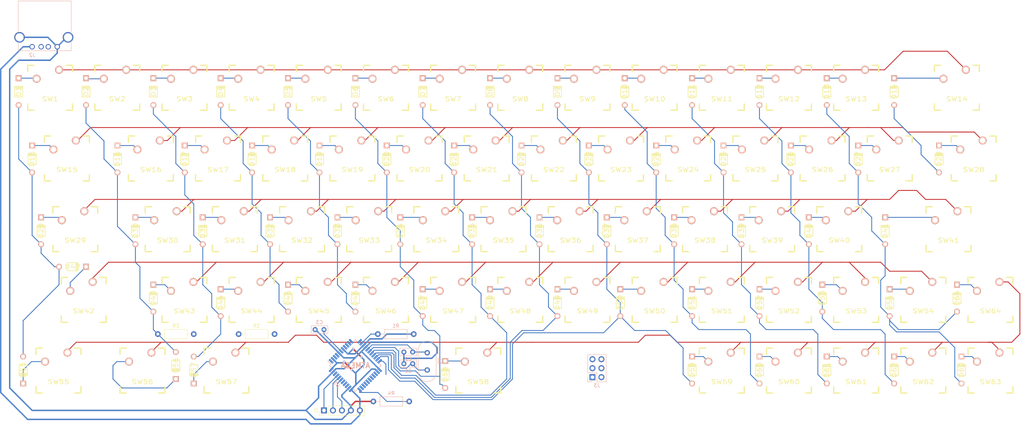
<source format=kicad_pcb>
(kicad_pcb (version 4) (host pcbnew 4.0.6)
  (layers (0 F.Cu signal) (31 B.Cu signal) (34 B.Paste user) (35 F.Paste user) (36 B.SilkS user) (37 F.SilkS user) (38 B.Mask user) (39 F.Mask user) (44 Edge.Cuts user))
  (net 0 "")
  (net 1 GND)
  (net 2 "Net-(C1-Pad2)")
  (net 3 "Net-(C2-Pad2)")
  (net 4 "Net-(C3-Pad1)")
  (net 5 /matrix/col1)
  (net 6 "Net-(D1-Pad2)")
  (net 7 /matrix/col2)
  (net 8 "Net-(D2-Pad2)")
  (net 9 /matrix/col3)
  (net 10 "Net-(D3-Pad2)")
  (net 11 /matrix/col4)
  (net 12 "Net-(D4-Pad2)")
  (net 13 /matrix/col5)
  (net 14 "Net-(D5-Pad2)")
  (net 15 /matrix/col6)
  (net 16 "Net-(D6-Pad2)")
  (net 17 /matrix/col7)
  (net 18 "Net-(D7-Pad2)")
  (net 19 /matrix/col8)
  (net 20 "Net-(D8-Pad2)")
  (net 21 /matrix/col9)
  (net 22 "Net-(D9-Pad2)")
  (net 23 /matrix/col10)
  (net 24 "Net-(D10-Pad2)")
  (net 25 /matrix/col11)
  (net 26 "Net-(D11-Pad2)")
  (net 27 /matrix/col12)
  (net 28 "Net-(D12-Pad2)")
  (net 29 /matrix/col13)
  (net 30 "Net-(D13-Pad2)")
  (net 31 /matrix/col14)
  (net 32 "Net-(D14-Pad2)")
  (net 33 "Net-(D15-Pad2)")
  (net 34 "Net-(D16-Pad2)")
  (net 35 "Net-(D17-Pad2)")
  (net 36 "Net-(D18-Pad2)")
  (net 37 "Net-(D19-Pad2)")
  (net 38 "Net-(D20-Pad2)")
  (net 39 "Net-(D21-Pad2)")
  (net 40 "Net-(D22-Pad2)")
  (net 41 "Net-(D23-Pad2)")
  (net 42 "Net-(D24-Pad2)")
  (net 43 "Net-(D25-Pad2)")
  (net 44 "Net-(D26-Pad2)")
  (net 45 "Net-(D27-Pad2)")
  (net 46 "Net-(D28-Pad2)")
  (net 47 "Net-(D29-Pad2)")
  (net 48 "Net-(D30-Pad2)")
  (net 49 "Net-(D31-Pad2)")
  (net 50 "Net-(D32-Pad2)")
  (net 51 "Net-(D33-Pad2)")
  (net 52 "Net-(D34-Pad2)")
  (net 53 "Net-(D35-Pad2)")
  (net 54 "Net-(D36-Pad2)")
  (net 55 "Net-(D37-Pad2)")
  (net 56 "Net-(D38-Pad2)")
  (net 57 "Net-(D39-Pad2)")
  (net 58 "Net-(D40-Pad2)")
  (net 59 "Net-(D41-Pad2)")
  (net 60 "Net-(D42-Pad2)")
  (net 61 "Net-(D43-Pad2)")
  (net 62 "Net-(D44-Pad2)")
  (net 63 "Net-(D45-Pad2)")
  (net 64 "Net-(D46-Pad2)")
  (net 65 "Net-(D47-Pad2)")
  (net 66 "Net-(D48-Pad2)")
  (net 67 "Net-(D49-Pad2)")
  (net 68 "Net-(D50-Pad2)")
  (net 69 "Net-(D51-Pad2)")
  (net 70 "Net-(D52-Pad2)")
  (net 71 "Net-(D53-Pad2)")
  (net 72 "Net-(D54-Pad2)")
  (net 73 "Net-(D55-Pad2)")
  (net 74 "Net-(D56-Pad2)")
  (net 75 "Net-(D57-Pad2)")
  (net 76 "Net-(D58-Pad2)")
  (net 77 "Net-(D59-Pad2)")
  (net 78 "Net-(D60-Pad2)")
  (net 79 "Net-(D61-Pad2)")
  (net 80 "Net-(D62-Pad2)")
  (net 81 "Net-(D63-Pad2)")
  (net 82 "Net-(D64-Pad2)")
  (net 83 VCC)
  (net 84 /EXT1)
  (net 85 /EXT2)
  (net 86 /EXT3)
  (net 87 "Net-(J2-Pad3)")
  (net 88 "Net-(J2-Pad2)")
  (net 89 /MISO)
  (net 90 /SCK)
  (net 91 /MOSI)
  (net 92 /RST)
  (net 93 /RES)
  (net 94 "Net-(R2-Pad2)")
  (net 95 "Net-(R3-Pad1)")
  (net 96 "Net-(R4-Pad1)")
  (net 97 /matrix/row1)
  (net 98 /matrix/row5)
  (net 99 "Net-(U1-Pad42)")
  (net 100 "Net-(U1-Pad36)")
  (net 101 "Net-(U1-Pad37)")
  (net 102 "Net-(U1-Pad38)")
  (module Capacitors_THT:C_Rect_L4.6mm_W2.0mm_P2.50mm_MKS02_FKP02 (layer B.Cu) (at 157.696 238.062)
    (fp_text reference C1 (at 1.25 2.06) (layer B.SilkS) (effects (justify mirror)))
    (fp_text value 22pF)
    (pad 1 thru_hole circle (at 0 0) (size 1.4 1.4) (drill 0.7) (layers *.Cu *.Mask) (net 1 GND))
    (pad 2 thru_hole circle (at 2.5 0) (size 1.4 1.4) (drill 0.7) (layers *.Cu *.Mask) (net 2 "Net-(C1-Pad2)"))
  )
  (module Capacitors_THT:C_Rect_L4.6mm_W2.0mm_P2.50mm_MKS02_FKP02 (layer B.Cu) (at 157.696 234.76)
    (fp_text reference C2 (at 1.25 2.06) (layer B.SilkS) (effects (justify mirror)))
    (fp_text value 22pF)
    (pad 1 thru_hole circle (at 0 0) (size 1.4 1.4) (drill 0.7) (layers *.Cu *.Mask) (net 1 GND))
    (pad 2 thru_hole circle (at 2.5 0) (size 1.4 1.4) (drill 0.7) (layers *.Cu *.Mask) (net 3 "Net-(C2-Pad2)"))
  )
  (module Capacitors_THT:C_Rect_L4.6mm_W2.0mm_P2.50mm_MKS02_FKP02 (layer B.Cu) (at 135.09 228.41 180)
    (fp_text reference C3 (at 1.25 2.06 180) (layer B.SilkS) (effects (justify mirror)))
    (fp_text value C)
    (pad 1 thru_hole circle (at 0 0 180) (size 1.4 1.4) (drill 0.7) (layers *.Cu *.Mask) (net 4 "Net-(C3-Pad1)"))
    (pad 2 thru_hole circle (at 2.5 0 180) (size 1.4 1.4) (drill 0.7) (layers *.Cu *.Mask) (net 1 GND))
  )
  (module cherrymx:DIODE (layer F.Cu) (at 48.73 161.1 90)
    (fp_text reference D1 (at 0 0 90) (layer F.SilkS) (effects (font (size 1.27 1.524) (thickness 0.2032))))
    (fp_text value D hide)
    (pad 1 thru_hole circle (at -3.81 0 90) (size 1.651 1.651) (drill 0.9906) (layers *.Cu *.SilkS *.Mask) (net 5 /matrix/col1))
    (pad 2 thru_hole rect (at 3.81 0 90) (size 1.651 1.651) (drill 0.9906) (layers *.Cu *.SilkS *.Mask) (net 6 "Net-(D1-Pad2)"))
  )
  (module cherrymx:DIODE (layer F.Cu) (at 67.78 161.1 90)
    (fp_text reference D2 (at 0 0 90) (layer F.SilkS) (effects (font (size 1.27 1.524) (thickness 0.2032))))
    (fp_text value D hide)
    (pad 1 thru_hole circle (at -3.81 0 90) (size 1.651 1.651) (drill 0.9906) (layers *.Cu *.SilkS *.Mask) (net 7 /matrix/col2))
    (pad 2 thru_hole rect (at 3.81 0 90) (size 1.651 1.651) (drill 0.9906) (layers *.Cu *.SilkS *.Mask) (net 8 "Net-(D2-Pad2)"))
  )
  (module cherrymx:DIODE (layer F.Cu) (at 86.83 161.1 90)
    (fp_text reference D3 (at 0 0 90) (layer F.SilkS) (effects (font (size 1.27 1.524) (thickness 0.2032))))
    (fp_text value D hide)
    (pad 1 thru_hole circle (at -3.81 0 90) (size 1.651 1.651) (drill 0.9906) (layers *.Cu *.SilkS *.Mask) (net 9 /matrix/col3))
    (pad 2 thru_hole rect (at 3.81 0 90) (size 1.651 1.651) (drill 0.9906) (layers *.Cu *.SilkS *.Mask) (net 10 "Net-(D3-Pad2)"))
  )
  (module cherrymx:DIODE (layer F.Cu) (at 105.88 161.1 90)
    (fp_text reference D4 (at 0 0 90) (layer F.SilkS) (effects (font (size 1.27 1.524) (thickness 0.2032))))
    (fp_text value D hide)
    (pad 1 thru_hole circle (at -3.81 0 90) (size 1.651 1.651) (drill 0.9906) (layers *.Cu *.SilkS *.Mask) (net 11 /matrix/col4))
    (pad 2 thru_hole rect (at 3.81 0 90) (size 1.651 1.651) (drill 0.9906) (layers *.Cu *.SilkS *.Mask) (net 12 "Net-(D4-Pad2)"))
  )
  (module cherrymx:DIODE (layer F.Cu) (at 124.93 161.1 90)
    (fp_text reference D5 (at 0 0 90) (layer F.SilkS) (effects (font (size 1.27 1.524) (thickness 0.2032))))
    (fp_text value D hide)
    (pad 1 thru_hole circle (at -3.81 0 90) (size 1.651 1.651) (drill 0.9906) (layers *.Cu *.SilkS *.Mask) (net 13 /matrix/col5))
    (pad 2 thru_hole rect (at 3.81 0 90) (size 1.651 1.651) (drill 0.9906) (layers *.Cu *.SilkS *.Mask) (net 14 "Net-(D5-Pad2)"))
  )
  (module cherrymx:DIODE (layer F.Cu) (at 143.98 161.1 90)
    (fp_text reference D6 (at 0 0 90) (layer F.SilkS) (effects (font (size 1.27 1.524) (thickness 0.2032))))
    (fp_text value D hide)
    (pad 1 thru_hole circle (at -3.81 0 90) (size 1.651 1.651) (drill 0.9906) (layers *.Cu *.SilkS *.Mask) (net 15 /matrix/col6))
    (pad 2 thru_hole rect (at 3.81 0 90) (size 1.651 1.651) (drill 0.9906) (layers *.Cu *.SilkS *.Mask) (net 16 "Net-(D6-Pad2)"))
  )
  (module cherrymx:DIODE (layer F.Cu) (at 163.03 161.1 90)
    (fp_text reference D7 (at 0 0 90) (layer F.SilkS) (effects (font (size 1.27 1.524) (thickness 0.2032))))
    (fp_text value D hide)
    (pad 1 thru_hole circle (at -3.81 0 90) (size 1.651 1.651) (drill 0.9906) (layers *.Cu *.SilkS *.Mask) (net 17 /matrix/col7))
    (pad 2 thru_hole rect (at 3.81 0 90) (size 1.651 1.651) (drill 0.9906) (layers *.Cu *.SilkS *.Mask) (net 18 "Net-(D7-Pad2)"))
  )
  (module cherrymx:DIODE (layer F.Cu) (at 182.08 161.1 90)
    (fp_text reference D8 (at 0 0 90) (layer F.SilkS) (effects (font (size 1.27 1.524) (thickness 0.2032))))
    (fp_text value D hide)
    (pad 1 thru_hole circle (at -3.81 0 90) (size 1.651 1.651) (drill 0.9906) (layers *.Cu *.SilkS *.Mask) (net 19 /matrix/col8))
    (pad 2 thru_hole rect (at 3.81 0 90) (size 1.651 1.651) (drill 0.9906) (layers *.Cu *.SilkS *.Mask) (net 20 "Net-(D8-Pad2)"))
  )
  (module cherrymx:DIODE (layer F.Cu) (at 201.13 161.1 90)
    (fp_text reference D9 (at 0 0 90) (layer F.SilkS) (effects (font (size 1.27 1.524) (thickness 0.2032))))
    (fp_text value D hide)
    (pad 1 thru_hole circle (at -3.81 0 90) (size 1.651 1.651) (drill 0.9906) (layers *.Cu *.SilkS *.Mask) (net 21 /matrix/col9))
    (pad 2 thru_hole rect (at 3.81 0 90) (size 1.651 1.651) (drill 0.9906) (layers *.Cu *.SilkS *.Mask) (net 22 "Net-(D9-Pad2)"))
  )
  (module cherrymx:DIODE (layer F.Cu) (at 220.18 161.1 90)
    (fp_text reference D10 (at 0 0 90) (layer F.SilkS) (effects (font (size 1.27 1.524) (thickness 0.2032))))
    (fp_text value D hide)
    (pad 1 thru_hole circle (at -3.81 0 90) (size 1.651 1.651) (drill 0.9906) (layers *.Cu *.SilkS *.Mask) (net 23 /matrix/col10))
    (pad 2 thru_hole rect (at 3.81 0 90) (size 1.651 1.651) (drill 0.9906) (layers *.Cu *.SilkS *.Mask) (net 24 "Net-(D10-Pad2)"))
  )
  (module cherrymx:DIODE (layer F.Cu) (at 239.23 161.1 90)
    (fp_text reference D11 (at 0 0 90) (layer F.SilkS) (effects (font (size 1.27 1.524) (thickness 0.2032))))
    (fp_text value D hide)
    (pad 1 thru_hole circle (at -3.81 0 90) (size 1.651 1.651) (drill 0.9906) (layers *.Cu *.SilkS *.Mask) (net 25 /matrix/col11))
    (pad 2 thru_hole rect (at 3.81 0 90) (size 1.651 1.651) (drill 0.9906) (layers *.Cu *.SilkS *.Mask) (net 26 "Net-(D11-Pad2)"))
  )
  (module cherrymx:DIODE (layer F.Cu) (at 258.28 161.1 90)
    (fp_text reference D12 (at 0 0 90) (layer F.SilkS) (effects (font (size 1.27 1.524) (thickness 0.2032))))
    (fp_text value D hide)
    (pad 1 thru_hole circle (at -3.81 0 90) (size 1.651 1.651) (drill 0.9906) (layers *.Cu *.SilkS *.Mask) (net 27 /matrix/col12))
    (pad 2 thru_hole rect (at 3.81 0 90) (size 1.651 1.651) (drill 0.9906) (layers *.Cu *.SilkS *.Mask) (net 28 "Net-(D12-Pad2)"))
  )
  (module cherrymx:DIODE (layer F.Cu) (at 277.33 161.1 90)
    (fp_text reference D13 (at 0 0 90) (layer F.SilkS) (effects (font (size 1.27 1.524) (thickness 0.2032))))
    (fp_text value D hide)
    (pad 1 thru_hole circle (at -3.81 0 90) (size 1.651 1.651) (drill 0.9906) (layers *.Cu *.SilkS *.Mask) (net 29 /matrix/col13))
    (pad 2 thru_hole rect (at 3.81 0 90) (size 1.651 1.651) (drill 0.9906) (layers *.Cu *.SilkS *.Mask) (net 30 "Net-(D13-Pad2)"))
  )
  (module cherrymx:DIODE (layer F.Cu) (at 296.38 161.1 90)
    (fp_text reference D14 (at 0 0 90) (layer F.SilkS) (effects (font (size 1.27 1.524) (thickness 0.2032))))
    (fp_text value D hide)
    (pad 1 thru_hole circle (at -3.81 0 90) (size 1.651 1.651) (drill 0.9906) (layers *.Cu *.SilkS *.Mask) (net 31 /matrix/col14))
    (pad 2 thru_hole rect (at 3.81 0 90) (size 1.651 1.651) (drill 0.9906) (layers *.Cu *.SilkS *.Mask) (net 32 "Net-(D14-Pad2)"))
  )
  (module cherrymx:DIODE (layer F.Cu) (at 52.54 180.15 90)
    (fp_text reference D15 (at 0 0 90) (layer F.SilkS) (effects (font (size 1.27 1.524) (thickness 0.2032))))
    (fp_text value D hide)
    (pad 1 thru_hole circle (at -3.81 0 90) (size 1.651 1.651) (drill 0.9906) (layers *.Cu *.SilkS *.Mask) (net 5 /matrix/col1))
    (pad 2 thru_hole rect (at 3.81 0 90) (size 1.651 1.651) (drill 0.9906) (layers *.Cu *.SilkS *.Mask) (net 33 "Net-(D15-Pad2)"))
  )
  (module cherrymx:DIODE (layer F.Cu) (at 76.67 180.15 90)
    (fp_text reference D16 (at 0 0 90) (layer F.SilkS) (effects (font (size 1.27 1.524) (thickness 0.2032))))
    (fp_text value D hide)
    (pad 1 thru_hole circle (at -3.81 0 90) (size 1.651 1.651) (drill 0.9906) (layers *.Cu *.SilkS *.Mask) (net 7 /matrix/col2))
    (pad 2 thru_hole rect (at 3.81 0 90) (size 1.651 1.651) (drill 0.9906) (layers *.Cu *.SilkS *.Mask) (net 34 "Net-(D16-Pad2)"))
  )
  (module cherrymx:DIODE (layer F.Cu) (at 95.72 180.15 90)
    (fp_text reference D17 (at 0 0 90) (layer F.SilkS) (effects (font (size 1.27 1.524) (thickness 0.2032))))
    (fp_text value D hide)
    (pad 1 thru_hole circle (at -3.81 0 90) (size 1.651 1.651) (drill 0.9906) (layers *.Cu *.SilkS *.Mask) (net 9 /matrix/col3))
    (pad 2 thru_hole rect (at 3.81 0 90) (size 1.651 1.651) (drill 0.9906) (layers *.Cu *.SilkS *.Mask) (net 35 "Net-(D17-Pad2)"))
  )
  (module cherrymx:DIODE (layer F.Cu) (at 114.77 180.15 90)
    (fp_text reference D18 (at 0 0 90) (layer F.SilkS) (effects (font (size 1.27 1.524) (thickness 0.2032))))
    (fp_text value D hide)
    (pad 1 thru_hole circle (at -3.81 0 90) (size 1.651 1.651) (drill 0.9906) (layers *.Cu *.SilkS *.Mask) (net 11 /matrix/col4))
    (pad 2 thru_hole rect (at 3.81 0 90) (size 1.651 1.651) (drill 0.9906) (layers *.Cu *.SilkS *.Mask) (net 36 "Net-(D18-Pad2)"))
  )
  (module cherrymx:DIODE (layer F.Cu) (at 133.82 180.15 90)
    (fp_text reference D19 (at 0 0 90) (layer F.SilkS) (effects (font (size 1.27 1.524) (thickness 0.2032))))
    (fp_text value D hide)
    (pad 1 thru_hole circle (at -3.81 0 90) (size 1.651 1.651) (drill 0.9906) (layers *.Cu *.SilkS *.Mask) (net 13 /matrix/col5))
    (pad 2 thru_hole rect (at 3.81 0 90) (size 1.651 1.651) (drill 0.9906) (layers *.Cu *.SilkS *.Mask) (net 37 "Net-(D19-Pad2)"))
  )
  (module cherrymx:DIODE (layer F.Cu) (at 152.87 180.15 90)
    (fp_text reference D20 (at 0 0 90) (layer F.SilkS) (effects (font (size 1.27 1.524) (thickness 0.2032))))
    (fp_text value D hide)
    (pad 1 thru_hole circle (at -3.81 0 90) (size 1.651 1.651) (drill 0.9906) (layers *.Cu *.SilkS *.Mask) (net 15 /matrix/col6))
    (pad 2 thru_hole rect (at 3.81 0 90) (size 1.651 1.651) (drill 0.9906) (layers *.Cu *.SilkS *.Mask) (net 38 "Net-(D20-Pad2)"))
  )
  (module cherrymx:DIODE (layer F.Cu) (at 171.92 180.15 90)
    (fp_text reference D21 (at 0 0 90) (layer F.SilkS) (effects (font (size 1.27 1.524) (thickness 0.2032))))
    (fp_text value D hide)
    (pad 1 thru_hole circle (at -3.81 0 90) (size 1.651 1.651) (drill 0.9906) (layers *.Cu *.SilkS *.Mask) (net 17 /matrix/col7))
    (pad 2 thru_hole rect (at 3.81 0 90) (size 1.651 1.651) (drill 0.9906) (layers *.Cu *.SilkS *.Mask) (net 39 "Net-(D21-Pad2)"))
  )
  (module cherrymx:DIODE (layer F.Cu) (at 190.97 180.15 90)
    (fp_text reference D22 (at 0 0 90) (layer F.SilkS) (effects (font (size 1.27 1.524) (thickness 0.2032))))
    (fp_text value D hide)
    (pad 1 thru_hole circle (at -3.81 0 90) (size 1.651 1.651) (drill 0.9906) (layers *.Cu *.SilkS *.Mask) (net 19 /matrix/col8))
    (pad 2 thru_hole rect (at 3.81 0 90) (size 1.651 1.651) (drill 0.9906) (layers *.Cu *.SilkS *.Mask) (net 40 "Net-(D22-Pad2)"))
  )
  (module cherrymx:DIODE (layer F.Cu) (at 210.02 180.15 90)
    (fp_text reference D23 (at 0 0 90) (layer F.SilkS) (effects (font (size 1.27 1.524) (thickness 0.2032))))
    (fp_text value D hide)
    (pad 1 thru_hole circle (at -3.81 0 90) (size 1.651 1.651) (drill 0.9906) (layers *.Cu *.SilkS *.Mask) (net 21 /matrix/col9))
    (pad 2 thru_hole rect (at 3.81 0 90) (size 1.651 1.651) (drill 0.9906) (layers *.Cu *.SilkS *.Mask) (net 41 "Net-(D23-Pad2)"))
  )
  (module cherrymx:DIODE (layer F.Cu) (at 229.07 180.15 90)
    (fp_text reference D24 (at 0 0 90) (layer F.SilkS) (effects (font (size 1.27 1.524) (thickness 0.2032))))
    (fp_text value D hide)
    (pad 1 thru_hole circle (at -3.81 0 90) (size 1.651 1.651) (drill 0.9906) (layers *.Cu *.SilkS *.Mask) (net 23 /matrix/col10))
    (pad 2 thru_hole rect (at 3.81 0 90) (size 1.651 1.651) (drill 0.9906) (layers *.Cu *.SilkS *.Mask) (net 42 "Net-(D24-Pad2)"))
  )
  (module cherrymx:DIODE (layer F.Cu) (at 248.12 180.15 90)
    (fp_text reference D25 (at 0 0 90) (layer F.SilkS) (effects (font (size 1.27 1.524) (thickness 0.2032))))
    (fp_text value D hide)
    (pad 1 thru_hole circle (at -3.81 0 90) (size 1.651 1.651) (drill 0.9906) (layers *.Cu *.SilkS *.Mask) (net 25 /matrix/col11))
    (pad 2 thru_hole rect (at 3.81 0 90) (size 1.651 1.651) (drill 0.9906) (layers *.Cu *.SilkS *.Mask) (net 43 "Net-(D25-Pad2)"))
  )
  (module cherrymx:DIODE (layer F.Cu) (at 267.17 180.15 90)
    (fp_text reference D26 (at 0 0 90) (layer F.SilkS) (effects (font (size 1.27 1.524) (thickness 0.2032))))
    (fp_text value D hide)
    (pad 1 thru_hole circle (at -3.81 0 90) (size 1.651 1.651) (drill 0.9906) (layers *.Cu *.SilkS *.Mask) (net 27 /matrix/col12))
    (pad 2 thru_hole rect (at 3.81 0 90) (size 1.651 1.651) (drill 0.9906) (layers *.Cu *.SilkS *.Mask) (net 44 "Net-(D26-Pad2)"))
  )
  (module cherrymx:DIODE (layer F.Cu) (at 286.22 180.15 90)
    (fp_text reference D27 (at 0 0 90) (layer F.SilkS) (effects (font (size 1.27 1.524) (thickness 0.2032))))
    (fp_text value D hide)
    (pad 1 thru_hole circle (at -3.81 0 90) (size 1.651 1.651) (drill 0.9906) (layers *.Cu *.SilkS *.Mask) (net 29 /matrix/col13))
    (pad 2 thru_hole rect (at 3.81 0 90) (size 1.651 1.651) (drill 0.9906) (layers *.Cu *.SilkS *.Mask) (net 45 "Net-(D27-Pad2)"))
  )
  (module cherrymx:DIODE (layer F.Cu) (at 309.08 180.15 90)
    (fp_text reference D28 (at 0 0 90) (layer F.SilkS) (effects (font (size 1.27 1.524) (thickness 0.2032))))
    (fp_text value D hide)
    (pad 1 thru_hole circle (at -3.81 0 90) (size 1.651 1.651) (drill 0.9906) (layers *.Cu *.SilkS *.Mask) (net 31 /matrix/col14))
    (pad 2 thru_hole rect (at 3.81 0 90) (size 1.651 1.651) (drill 0.9906) (layers *.Cu *.SilkS *.Mask) (net 46 "Net-(D28-Pad2)"))
  )
  (module cherrymx:DIODE (layer F.Cu) (at 55.08 200.47 90)
    (fp_text reference D29 (at 0 0 90) (layer F.SilkS) (effects (font (size 1.27 1.524) (thickness 0.2032))))
    (fp_text value D hide)
    (pad 1 thru_hole circle (at -3.81 0 90) (size 1.651 1.651) (drill 0.9906) (layers *.Cu *.SilkS *.Mask) (net 5 /matrix/col1))
    (pad 2 thru_hole rect (at 3.81 0 90) (size 1.651 1.651) (drill 0.9906) (layers *.Cu *.SilkS *.Mask) (net 47 "Net-(D29-Pad2)"))
  )
  (module cherrymx:DIODE (layer F.Cu) (at 81.75 200.47 90)
    (fp_text reference D30 (at 0 0 90) (layer F.SilkS) (effects (font (size 1.27 1.524) (thickness 0.2032))))
    (fp_text value D hide)
    (pad 1 thru_hole circle (at -3.81 0 90) (size 1.651 1.651) (drill 0.9906) (layers *.Cu *.SilkS *.Mask) (net 7 /matrix/col2))
    (pad 2 thru_hole rect (at 3.81 0 90) (size 1.651 1.651) (drill 0.9906) (layers *.Cu *.SilkS *.Mask) (net 48 "Net-(D30-Pad2)"))
  )
  (module cherrymx:DIODE (layer F.Cu) (at 100.8 200.47 90)
    (fp_text reference D31 (at 0 0 90) (layer F.SilkS) (effects (font (size 1.27 1.524) (thickness 0.2032))))
    (fp_text value D hide)
    (pad 1 thru_hole circle (at -3.81 0 90) (size 1.651 1.651) (drill 0.9906) (layers *.Cu *.SilkS *.Mask) (net 9 /matrix/col3))
    (pad 2 thru_hole rect (at 3.81 0 90) (size 1.651 1.651) (drill 0.9906) (layers *.Cu *.SilkS *.Mask) (net 49 "Net-(D31-Pad2)"))
  )
  (module cherrymx:DIODE (layer F.Cu) (at 119.85 200.47 90)
    (fp_text reference D32 (at 0 0 90) (layer F.SilkS) (effects (font (size 1.27 1.524) (thickness 0.2032))))
    (fp_text value D hide)
    (pad 1 thru_hole circle (at -3.81 0 90) (size 1.651 1.651) (drill 0.9906) (layers *.Cu *.SilkS *.Mask) (net 11 /matrix/col4))
    (pad 2 thru_hole rect (at 3.81 0 90) (size 1.651 1.651) (drill 0.9906) (layers *.Cu *.SilkS *.Mask) (net 50 "Net-(D32-Pad2)"))
  )
  (module cherrymx:DIODE (layer F.Cu) (at 138.9 200.47 90)
    (fp_text reference D33 (at 0 0 90) (layer F.SilkS) (effects (font (size 1.27 1.524) (thickness 0.2032))))
    (fp_text value D hide)
    (pad 1 thru_hole circle (at -3.81 0 90) (size 1.651 1.651) (drill 0.9906) (layers *.Cu *.SilkS *.Mask) (net 13 /matrix/col5))
    (pad 2 thru_hole rect (at 3.81 0 90) (size 1.651 1.651) (drill 0.9906) (layers *.Cu *.SilkS *.Mask) (net 51 "Net-(D33-Pad2)"))
  )
  (module cherrymx:DIODE (layer F.Cu) (at 156.68 200.47 90)
    (fp_text reference D34 (at 0 0 90) (layer F.SilkS) (effects (font (size 1.27 1.524) (thickness 0.2032))))
    (fp_text value D hide)
    (pad 1 thru_hole circle (at -3.81 0 90) (size 1.651 1.651) (drill 0.9906) (layers *.Cu *.SilkS *.Mask) (net 15 /matrix/col6))
    (pad 2 thru_hole rect (at 3.81 0 90) (size 1.651 1.651) (drill 0.9906) (layers *.Cu *.SilkS *.Mask) (net 52 "Net-(D34-Pad2)"))
  )
  (module cherrymx:DIODE (layer F.Cu) (at 177 200.47 90)
    (fp_text reference D35 (at 0 0 90) (layer F.SilkS) (effects (font (size 1.27 1.524) (thickness 0.2032))))
    (fp_text value D hide)
    (pad 1 thru_hole circle (at -3.81 0 90) (size 1.651 1.651) (drill 0.9906) (layers *.Cu *.SilkS *.Mask) (net 17 /matrix/col7))
    (pad 2 thru_hole rect (at 3.81 0 90) (size 1.651 1.651) (drill 0.9906) (layers *.Cu *.SilkS *.Mask) (net 53 "Net-(D35-Pad2)"))
  )
  (module cherrymx:DIODE (layer F.Cu) (at 196.05 200.47 90)
    (fp_text reference D36 (at 0 0 90) (layer F.SilkS) (effects (font (size 1.27 1.524) (thickness 0.2032))))
    (fp_text value D hide)
    (pad 1 thru_hole circle (at -3.81 0 90) (size 1.651 1.651) (drill 0.9906) (layers *.Cu *.SilkS *.Mask) (net 19 /matrix/col8))
    (pad 2 thru_hole rect (at 3.81 0 90) (size 1.651 1.651) (drill 0.9906) (layers *.Cu *.SilkS *.Mask) (net 54 "Net-(D36-Pad2)"))
  )
  (module cherrymx:DIODE (layer F.Cu) (at 215.1 200.47 90)
    (fp_text reference D37 (at 0 0 90) (layer F.SilkS) (effects (font (size 1.27 1.524) (thickness 0.2032))))
    (fp_text value D hide)
    (pad 1 thru_hole circle (at -3.81 0 90) (size 1.651 1.651) (drill 0.9906) (layers *.Cu *.SilkS *.Mask) (net 21 /matrix/col9))
    (pad 2 thru_hole rect (at 3.81 0 90) (size 1.651 1.651) (drill 0.9906) (layers *.Cu *.SilkS *.Mask) (net 55 "Net-(D37-Pad2)"))
  )
  (module cherrymx:DIODE (layer F.Cu) (at 234.15 200.47 90)
    (fp_text reference D38 (at 0 0 90) (layer F.SilkS) (effects (font (size 1.27 1.524) (thickness 0.2032))))
    (fp_text value D hide)
    (pad 1 thru_hole circle (at -3.81 0 90) (size 1.651 1.651) (drill 0.9906) (layers *.Cu *.SilkS *.Mask) (net 23 /matrix/col10))
    (pad 2 thru_hole rect (at 3.81 0 90) (size 1.651 1.651) (drill 0.9906) (layers *.Cu *.SilkS *.Mask) (net 56 "Net-(D38-Pad2)"))
  )
  (module cherrymx:DIODE (layer F.Cu) (at 253.2 200.47 90)
    (fp_text reference D39 (at 0 0 90) (layer F.SilkS) (effects (font (size 1.27 1.524) (thickness 0.2032))))
    (fp_text value D hide)
    (pad 1 thru_hole circle (at -3.81 0 90) (size 1.651 1.651) (drill 0.9906) (layers *.Cu *.SilkS *.Mask) (net 25 /matrix/col11))
    (pad 2 thru_hole rect (at 3.81 0 90) (size 1.651 1.651) (drill 0.9906) (layers *.Cu *.SilkS *.Mask) (net 57 "Net-(D39-Pad2)"))
  )
  (module cherrymx:DIODE (layer F.Cu) (at 272.25 200.47 90)
    (fp_text reference D40 (at 0 0 90) (layer F.SilkS) (effects (font (size 1.27 1.524) (thickness 0.2032))))
    (fp_text value D hide)
    (pad 1 thru_hole circle (at -3.81 0 90) (size 1.651 1.651) (drill 0.9906) (layers *.Cu *.SilkS *.Mask) (net 27 /matrix/col12))
    (pad 2 thru_hole rect (at 3.81 0 90) (size 1.651 1.651) (drill 0.9906) (layers *.Cu *.SilkS *.Mask) (net 58 "Net-(D40-Pad2)"))
  )
  (module cherrymx:DIODE (layer F.Cu) (at 293.84 200.47 90)
    (fp_text reference D41 (at 0 0 90) (layer F.SilkS) (effects (font (size 1.27 1.524) (thickness 0.2032))))
    (fp_text value D hide)
    (pad 1 thru_hole circle (at -3.81 0 90) (size 1.651 1.651) (drill 0.9906) (layers *.Cu *.SilkS *.Mask) (net 29 /matrix/col13))
    (pad 2 thru_hole rect (at 3.81 0 90) (size 1.651 1.651) (drill 0.9906) (layers *.Cu *.SilkS *.Mask) (net 59 "Net-(D41-Pad2)"))
  )
  (module cherrymx:DIODE (layer F.Cu) (at 63.97 210.63)
    (fp_text reference D42 (at 0 0) (layer F.SilkS) (effects (font (size 1.27 1.524) (thickness 0.2032))))
    (fp_text value D hide)
    (pad 1 thru_hole circle (at -3.81 0) (size 1.651 1.651) (drill 0.9906) (layers *.Cu *.SilkS *.Mask) (net 5 /matrix/col1))
    (pad 2 thru_hole rect (at 3.81 0) (size 1.651 1.651) (drill 0.9906) (layers *.Cu *.SilkS *.Mask) (net 60 "Net-(D42-Pad2)"))
  )
  (module cherrymx:DIODE (layer F.Cu) (at 86.83 219.52 90)
    (fp_text reference D43 (at 0 0 90) (layer F.SilkS) (effects (font (size 1.27 1.524) (thickness 0.2032))))
    (fp_text value D hide)
    (pad 1 thru_hole circle (at -3.81 0 90) (size 1.651 1.651) (drill 0.9906) (layers *.Cu *.SilkS *.Mask) (net 7 /matrix/col2))
    (pad 2 thru_hole rect (at 3.81 0 90) (size 1.651 1.651) (drill 0.9906) (layers *.Cu *.SilkS *.Mask) (net 61 "Net-(D43-Pad2)"))
  )
  (module cherrymx:DIODE (layer F.Cu) (at 105.88 220.79 90)
    (fp_text reference D44 (at 0 0 90) (layer F.SilkS) (effects (font (size 1.27 1.524) (thickness 0.2032))))
    (fp_text value D hide)
    (pad 1 thru_hole circle (at -3.81 0 90) (size 1.651 1.651) (drill 0.9906) (layers *.Cu *.SilkS *.Mask) (net 9 /matrix/col3))
    (pad 2 thru_hole rect (at 3.81 0 90) (size 1.651 1.651) (drill 0.9906) (layers *.Cu *.SilkS *.Mask) (net 62 "Net-(D44-Pad2)"))
  )
  (module cherrymx:DIODE (layer F.Cu) (at 124.93 219.52 90)
    (fp_text reference D45 (at 0 0 90) (layer F.SilkS) (effects (font (size 1.27 1.524) (thickness 0.2032))))
    (fp_text value D hide)
    (pad 1 thru_hole circle (at -3.81 0 90) (size 1.651 1.651) (drill 0.9906) (layers *.Cu *.SilkS *.Mask) (net 11 /matrix/col4))
    (pad 2 thru_hole rect (at 3.81 0 90) (size 1.651 1.651) (drill 0.9906) (layers *.Cu *.SilkS *.Mask) (net 63 "Net-(D45-Pad2)"))
  )
  (module cherrymx:DIODE (layer F.Cu) (at 143.98 219.52 90)
    (fp_text reference D46 (at 0 0 90) (layer F.SilkS) (effects (font (size 1.27 1.524) (thickness 0.2032))))
    (fp_text value D hide)
    (pad 1 thru_hole circle (at -3.81 0 90) (size 1.651 1.651) (drill 0.9906) (layers *.Cu *.SilkS *.Mask) (net 13 /matrix/col5))
    (pad 2 thru_hole rect (at 3.81 0 90) (size 1.651 1.651) (drill 0.9906) (layers *.Cu *.SilkS *.Mask) (net 64 "Net-(D46-Pad2)"))
  )
  (module cherrymx:DIODE (layer F.Cu) (at 163.03 220.79 90)
    (fp_text reference D47 (at 0 0 90) (layer F.SilkS) (effects (font (size 1.27 1.524) (thickness 0.2032))))
    (fp_text value D hide)
    (pad 1 thru_hole circle (at -3.81 0 90) (size 1.651 1.651) (drill 0.9906) (layers *.Cu *.SilkS *.Mask) (net 15 /matrix/col6))
    (pad 2 thru_hole rect (at 3.81 0 90) (size 1.651 1.651) (drill 0.9906) (layers *.Cu *.SilkS *.Mask) (net 65 "Net-(D47-Pad2)"))
  )
  (module cherrymx:DIODE (layer F.Cu) (at 182.08 220.79 90)
    (fp_text reference D48 (at 0 0 90) (layer F.SilkS) (effects (font (size 1.27 1.524) (thickness 0.2032))))
    (fp_text value D hide)
    (pad 1 thru_hole circle (at -3.81 0 90) (size 1.651 1.651) (drill 0.9906) (layers *.Cu *.SilkS *.Mask) (net 17 /matrix/col7))
    (pad 2 thru_hole rect (at 3.81 0 90) (size 1.651 1.651) (drill 0.9906) (layers *.Cu *.SilkS *.Mask) (net 66 "Net-(D48-Pad2)"))
  )
  (module cherrymx:DIODE (layer F.Cu) (at 201.13 220.79 90)
    (fp_text reference D49 (at 0 0 90) (layer F.SilkS) (effects (font (size 1.27 1.524) (thickness 0.2032))))
    (fp_text value D hide)
    (pad 1 thru_hole circle (at -3.81 0 90) (size 1.651 1.651) (drill 0.9906) (layers *.Cu *.SilkS *.Mask) (net 19 /matrix/col8))
    (pad 2 thru_hole rect (at 3.81 0 90) (size 1.651 1.651) (drill 0.9906) (layers *.Cu *.SilkS *.Mask) (net 67 "Net-(D49-Pad2)"))
  )
  (module cherrymx:DIODE (layer F.Cu) (at 218.91 220.79 90)
    (fp_text reference D50 (at 0 0 90) (layer F.SilkS) (effects (font (size 1.27 1.524) (thickness 0.2032))))
    (fp_text value D hide)
    (pad 1 thru_hole circle (at -3.81 0 90) (size 1.651 1.651) (drill 0.9906) (layers *.Cu *.SilkS *.Mask) (net 21 /matrix/col9))
    (pad 2 thru_hole rect (at 3.81 0 90) (size 1.651 1.651) (drill 0.9906) (layers *.Cu *.SilkS *.Mask) (net 68 "Net-(D50-Pad2)"))
  )
  (module cherrymx:DIODE (layer F.Cu) (at 239.23 220.79 90)
    (fp_text reference D51 (at 0 0 90) (layer F.SilkS) (effects (font (size 1.27 1.524) (thickness 0.2032))))
    (fp_text value D hide)
    (pad 1 thru_hole circle (at -3.81 0 90) (size 1.651 1.651) (drill 0.9906) (layers *.Cu *.SilkS *.Mask) (net 23 /matrix/col10))
    (pad 2 thru_hole rect (at 3.81 0 90) (size 1.651 1.651) (drill 0.9906) (layers *.Cu *.SilkS *.Mask) (net 69 "Net-(D51-Pad2)"))
  )
  (module cherrymx:DIODE (layer F.Cu) (at 258.28 220.79 90)
    (fp_text reference D52 (at 0 0 90) (layer F.SilkS) (effects (font (size 1.27 1.524) (thickness 0.2032))))
    (fp_text value D hide)
    (pad 1 thru_hole circle (at -3.81 0 90) (size 1.651 1.651) (drill 0.9906) (layers *.Cu *.SilkS *.Mask) (net 25 /matrix/col11))
    (pad 2 thru_hole rect (at 3.81 0 90) (size 1.651 1.651) (drill 0.9906) (layers *.Cu *.SilkS *.Mask) (net 70 "Net-(D52-Pad2)"))
  )
  (module cherrymx:DIODE (layer F.Cu) (at 276.06 219.52 90)
    (fp_text reference D53 (at 0 0 90) (layer F.SilkS) (effects (font (size 1.27 1.524) (thickness 0.2032))))
    (fp_text value D hide)
    (pad 1 thru_hole circle (at -3.81 0 90) (size 1.651 1.651) (drill 0.9906) (layers *.Cu *.SilkS *.Mask) (net 27 /matrix/col12))
    (pad 2 thru_hole rect (at 3.81 0 90) (size 1.651 1.651) (drill 0.9906) (layers *.Cu *.SilkS *.Mask) (net 71 "Net-(D53-Pad2)"))
  )
  (module cherrymx:DIODE (layer F.Cu) (at 295.11 220.79 90)
    (fp_text reference D54 (at 0 0 90) (layer F.SilkS) (effects (font (size 1.27 1.524) (thickness 0.2032))))
    (fp_text value D hide)
    (pad 1 thru_hole circle (at -3.81 0 90) (size 1.651 1.651) (drill 0.9906) (layers *.Cu *.SilkS *.Mask) (net 29 /matrix/col13))
    (pad 2 thru_hole rect (at 3.81 0 90) (size 1.651 1.651) (drill 0.9906) (layers *.Cu *.SilkS *.Mask) (net 72 "Net-(D54-Pad2)"))
  )
  (module cherrymx:DIODE (layer F.Cu) (at 50 239.84 270)
    (fp_text reference D55 (at 0 0 270) (layer F.SilkS) (effects (font (size 1.27 1.524) (thickness 0.2032))))
    (fp_text value D hide)
    (pad 1 thru_hole circle (at -3.81 0 270) (size 1.651 1.651) (drill 0.9906) (layers *.Cu *.SilkS *.Mask) (net 5 /matrix/col1))
    (pad 2 thru_hole rect (at 3.81 0 270) (size 1.651 1.651) (drill 0.9906) (layers *.Cu *.SilkS *.Mask) (net 73 "Net-(D55-Pad2)"))
  )
  (module cherrymx:DIODE (layer F.Cu) (at 93.18 238.57 270)
    (fp_text reference D56 (at 0 0 270) (layer F.SilkS) (effects (font (size 1.27 1.524) (thickness 0.2032))))
    (fp_text value D hide)
    (pad 1 thru_hole circle (at -3.81 0 270) (size 1.651 1.651) (drill 0.9906) (layers *.Cu *.SilkS *.Mask) (net 7 /matrix/col2))
    (pad 2 thru_hole rect (at 3.81 0 270) (size 1.651 1.651) (drill 0.9906) (layers *.Cu *.SilkS *.Mask) (net 74 "Net-(D56-Pad2)"))
  )
  (module cherrymx:DIODE (layer F.Cu) (at 98.26 239.84 270)
    (fp_text reference D57 (at 0 0 270) (layer F.SilkS) (effects (font (size 1.27 1.524) (thickness 0.2032))))
    (fp_text value D hide)
    (pad 1 thru_hole circle (at -3.81 0 270) (size 1.651 1.651) (drill 0.9906) (layers *.Cu *.SilkS *.Mask) (net 9 /matrix/col3))
    (pad 2 thru_hole rect (at 3.81 0 270) (size 1.651 1.651) (drill 0.9906) (layers *.Cu *.SilkS *.Mask) (net 75 "Net-(D57-Pad2)"))
  )
  (module cherrymx:DIODE (layer F.Cu) (at 169.38 241.11 90)
    (fp_text reference D58 (at 0 0 90) (layer F.SilkS) (effects (font (size 1.27 1.524) (thickness 0.2032))))
    (fp_text value D hide)
    (pad 1 thru_hole circle (at -3.81 0 90) (size 1.651 1.651) (drill 0.9906) (layers *.Cu *.SilkS *.Mask) (net 15 /matrix/col6))
    (pad 2 thru_hole rect (at 3.81 0 90) (size 1.651 1.651) (drill 0.9906) (layers *.Cu *.SilkS *.Mask) (net 76 "Net-(D58-Pad2)"))
  )
  (module cherrymx:DIODE (layer F.Cu) (at 239.23 239.84 90)
    (fp_text reference D59 (at 0 0 90) (layer F.SilkS) (effects (font (size 1.27 1.524) (thickness 0.2032))))
    (fp_text value D hide)
    (pad 1 thru_hole circle (at -3.81 0 90) (size 1.651 1.651) (drill 0.9906) (layers *.Cu *.SilkS *.Mask) (net 21 /matrix/col9))
    (pad 2 thru_hole rect (at 3.81 0 90) (size 1.651 1.651) (drill 0.9906) (layers *.Cu *.SilkS *.Mask) (net 77 "Net-(D59-Pad2)"))
  )
  (module cherrymx:DIODE (layer F.Cu) (at 258.28 239.84 90)
    (fp_text reference D60 (at 0 0 90) (layer F.SilkS) (effects (font (size 1.27 1.524) (thickness 0.2032))))
    (fp_text value D hide)
    (pad 1 thru_hole circle (at -3.81 0 90) (size 1.651 1.651) (drill 0.9906) (layers *.Cu *.SilkS *.Mask) (net 23 /matrix/col10))
    (pad 2 thru_hole rect (at 3.81 0 90) (size 1.651 1.651) (drill 0.9906) (layers *.Cu *.SilkS *.Mask) (net 78 "Net-(D60-Pad2)"))
  )
  (module cherrymx:DIODE (layer F.Cu) (at 277.33 239.84 90)
    (fp_text reference D61 (at 0 0 90) (layer F.SilkS) (effects (font (size 1.27 1.524) (thickness 0.2032))))
    (fp_text value D hide)
    (pad 1 thru_hole circle (at -3.81 0 90) (size 1.651 1.651) (drill 0.9906) (layers *.Cu *.SilkS *.Mask) (net 25 /matrix/col11))
    (pad 2 thru_hole rect (at 3.81 0 90) (size 1.651 1.651) (drill 0.9906) (layers *.Cu *.SilkS *.Mask) (net 79 "Net-(D61-Pad2)"))
  )
  (module cherrymx:DIODE (layer F.Cu) (at 296.38 239.84 90)
    (fp_text reference D62 (at 0 0 90) (layer F.SilkS) (effects (font (size 1.27 1.524) (thickness 0.2032))))
    (fp_text value D hide)
    (pad 1 thru_hole circle (at -3.81 0 90) (size 1.651 1.651) (drill 0.9906) (layers *.Cu *.SilkS *.Mask) (net 27 /matrix/col12))
    (pad 2 thru_hole rect (at 3.81 0 90) (size 1.651 1.651) (drill 0.9906) (layers *.Cu *.SilkS *.Mask) (net 80 "Net-(D62-Pad2)"))
  )
  (module cherrymx:DIODE (layer F.Cu) (at 315.43 239.84 90)
    (fp_text reference D63 (at 0 0 90) (layer F.SilkS) (effects (font (size 1.27 1.524) (thickness 0.2032))))
    (fp_text value D hide)
    (pad 1 thru_hole circle (at -3.81 0 90) (size 1.651 1.651) (drill 0.9906) (layers *.Cu *.SilkS *.Mask) (net 29 /matrix/col13))
    (pad 2 thru_hole rect (at 3.81 0 90) (size 1.651 1.651) (drill 0.9906) (layers *.Cu *.SilkS *.Mask) (net 81 "Net-(D63-Pad2)"))
  )
  (module cherrymx:DIODE (layer F.Cu) (at 314.16 219.52 90)
    (fp_text reference D64 (at 0 0 90) (layer F.SilkS) (effects (font (size 1.27 1.524) (thickness 0.2032))))
    (fp_text value D hide)
    (pad 1 thru_hole circle (at -3.81 0 90) (size 1.651 1.651) (drill 0.9906) (layers *.Cu *.SilkS *.Mask) (net 31 /matrix/col14))
    (pad 2 thru_hole rect (at 3.81 0 90) (size 1.651 1.651) (drill 0.9906) (layers *.Cu *.SilkS *.Mask) (net 82 "Net-(D64-Pad2)"))
  )
  (module Connectors:USB_A (layer B.Cu) (at 52.54 148.4)
    (fp_text reference J2 (at 0 2.35) (layer B.SilkS) (effects (justify mirror)))
    (fp_text value USB_A)
    (pad 4 thru_hole circle (at 7.11 0 90) (size 1.5 1.5) (drill 1) (layers *.Cu *.Mask) (net 1 GND))
    (pad 3 thru_hole circle (at 4.57 0 90) (size 1.5 1.5) (drill 1) (layers *.Cu *.Mask) (net 87 "Net-(J2-Pad3)"))
    (pad 2 thru_hole circle (at 2.54 0 90) (size 1.5 1.5) (drill 1) (layers *.Cu *.Mask) (net 88 "Net-(J2-Pad2)"))
    (pad 1 thru_hole circle (at 0 0 90) (size 1.5 1.5) (drill 1) (layers *.Cu *.Mask) (net 83 VCC))
    (pad 5 thru_hole circle (at 10.16 -2.67 90) (size 3 3) (drill 2.3) (layers *.Cu *.Mask) (net 1 GND))
    (pad 5 thru_hole circle (at -3.56 -2.67 90) (size 3 3) (drill 2.3) (layers *.Cu *.Mask) (net 1 GND))
  )
  (module Pin_Headers:Pin_Header_Straight_2x03_Pitch2.54mm (layer B.Cu) (at 211.036 241.872)
    (fp_text reference J3 (at 1.27 2.33) (layer B.SilkS) (effects (justify mirror)))
    (fp_text value CONN_02X03)
    (pad 1 thru_hole rect (at 0 0) (size 1.7 1.7) (drill 1) (layers *.Cu *.Mask) (net 89 /MISO))
    (pad 2 thru_hole oval (at 2.54 0) (size 1.7 1.7) (drill 1) (layers *.Cu *.Mask) (net 83 VCC))
    (pad 3 thru_hole oval (at 0 -2.54) (size 1.7 1.7) (drill 1) (layers *.Cu *.Mask) (net 90 /SCK))
    (pad 4 thru_hole oval (at 2.54 -2.54) (size 1.7 1.7) (drill 1) (layers *.Cu *.Mask) (net 91 /MOSI))
    (pad 5 thru_hole oval (at 0 -5.08) (size 1.7 1.7) (drill 1) (layers *.Cu *.Mask) (net 92 /RST))
    (pad 6 thru_hole oval (at 2.54 -5.08) (size 1.7 1.7) (drill 1) (layers *.Cu *.Mask) (net 1 GND))
  )
  (module Resistors_THT:R_Axial_DIN0207_L6.3mm_D2.5mm_P10.16mm_Horizontal (layer B.Cu) (at 160.49 229.68 180)
    (fp_text reference R1 (at 5.08 2.31 180) (layer B.SilkS) (effects (justify mirror)))
    (fp_text value 10k)
    (pad 1 thru_hole circle (at 0 0 180) (size 1.6 1.6) (drill 0.8) (layers *.Cu *.Mask) (net 83 VCC))
    (pad 2 thru_hole oval (at 10.16 0 180) (size 1.6 1.6) (drill 0.8) (layers *.Cu *.Mask) (net 93 /RES))
  )
  (module Resistors_THT:R_Axial_DIN0207_L6.3mm_D2.5mm_P10.16mm_Horizontal (layer F.Cu) (at 110.96 229.68)
    (fp_text reference R2 (at 5.08 -2.31) (layer F.SilkS))
    (fp_text value 22)
    (pad 1 thru_hole circle (at 0 0) (size 1.6 1.6) (drill 0.8) (layers *.Cu *.Mask) (net 87 "Net-(J2-Pad3)"))
    (pad 2 thru_hole oval (at 10.16 0) (size 1.6 1.6) (drill 0.8) (layers *.Cu *.Mask) (net 94 "Net-(R2-Pad2)"))
  )
  (module Resistors_THT:R_Axial_DIN0207_L6.3mm_D2.5mm_P10.16mm_Horizontal (layer F.Cu) (at 88.1 229.68)
    (fp_text reference R3 (at 5.08 -2.31) (layer F.SilkS))
    (fp_text value 22)
    (pad 1 thru_hole circle (at 0 0) (size 1.6 1.6) (drill 0.8) (layers *.Cu *.Mask) (net 95 "Net-(R3-Pad1)"))
    (pad 2 thru_hole oval (at 10.16 0) (size 1.6 1.6) (drill 0.8) (layers *.Cu *.Mask) (net 88 "Net-(J2-Pad2)"))
  )
  (module Resistors_THT:R_Axial_DIN0207_L6.3mm_D2.5mm_P10.16mm_Horizontal (layer B.Cu) (at 159.22 248.73 180)
    (fp_text reference R4 (at 5.08 2.31 180) (layer B.SilkS) (effects (justify mirror)))
    (fp_text value 10k)
    (pad 1 thru_hole circle (at 0 0 180) (size 1.6 1.6) (drill 0.8) (layers *.Cu *.Mask) (net 96 "Net-(R4-Pad1)"))
    (pad 2 thru_hole oval (at 10.16 0 180) (size 1.6 1.6) (drill 0.8) (layers *.Cu *.Mask) (net 1 GND))
  )
  (module cherrymx:CHERRY_PCB_100H (layer F.Cu) (at 57.625 160)
    (fp_text reference SW1 (at 0 3.175) (layer F.SilkS) (effects (font (size 1.27 1.524) (thickness 0.2032))))
    (fp_text value KEY_ESC hide)
    (pad 1 thru_hole circle (at 2.54 -5.08) (size 2.286 2.286) (drill 1.4986) (layers *.Cu *.SilkS *.Mask) (net 97 /matrix/row1))
    (pad 2 thru_hole circle (at -3.81 -2.54) (size 2.286 2.286) (drill 1.4986) (layers *.Cu *.SilkS *.Mask) (net 6 "Net-(D1-Pad2)"))
    (pad HOLE np_thru_hole circle (at 0 0) (size 3.9878 3.9878) (drill 3.9878) (layers *.Cu))
    (pad HOLE np_thru_hole circle (at -5.08 0) (size 1.7018 1.7018) (drill 1.7018) (layers *.Cu))
    (pad HOLE np_thru_hole circle (at 5.08 0) (size 1.7018 1.7018) (drill 1.7018) (layers *.Cu))
  )
  (module cherrymx:CHERRY_PCB_100H (layer F.Cu) (at 76.625 160)
    (fp_text reference SW2 (at 0 3.175) (layer F.SilkS) (effects (font (size 1.27 1.524) (thickness 0.2032))))
    (fp_text value KEY_1 hide)
    (pad 1 thru_hole circle (at 2.54 -5.08) (size 2.286 2.286) (drill 1.4986) (layers *.Cu *.SilkS *.Mask) (net 97 /matrix/row1))
    (pad 2 thru_hole circle (at -3.81 -2.54) (size 2.286 2.286) (drill 1.4986) (layers *.Cu *.SilkS *.Mask) (net 8 "Net-(D2-Pad2)"))
    (pad HOLE np_thru_hole circle (at 0 0) (size 3.9878 3.9878) (drill 3.9878) (layers *.Cu))
    (pad HOLE np_thru_hole circle (at -5.08 0) (size 1.7018 1.7018) (drill 1.7018) (layers *.Cu))
    (pad HOLE np_thru_hole circle (at 5.08 0) (size 1.7018 1.7018) (drill 1.7018) (layers *.Cu))
  )
  (module cherrymx:CHERRY_PCB_100H (layer F.Cu) (at 95.625 160)
    (fp_text reference SW3 (at 0 3.175) (layer F.SilkS) (effects (font (size 1.27 1.524) (thickness 0.2032))))
    (fp_text value KEY_2 hide)
    (pad 1 thru_hole circle (at 2.54 -5.08) (size 2.286 2.286) (drill 1.4986) (layers *.Cu *.SilkS *.Mask) (net 97 /matrix/row1))
    (pad 2 thru_hole circle (at -3.81 -2.54) (size 2.286 2.286) (drill 1.4986) (layers *.Cu *.SilkS *.Mask) (net 10 "Net-(D3-Pad2)"))
    (pad HOLE np_thru_hole circle (at 0 0) (size 3.9878 3.9878) (drill 3.9878) (layers *.Cu))
    (pad HOLE np_thru_hole circle (at -5.08 0) (size 1.7018 1.7018) (drill 1.7018) (layers *.Cu))
    (pad HOLE np_thru_hole circle (at 5.08 0) (size 1.7018 1.7018) (drill 1.7018) (layers *.Cu))
  )
  (module cherrymx:CHERRY_PCB_100H (layer F.Cu) (at 114.625 160)
    (fp_text reference SW4 (at 0 3.175) (layer F.SilkS) (effects (font (size 1.27 1.524) (thickness 0.2032))))
    (fp_text value KEY_3 hide)
    (pad 1 thru_hole circle (at 2.54 -5.08) (size 2.286 2.286) (drill 1.4986) (layers *.Cu *.SilkS *.Mask) (net 97 /matrix/row1))
    (pad 2 thru_hole circle (at -3.81 -2.54) (size 2.286 2.286) (drill 1.4986) (layers *.Cu *.SilkS *.Mask) (net 12 "Net-(D4-Pad2)"))
    (pad HOLE np_thru_hole circle (at 0 0) (size 3.9878 3.9878) (drill 3.9878) (layers *.Cu))
    (pad HOLE np_thru_hole circle (at -5.08 0) (size 1.7018 1.7018) (drill 1.7018) (layers *.Cu))
    (pad HOLE np_thru_hole circle (at 5.08 0) (size 1.7018 1.7018) (drill 1.7018) (layers *.Cu))
  )
  (module cherrymx:CHERRY_PCB_100H (layer F.Cu) (at 133.625 160)
    (fp_text reference SW5 (at 0 3.175) (layer F.SilkS) (effects (font (size 1.27 1.524) (thickness 0.2032))))
    (fp_text value KEY_4 hide)
    (pad 1 thru_hole circle (at 2.54 -5.08) (size 2.286 2.286) (drill 1.4986) (layers *.Cu *.SilkS *.Mask) (net 97 /matrix/row1))
    (pad 2 thru_hole circle (at -3.81 -2.54) (size 2.286 2.286) (drill 1.4986) (layers *.Cu *.SilkS *.Mask) (net 14 "Net-(D5-Pad2)"))
    (pad HOLE np_thru_hole circle (at 0 0) (size 3.9878 3.9878) (drill 3.9878) (layers *.Cu))
    (pad HOLE np_thru_hole circle (at -5.08 0) (size 1.7018 1.7018) (drill 1.7018) (layers *.Cu))
    (pad HOLE np_thru_hole circle (at 5.08 0) (size 1.7018 1.7018) (drill 1.7018) (layers *.Cu))
  )
  (module cherrymx:CHERRY_PCB_100H (layer F.Cu) (at 152.625 160)
    (fp_text reference SW6 (at 0 3.175) (layer F.SilkS) (effects (font (size 1.27 1.524) (thickness 0.2032))))
    (fp_text value KEY_5 hide)
    (pad 1 thru_hole circle (at 2.54 -5.08) (size 2.286 2.286) (drill 1.4986) (layers *.Cu *.SilkS *.Mask) (net 97 /matrix/row1))
    (pad 2 thru_hole circle (at -3.81 -2.54) (size 2.286 2.286) (drill 1.4986) (layers *.Cu *.SilkS *.Mask) (net 16 "Net-(D6-Pad2)"))
    (pad HOLE np_thru_hole circle (at 0 0) (size 3.9878 3.9878) (drill 3.9878) (layers *.Cu))
    (pad HOLE np_thru_hole circle (at -5.08 0) (size 1.7018 1.7018) (drill 1.7018) (layers *.Cu))
    (pad HOLE np_thru_hole circle (at 5.08 0) (size 1.7018 1.7018) (drill 1.7018) (layers *.Cu))
  )
  (module cherrymx:CHERRY_PCB_100H (layer F.Cu) (at 171.625 160)
    (fp_text reference SW7 (at 0 3.175) (layer F.SilkS) (effects (font (size 1.27 1.524) (thickness 0.2032))))
    (fp_text value KEY_6 hide)
    (pad 1 thru_hole circle (at 2.54 -5.08) (size 2.286 2.286) (drill 1.4986) (layers *.Cu *.SilkS *.Mask) (net 97 /matrix/row1))
    (pad 2 thru_hole circle (at -3.81 -2.54) (size 2.286 2.286) (drill 1.4986) (layers *.Cu *.SilkS *.Mask) (net 18 "Net-(D7-Pad2)"))
    (pad HOLE np_thru_hole circle (at 0 0) (size 3.9878 3.9878) (drill 3.9878) (layers *.Cu))
    (pad HOLE np_thru_hole circle (at -5.08 0) (size 1.7018 1.7018) (drill 1.7018) (layers *.Cu))
    (pad HOLE np_thru_hole circle (at 5.08 0) (size 1.7018 1.7018) (drill 1.7018) (layers *.Cu))
  )
  (module cherrymx:CHERRY_PCB_100H (layer F.Cu) (at 190.625 160)
    (fp_text reference SW8 (at 0 3.175) (layer F.SilkS) (effects (font (size 1.27 1.524) (thickness 0.2032))))
    (fp_text value KEY_7 hide)
    (pad 1 thru_hole circle (at 2.54 -5.08) (size 2.286 2.286) (drill 1.4986) (layers *.Cu *.SilkS *.Mask) (net 97 /matrix/row1))
    (pad 2 thru_hole circle (at -3.81 -2.54) (size 2.286 2.286) (drill 1.4986) (layers *.Cu *.SilkS *.Mask) (net 20 "Net-(D8-Pad2)"))
    (pad HOLE np_thru_hole circle (at 0 0) (size 3.9878 3.9878) (drill 3.9878) (layers *.Cu))
    (pad HOLE np_thru_hole circle (at -5.08 0) (size 1.7018 1.7018) (drill 1.7018) (layers *.Cu))
    (pad HOLE np_thru_hole circle (at 5.08 0) (size 1.7018 1.7018) (drill 1.7018) (layers *.Cu))
  )
  (module cherrymx:CHERRY_PCB_100H (layer F.Cu) (at 209.625 160)
    (fp_text reference SW9 (at 0 3.175) (layer F.SilkS) (effects (font (size 1.27 1.524) (thickness 0.2032))))
    (fp_text value KEY_8 hide)
    (pad 1 thru_hole circle (at 2.54 -5.08) (size 2.286 2.286) (drill 1.4986) (layers *.Cu *.SilkS *.Mask) (net 97 /matrix/row1))
    (pad 2 thru_hole circle (at -3.81 -2.54) (size 2.286 2.286) (drill 1.4986) (layers *.Cu *.SilkS *.Mask) (net 22 "Net-(D9-Pad2)"))
    (pad HOLE np_thru_hole circle (at 0 0) (size 3.9878 3.9878) (drill 3.9878) (layers *.Cu))
    (pad HOLE np_thru_hole circle (at -5.08 0) (size 1.7018 1.7018) (drill 1.7018) (layers *.Cu))
    (pad HOLE np_thru_hole circle (at 5.08 0) (size 1.7018 1.7018) (drill 1.7018) (layers *.Cu))
  )
  (module cherrymx:CHERRY_PCB_100H (layer F.Cu) (at 228.625 160)
    (fp_text reference SW10 (at 0 3.175) (layer F.SilkS) (effects (font (size 1.27 1.524) (thickness 0.2032))))
    (fp_text value KEY_9 hide)
    (pad 1 thru_hole circle (at 2.54 -5.08) (size 2.286 2.286) (drill 1.4986) (layers *.Cu *.SilkS *.Mask) (net 97 /matrix/row1))
    (pad 2 thru_hole circle (at -3.81 -2.54) (size 2.286 2.286) (drill 1.4986) (layers *.Cu *.SilkS *.Mask) (net 24 "Net-(D10-Pad2)"))
    (pad HOLE np_thru_hole circle (at 0 0) (size 3.9878 3.9878) (drill 3.9878) (layers *.Cu))
    (pad HOLE np_thru_hole circle (at -5.08 0) (size 1.7018 1.7018) (drill 1.7018) (layers *.Cu))
    (pad HOLE np_thru_hole circle (at 5.08 0) (size 1.7018 1.7018) (drill 1.7018) (layers *.Cu))
  )
  (module cherrymx:CHERRY_PCB_100H (layer F.Cu) (at 247.625 160)
    (fp_text reference SW11 (at 0 3.175) (layer F.SilkS) (effects (font (size 1.27 1.524) (thickness 0.2032))))
    (fp_text value KEY_0 hide)
    (pad 1 thru_hole circle (at 2.54 -5.08) (size 2.286 2.286) (drill 1.4986) (layers *.Cu *.SilkS *.Mask) (net 97 /matrix/row1))
    (pad 2 thru_hole circle (at -3.81 -2.54) (size 2.286 2.286) (drill 1.4986) (layers *.Cu *.SilkS *.Mask) (net 26 "Net-(D11-Pad2)"))
    (pad HOLE np_thru_hole circle (at 0 0) (size 3.9878 3.9878) (drill 3.9878) (layers *.Cu))
    (pad HOLE np_thru_hole circle (at -5.08 0) (size 1.7018 1.7018) (drill 1.7018) (layers *.Cu))
    (pad HOLE np_thru_hole circle (at 5.08 0) (size 1.7018 1.7018) (drill 1.7018) (layers *.Cu))
  )
  (module cherrymx:CHERRY_PCB_100H (layer F.Cu) (at 266.625 160)
    (fp_text reference SW12 (at 0 3.175) (layer F.SilkS) (effects (font (size 1.27 1.524) (thickness 0.2032))))
    (fp_text value KEY_MINUS hide)
    (pad 1 thru_hole circle (at 2.54 -5.08) (size 2.286 2.286) (drill 1.4986) (layers *.Cu *.SilkS *.Mask) (net 97 /matrix/row1))
    (pad 2 thru_hole circle (at -3.81 -2.54) (size 2.286 2.286) (drill 1.4986) (layers *.Cu *.SilkS *.Mask) (net 28 "Net-(D12-Pad2)"))
    (pad HOLE np_thru_hole circle (at 0 0) (size 3.9878 3.9878) (drill 3.9878) (layers *.Cu))
    (pad HOLE np_thru_hole circle (at -5.08 0) (size 1.7018 1.7018) (drill 1.7018) (layers *.Cu))
    (pad HOLE np_thru_hole circle (at 5.08 0) (size 1.7018 1.7018) (drill 1.7018) (layers *.Cu))
  )
  (module cherrymx:CHERRY_PCB_100H (layer F.Cu) (at 285.625 160)
    (fp_text reference SW13 (at 0 3.175) (layer F.SilkS) (effects (font (size 1.27 1.524) (thickness 0.2032))))
    (fp_text value KEY_EQUAL hide)
    (pad 1 thru_hole circle (at 2.54 -5.08) (size 2.286 2.286) (drill 1.4986) (layers *.Cu *.SilkS *.Mask) (net 97 /matrix/row1))
    (pad 2 thru_hole circle (at -3.81 -2.54) (size 2.286 2.286) (drill 1.4986) (layers *.Cu *.SilkS *.Mask) (net 30 "Net-(D13-Pad2)"))
    (pad HOLE np_thru_hole circle (at 0 0) (size 3.9878 3.9878) (drill 3.9878) (layers *.Cu))
    (pad HOLE np_thru_hole circle (at -5.08 0) (size 1.7018 1.7018) (drill 1.7018) (layers *.Cu))
    (pad HOLE np_thru_hole circle (at 5.08 0) (size 1.7018 1.7018) (drill 1.7018) (layers *.Cu))
  )
  (module cherrymx:CHERRY_PCB_200H (layer F.Cu) (at 314.125 160)
    (fp_text reference SW14 (at 0 3.175) (layer F.SilkS) (effects (font (size 1.27 1.524) (thickness 0.2032))))
    (fp_text value KEY_DELETE hide)
    (pad 1 thru_hole circle (at 2.54 -5.08) (size 2.286 2.286) (drill 1.4986) (layers *.Cu *.SilkS *.Mask) (net 97 /matrix/row1))
    (pad 2 thru_hole circle (at -3.81 -2.54) (size 2.286 2.286) (drill 1.4986) (layers *.Cu *.SilkS *.Mask) (net 32 "Net-(D14-Pad2)"))
    (pad HOLE np_thru_hole circle (at 0 0) (size 3.9878 3.9878) (drill 3.9878) (layers *.Cu))
    (pad HOLE np_thru_hole circle (at -5.08 0) (size 1.7018 1.7018) (drill 1.7018) (layers *.Cu))
    (pad HOLE np_thru_hole circle (at 5.08 0) (size 1.7018 1.7018) (drill 1.7018) (layers *.Cu))
    (pad HOLE np_thru_hole circle (at -11.938 -6.985) (size 3.048 3.048) (drill 3.048) (layers *.Cu))
    (pad HOLE np_thru_hole circle (at 11.938 -6.985) (size 3.048 3.048) (drill 3.048) (layers *.Cu))
    (pad HOLE np_thru_hole circle (at -11.938 8.255) (size 3.9878 3.9878) (drill 3.9878) (layers *.Cu))
    (pad HOLE np_thru_hole circle (at 11.938 8.255) (size 3.9878 3.9878) (drill 3.9878) (layers *.Cu))
  )
  (module cherrymx:CHERRY_PCB_150H (layer F.Cu) (at 62.375 180)
    (fp_text reference SW15 (at 0 3.175) (layer F.SilkS) (effects (font (size 1.27 1.524) (thickness 0.2032))))
    (fp_text value KEY_TAB hide)
    (pad 1 thru_hole circle (at 2.54 -5.08) (size 2.286 2.286) (drill 1.4986) (layers *.Cu *.SilkS *.Mask) (net 90 /SCK))
    (pad 2 thru_hole circle (at -3.81 -2.54) (size 2.286 2.286) (drill 1.4986) (layers *.Cu *.SilkS *.Mask) (net 33 "Net-(D15-Pad2)"))
    (pad HOLE np_thru_hole circle (at 0 0) (size 3.9878 3.9878) (drill 3.9878) (layers *.Cu))
    (pad HOLE np_thru_hole circle (at -5.08 0) (size 1.7018 1.7018) (drill 1.7018) (layers *.Cu))
    (pad HOLE np_thru_hole circle (at 5.08 0) (size 1.7018 1.7018) (drill 1.7018) (layers *.Cu))
  )
  (module cherrymx:CHERRY_PCB_100H (layer F.Cu) (at 86.125 180)
    (fp_text reference SW16 (at 0 3.175) (layer F.SilkS) (effects (font (size 1.27 1.524) (thickness 0.2032))))
    (fp_text value KEY_Q hide)
    (pad 1 thru_hole circle (at 2.54 -5.08) (size 2.286 2.286) (drill 1.4986) (layers *.Cu *.SilkS *.Mask) (net 90 /SCK))
    (pad 2 thru_hole circle (at -3.81 -2.54) (size 2.286 2.286) (drill 1.4986) (layers *.Cu *.SilkS *.Mask) (net 34 "Net-(D16-Pad2)"))
    (pad HOLE np_thru_hole circle (at 0 0) (size 3.9878 3.9878) (drill 3.9878) (layers *.Cu))
    (pad HOLE np_thru_hole circle (at -5.08 0) (size 1.7018 1.7018) (drill 1.7018) (layers *.Cu))
    (pad HOLE np_thru_hole circle (at 5.08 0) (size 1.7018 1.7018) (drill 1.7018) (layers *.Cu))
  )
  (module cherrymx:CHERRY_PCB_100H (layer F.Cu) (at 105.125 180)
    (fp_text reference SW17 (at 0 3.175) (layer F.SilkS) (effects (font (size 1.27 1.524) (thickness 0.2032))))
    (fp_text value KEY_W hide)
    (pad 1 thru_hole circle (at 2.54 -5.08) (size 2.286 2.286) (drill 1.4986) (layers *.Cu *.SilkS *.Mask) (net 90 /SCK))
    (pad 2 thru_hole circle (at -3.81 -2.54) (size 2.286 2.286) (drill 1.4986) (layers *.Cu *.SilkS *.Mask) (net 35 "Net-(D17-Pad2)"))
    (pad HOLE np_thru_hole circle (at 0 0) (size 3.9878 3.9878) (drill 3.9878) (layers *.Cu))
    (pad HOLE np_thru_hole circle (at -5.08 0) (size 1.7018 1.7018) (drill 1.7018) (layers *.Cu))
    (pad HOLE np_thru_hole circle (at 5.08 0) (size 1.7018 1.7018) (drill 1.7018) (layers *.Cu))
  )
  (module cherrymx:CHERRY_PCB_100H (layer F.Cu) (at 124.125 180)
    (fp_text reference SW18 (at 0 3.175) (layer F.SilkS) (effects (font (size 1.27 1.524) (thickness 0.2032))))
    (fp_text value KEY_E hide)
    (pad 1 thru_hole circle (at 2.54 -5.08) (size 2.286 2.286) (drill 1.4986) (layers *.Cu *.SilkS *.Mask) (net 90 /SCK))
    (pad 2 thru_hole circle (at -3.81 -2.54) (size 2.286 2.286) (drill 1.4986) (layers *.Cu *.SilkS *.Mask) (net 36 "Net-(D18-Pad2)"))
    (pad HOLE np_thru_hole circle (at 0 0) (size 3.9878 3.9878) (drill 3.9878) (layers *.Cu))
    (pad HOLE np_thru_hole circle (at -5.08 0) (size 1.7018 1.7018) (drill 1.7018) (layers *.Cu))
    (pad HOLE np_thru_hole circle (at 5.08 0) (size 1.7018 1.7018) (drill 1.7018) (layers *.Cu))
  )
  (module cherrymx:CHERRY_PCB_100H (layer F.Cu) (at 143.125 180)
    (fp_text reference SW19 (at 0 3.175) (layer F.SilkS) (effects (font (size 1.27 1.524) (thickness 0.2032))))
    (fp_text value KEY_R hide)
    (pad 1 thru_hole circle (at 2.54 -5.08) (size 2.286 2.286) (drill 1.4986) (layers *.Cu *.SilkS *.Mask) (net 90 /SCK))
    (pad 2 thru_hole circle (at -3.81 -2.54) (size 2.286 2.286) (drill 1.4986) (layers *.Cu *.SilkS *.Mask) (net 37 "Net-(D19-Pad2)"))
    (pad HOLE np_thru_hole circle (at 0 0) (size 3.9878 3.9878) (drill 3.9878) (layers *.Cu))
    (pad HOLE np_thru_hole circle (at -5.08 0) (size 1.7018 1.7018) (drill 1.7018) (layers *.Cu))
    (pad HOLE np_thru_hole circle (at 5.08 0) (size 1.7018 1.7018) (drill 1.7018) (layers *.Cu))
  )
  (module cherrymx:CHERRY_PCB_100H (layer F.Cu) (at 162.125 180)
    (fp_text reference SW20 (at 0 3.175) (layer F.SilkS) (effects (font (size 1.27 1.524) (thickness 0.2032))))
    (fp_text value KEY_T hide)
    (pad 1 thru_hole circle (at 2.54 -5.08) (size 2.286 2.286) (drill 1.4986) (layers *.Cu *.SilkS *.Mask) (net 90 /SCK))
    (pad 2 thru_hole circle (at -3.81 -2.54) (size 2.286 2.286) (drill 1.4986) (layers *.Cu *.SilkS *.Mask) (net 38 "Net-(D20-Pad2)"))
    (pad HOLE np_thru_hole circle (at 0 0) (size 3.9878 3.9878) (drill 3.9878) (layers *.Cu))
    (pad HOLE np_thru_hole circle (at -5.08 0) (size 1.7018 1.7018) (drill 1.7018) (layers *.Cu))
    (pad HOLE np_thru_hole circle (at 5.08 0) (size 1.7018 1.7018) (drill 1.7018) (layers *.Cu))
  )
  (module cherrymx:CHERRY_PCB_100H (layer F.Cu) (at 181.125 180)
    (fp_text reference SW21 (at 0 3.175) (layer F.SilkS) (effects (font (size 1.27 1.524) (thickness 0.2032))))
    (fp_text value KEY_Y hide)
    (pad 1 thru_hole circle (at 2.54 -5.08) (size 2.286 2.286) (drill 1.4986) (layers *.Cu *.SilkS *.Mask) (net 90 /SCK))
    (pad 2 thru_hole circle (at -3.81 -2.54) (size 2.286 2.286) (drill 1.4986) (layers *.Cu *.SilkS *.Mask) (net 39 "Net-(D21-Pad2)"))
    (pad HOLE np_thru_hole circle (at 0 0) (size 3.9878 3.9878) (drill 3.9878) (layers *.Cu))
    (pad HOLE np_thru_hole circle (at -5.08 0) (size 1.7018 1.7018) (drill 1.7018) (layers *.Cu))
    (pad HOLE np_thru_hole circle (at 5.08 0) (size 1.7018 1.7018) (drill 1.7018) (layers *.Cu))
  )
  (module cherrymx:CHERRY_PCB_100H (layer F.Cu) (at 200.125 180)
    (fp_text reference SW22 (at 0 3.175) (layer F.SilkS) (effects (font (size 1.27 1.524) (thickness 0.2032))))
    (fp_text value KEY_U hide)
    (pad 1 thru_hole circle (at 2.54 -5.08) (size 2.286 2.286) (drill 1.4986) (layers *.Cu *.SilkS *.Mask) (net 90 /SCK))
    (pad 2 thru_hole circle (at -3.81 -2.54) (size 2.286 2.286) (drill 1.4986) (layers *.Cu *.SilkS *.Mask) (net 40 "Net-(D22-Pad2)"))
    (pad HOLE np_thru_hole circle (at 0 0) (size 3.9878 3.9878) (drill 3.9878) (layers *.Cu))
    (pad HOLE np_thru_hole circle (at -5.08 0) (size 1.7018 1.7018) (drill 1.7018) (layers *.Cu))
    (pad HOLE np_thru_hole circle (at 5.08 0) (size 1.7018 1.7018) (drill 1.7018) (layers *.Cu))
  )
  (module cherrymx:CHERRY_PCB_100H (layer F.Cu) (at 219.125 180)
    (fp_text reference SW23 (at 0 3.175) (layer F.SilkS) (effects (font (size 1.27 1.524) (thickness 0.2032))))
    (fp_text value KEY_I hide)
    (pad 1 thru_hole circle (at 2.54 -5.08) (size 2.286 2.286) (drill 1.4986) (layers *.Cu *.SilkS *.Mask) (net 90 /SCK))
    (pad 2 thru_hole circle (at -3.81 -2.54) (size 2.286 2.286) (drill 1.4986) (layers *.Cu *.SilkS *.Mask) (net 41 "Net-(D23-Pad2)"))
    (pad HOLE np_thru_hole circle (at 0 0) (size 3.9878 3.9878) (drill 3.9878) (layers *.Cu))
    (pad HOLE np_thru_hole circle (at -5.08 0) (size 1.7018 1.7018) (drill 1.7018) (layers *.Cu))
    (pad HOLE np_thru_hole circle (at 5.08 0) (size 1.7018 1.7018) (drill 1.7018) (layers *.Cu))
  )
  (module cherrymx:CHERRY_PCB_100H (layer F.Cu) (at 238.125 180)
    (fp_text reference SW24 (at 0 3.175) (layer F.SilkS) (effects (font (size 1.27 1.524) (thickness 0.2032))))
    (fp_text value KEY_O hide)
    (pad 1 thru_hole circle (at 2.54 -5.08) (size 2.286 2.286) (drill 1.4986) (layers *.Cu *.SilkS *.Mask) (net 90 /SCK))
    (pad 2 thru_hole circle (at -3.81 -2.54) (size 2.286 2.286) (drill 1.4986) (layers *.Cu *.SilkS *.Mask) (net 42 "Net-(D24-Pad2)"))
    (pad HOLE np_thru_hole circle (at 0 0) (size 3.9878 3.9878) (drill 3.9878) (layers *.Cu))
    (pad HOLE np_thru_hole circle (at -5.08 0) (size 1.7018 1.7018) (drill 1.7018) (layers *.Cu))
    (pad HOLE np_thru_hole circle (at 5.08 0) (size 1.7018 1.7018) (drill 1.7018) (layers *.Cu))
  )
  (module cherrymx:CHERRY_PCB_100H (layer F.Cu) (at 257.125 180)
    (fp_text reference SW25 (at 0 3.175) (layer F.SilkS) (effects (font (size 1.27 1.524) (thickness 0.2032))))
    (fp_text value KEY_P hide)
    (pad 1 thru_hole circle (at 2.54 -5.08) (size 2.286 2.286) (drill 1.4986) (layers *.Cu *.SilkS *.Mask) (net 90 /SCK))
    (pad 2 thru_hole circle (at -3.81 -2.54) (size 2.286 2.286) (drill 1.4986) (layers *.Cu *.SilkS *.Mask) (net 43 "Net-(D25-Pad2)"))
    (pad HOLE np_thru_hole circle (at 0 0) (size 3.9878 3.9878) (drill 3.9878) (layers *.Cu))
    (pad HOLE np_thru_hole circle (at -5.08 0) (size 1.7018 1.7018) (drill 1.7018) (layers *.Cu))
    (pad HOLE np_thru_hole circle (at 5.08 0) (size 1.7018 1.7018) (drill 1.7018) (layers *.Cu))
  )
  (module cherrymx:CHERRY_PCB_100H (layer F.Cu) (at 276.125 180)
    (fp_text reference SW26 (at 0 3.175) (layer F.SilkS) (effects (font (size 1.27 1.524) (thickness 0.2032))))
    (fp_text value KEY_LBRACK hide)
    (pad 1 thru_hole circle (at 2.54 -5.08) (size 2.286 2.286) (drill 1.4986) (layers *.Cu *.SilkS *.Mask) (net 90 /SCK))
    (pad 2 thru_hole circle (at -3.81 -2.54) (size 2.286 2.286) (drill 1.4986) (layers *.Cu *.SilkS *.Mask) (net 44 "Net-(D26-Pad2)"))
    (pad HOLE np_thru_hole circle (at 0 0) (size 3.9878 3.9878) (drill 3.9878) (layers *.Cu))
    (pad HOLE np_thru_hole circle (at -5.08 0) (size 1.7018 1.7018) (drill 1.7018) (layers *.Cu))
    (pad HOLE np_thru_hole circle (at 5.08 0) (size 1.7018 1.7018) (drill 1.7018) (layers *.Cu))
  )
  (module cherrymx:CHERRY_PCB_100H (layer F.Cu) (at 295.125 180)
    (fp_text reference SW27 (at 0 3.175) (layer F.SilkS) (effects (font (size 1.27 1.524) (thickness 0.2032))))
    (fp_text value KEY_RBRACK hide)
    (pad 1 thru_hole circle (at 2.54 -5.08) (size 2.286 2.286) (drill 1.4986) (layers *.Cu *.SilkS *.Mask) (net 90 /SCK))
    (pad 2 thru_hole circle (at -3.81 -2.54) (size 2.286 2.286) (drill 1.4986) (layers *.Cu *.SilkS *.Mask) (net 45 "Net-(D27-Pad2)"))
    (pad HOLE np_thru_hole circle (at 0 0) (size 3.9878 3.9878) (drill 3.9878) (layers *.Cu))
    (pad HOLE np_thru_hole circle (at -5.08 0) (size 1.7018 1.7018) (drill 1.7018) (layers *.Cu))
    (pad HOLE np_thru_hole circle (at 5.08 0) (size 1.7018 1.7018) (drill 1.7018) (layers *.Cu))
  )
  (module cherrymx:CHERRY_PCB_150H (layer F.Cu) (at 318.875 180)
    (fp_text reference SW28 (at 0 3.175) (layer F.SilkS) (effects (font (size 1.27 1.524) (thickness 0.2032))))
    (fp_text value KEY_BACKSLH hide)
    (pad 1 thru_hole circle (at 2.54 -5.08) (size 2.286 2.286) (drill 1.4986) (layers *.Cu *.SilkS *.Mask) (net 90 /SCK))
    (pad 2 thru_hole circle (at -3.81 -2.54) (size 2.286 2.286) (drill 1.4986) (layers *.Cu *.SilkS *.Mask) (net 46 "Net-(D28-Pad2)"))
    (pad HOLE np_thru_hole circle (at 0 0) (size 3.9878 3.9878) (drill 3.9878) (layers *.Cu))
    (pad HOLE np_thru_hole circle (at -5.08 0) (size 1.7018 1.7018) (drill 1.7018) (layers *.Cu))
    (pad HOLE np_thru_hole circle (at 5.08 0) (size 1.7018 1.7018) (drill 1.7018) (layers *.Cu))
  )
  (module cherrymx:CHERRY_PCB_175H (layer F.Cu) (at 64.75 200)
    (fp_text reference SW29 (at 0 3.175) (layer F.SilkS) (effects (font (size 1.27 1.524) (thickness 0.2032))))
    (fp_text value KEY_CAPS hide)
    (pad 1 thru_hole circle (at 2.54 -5.08) (size 2.286 2.286) (drill 1.4986) (layers *.Cu *.SilkS *.Mask) (net 91 /MOSI))
    (pad 2 thru_hole circle (at -3.81 -2.54) (size 2.286 2.286) (drill 1.4986) (layers *.Cu *.SilkS *.Mask) (net 47 "Net-(D29-Pad2)"))
    (pad HOLE np_thru_hole circle (at 0 0) (size 3.9878 3.9878) (drill 3.9878) (layers *.Cu))
    (pad HOLE np_thru_hole circle (at -5.08 0) (size 1.7018 1.7018) (drill 1.7018) (layers *.Cu))
    (pad HOLE np_thru_hole circle (at 5.08 0) (size 1.7018 1.7018) (drill 1.7018) (layers *.Cu))
  )
  (module cherrymx:CHERRY_PCB_100H (layer F.Cu) (at 90.875 200)
    (fp_text reference SW30 (at 0 3.175) (layer F.SilkS) (effects (font (size 1.27 1.524) (thickness 0.2032))))
    (fp_text value KEY_A hide)
    (pad 1 thru_hole circle (at 2.54 -5.08) (size 2.286 2.286) (drill 1.4986) (layers *.Cu *.SilkS *.Mask) (net 91 /MOSI))
    (pad 2 thru_hole circle (at -3.81 -2.54) (size 2.286 2.286) (drill 1.4986) (layers *.Cu *.SilkS *.Mask) (net 48 "Net-(D30-Pad2)"))
    (pad HOLE np_thru_hole circle (at 0 0) (size 3.9878 3.9878) (drill 3.9878) (layers *.Cu))
    (pad HOLE np_thru_hole circle (at -5.08 0) (size 1.7018 1.7018) (drill 1.7018) (layers *.Cu))
    (pad HOLE np_thru_hole circle (at 5.08 0) (size 1.7018 1.7018) (drill 1.7018) (layers *.Cu))
  )
  (module cherrymx:CHERRY_PCB_100H (layer F.Cu) (at 109.875 200)
    (fp_text reference SW31 (at 0 3.175) (layer F.SilkS) (effects (font (size 1.27 1.524) (thickness 0.2032))))
    (fp_text value KEY_S hide)
    (pad 1 thru_hole circle (at 2.54 -5.08) (size 2.286 2.286) (drill 1.4986) (layers *.Cu *.SilkS *.Mask) (net 91 /MOSI))
    (pad 2 thru_hole circle (at -3.81 -2.54) (size 2.286 2.286) (drill 1.4986) (layers *.Cu *.SilkS *.Mask) (net 49 "Net-(D31-Pad2)"))
    (pad HOLE np_thru_hole circle (at 0 0) (size 3.9878 3.9878) (drill 3.9878) (layers *.Cu))
    (pad HOLE np_thru_hole circle (at -5.08 0) (size 1.7018 1.7018) (drill 1.7018) (layers *.Cu))
    (pad HOLE np_thru_hole circle (at 5.08 0) (size 1.7018 1.7018) (drill 1.7018) (layers *.Cu))
  )
  (module cherrymx:CHERRY_PCB_100H (layer F.Cu) (at 128.875 200)
    (fp_text reference SW32 (at 0 3.175) (layer F.SilkS) (effects (font (size 1.27 1.524) (thickness 0.2032))))
    (fp_text value KEY_D hide)
    (pad 1 thru_hole circle (at 2.54 -5.08) (size 2.286 2.286) (drill 1.4986) (layers *.Cu *.SilkS *.Mask) (net 91 /MOSI))
    (pad 2 thru_hole circle (at -3.81 -2.54) (size 2.286 2.286) (drill 1.4986) (layers *.Cu *.SilkS *.Mask) (net 50 "Net-(D32-Pad2)"))
    (pad HOLE np_thru_hole circle (at 0 0) (size 3.9878 3.9878) (drill 3.9878) (layers *.Cu))
    (pad HOLE np_thru_hole circle (at -5.08 0) (size 1.7018 1.7018) (drill 1.7018) (layers *.Cu))
    (pad HOLE np_thru_hole circle (at 5.08 0) (size 1.7018 1.7018) (drill 1.7018) (layers *.Cu))
  )
  (module cherrymx:CHERRY_PCB_100H (layer F.Cu) (at 147.875 200)
    (fp_text reference SW33 (at 0 3.175) (layer F.SilkS) (effects (font (size 1.27 1.524) (thickness 0.2032))))
    (fp_text value KEY_F hide)
    (pad 1 thru_hole circle (at 2.54 -5.08) (size 2.286 2.286) (drill 1.4986) (layers *.Cu *.SilkS *.Mask) (net 91 /MOSI))
    (pad 2 thru_hole circle (at -3.81 -2.54) (size 2.286 2.286) (drill 1.4986) (layers *.Cu *.SilkS *.Mask) (net 51 "Net-(D33-Pad2)"))
    (pad HOLE np_thru_hole circle (at 0 0) (size 3.9878 3.9878) (drill 3.9878) (layers *.Cu))
    (pad HOLE np_thru_hole circle (at -5.08 0) (size 1.7018 1.7018) (drill 1.7018) (layers *.Cu))
    (pad HOLE np_thru_hole circle (at 5.08 0) (size 1.7018 1.7018) (drill 1.7018) (layers *.Cu))
  )
  (module cherrymx:CHERRY_PCB_100H (layer F.Cu) (at 166.875 200)
    (fp_text reference SW34 (at 0 3.175) (layer F.SilkS) (effects (font (size 1.27 1.524) (thickness 0.2032))))
    (fp_text value KEY_G hide)
    (pad 1 thru_hole circle (at 2.54 -5.08) (size 2.286 2.286) (drill 1.4986) (layers *.Cu *.SilkS *.Mask) (net 91 /MOSI))
    (pad 2 thru_hole circle (at -3.81 -2.54) (size 2.286 2.286) (drill 1.4986) (layers *.Cu *.SilkS *.Mask) (net 52 "Net-(D34-Pad2)"))
    (pad HOLE np_thru_hole circle (at 0 0) (size 3.9878 3.9878) (drill 3.9878) (layers *.Cu))
    (pad HOLE np_thru_hole circle (at -5.08 0) (size 1.7018 1.7018) (drill 1.7018) (layers *.Cu))
    (pad HOLE np_thru_hole circle (at 5.08 0) (size 1.7018 1.7018) (drill 1.7018) (layers *.Cu))
  )
  (module cherrymx:CHERRY_PCB_100H (layer F.Cu) (at 185.875 200)
    (fp_text reference SW35 (at 0 3.175) (layer F.SilkS) (effects (font (size 1.27 1.524) (thickness 0.2032))))
    (fp_text value KEY_H hide)
    (pad 1 thru_hole circle (at 2.54 -5.08) (size 2.286 2.286) (drill 1.4986) (layers *.Cu *.SilkS *.Mask) (net 91 /MOSI))
    (pad 2 thru_hole circle (at -3.81 -2.54) (size 2.286 2.286) (drill 1.4986) (layers *.Cu *.SilkS *.Mask) (net 53 "Net-(D35-Pad2)"))
    (pad HOLE np_thru_hole circle (at 0 0) (size 3.9878 3.9878) (drill 3.9878) (layers *.Cu))
    (pad HOLE np_thru_hole circle (at -5.08 0) (size 1.7018 1.7018) (drill 1.7018) (layers *.Cu))
    (pad HOLE np_thru_hole circle (at 5.08 0) (size 1.7018 1.7018) (drill 1.7018) (layers *.Cu))
  )
  (module cherrymx:CHERRY_PCB_100H (layer F.Cu) (at 204.875 200)
    (fp_text reference SW36 (at 0 3.175) (layer F.SilkS) (effects (font (size 1.27 1.524) (thickness 0.2032))))
    (fp_text value KEY_J hide)
    (pad 1 thru_hole circle (at 2.54 -5.08) (size 2.286 2.286) (drill 1.4986) (layers *.Cu *.SilkS *.Mask) (net 91 /MOSI))
    (pad 2 thru_hole circle (at -3.81 -2.54) (size 2.286 2.286) (drill 1.4986) (layers *.Cu *.SilkS *.Mask) (net 54 "Net-(D36-Pad2)"))
    (pad HOLE np_thru_hole circle (at 0 0) (size 3.9878 3.9878) (drill 3.9878) (layers *.Cu))
    (pad HOLE np_thru_hole circle (at -5.08 0) (size 1.7018 1.7018) (drill 1.7018) (layers *.Cu))
    (pad HOLE np_thru_hole circle (at 5.08 0) (size 1.7018 1.7018) (drill 1.7018) (layers *.Cu))
  )
  (module cherrymx:CHERRY_PCB_100H (layer F.Cu) (at 223.875 200)
    (fp_text reference SW37 (at 0 3.175) (layer F.SilkS) (effects (font (size 1.27 1.524) (thickness 0.2032))))
    (fp_text value KEY_K hide)
    (pad 1 thru_hole circle (at 2.54 -5.08) (size 2.286 2.286) (drill 1.4986) (layers *.Cu *.SilkS *.Mask) (net 91 /MOSI))
    (pad 2 thru_hole circle (at -3.81 -2.54) (size 2.286 2.286) (drill 1.4986) (layers *.Cu *.SilkS *.Mask) (net 55 "Net-(D37-Pad2)"))
    (pad HOLE np_thru_hole circle (at 0 0) (size 3.9878 3.9878) (drill 3.9878) (layers *.Cu))
    (pad HOLE np_thru_hole circle (at -5.08 0) (size 1.7018 1.7018) (drill 1.7018) (layers *.Cu))
    (pad HOLE np_thru_hole circle (at 5.08 0) (size 1.7018 1.7018) (drill 1.7018) (layers *.Cu))
  )
  (module cherrymx:CHERRY_PCB_100H (layer F.Cu) (at 242.875 200)
    (fp_text reference SW38 (at 0 3.175) (layer F.SilkS) (effects (font (size 1.27 1.524) (thickness 0.2032))))
    (fp_text value KEY_L hide)
    (pad 1 thru_hole circle (at 2.54 -5.08) (size 2.286 2.286) (drill 1.4986) (layers *.Cu *.SilkS *.Mask) (net 91 /MOSI))
    (pad 2 thru_hole circle (at -3.81 -2.54) (size 2.286 2.286) (drill 1.4986) (layers *.Cu *.SilkS *.Mask) (net 56 "Net-(D38-Pad2)"))
    (pad HOLE np_thru_hole circle (at 0 0) (size 3.9878 3.9878) (drill 3.9878) (layers *.Cu))
    (pad HOLE np_thru_hole circle (at -5.08 0) (size 1.7018 1.7018) (drill 1.7018) (layers *.Cu))
    (pad HOLE np_thru_hole circle (at 5.08 0) (size 1.7018 1.7018) (drill 1.7018) (layers *.Cu))
  )
  (module cherrymx:CHERRY_PCB_100H (layer F.Cu) (at 261.875 200)
    (fp_text reference SW39 (at 0 3.175) (layer F.SilkS) (effects (font (size 1.27 1.524) (thickness 0.2032))))
    (fp_text value KEY_SEMI hide)
    (pad 1 thru_hole circle (at 2.54 -5.08) (size 2.286 2.286) (drill 1.4986) (layers *.Cu *.SilkS *.Mask) (net 91 /MOSI))
    (pad 2 thru_hole circle (at -3.81 -2.54) (size 2.286 2.286) (drill 1.4986) (layers *.Cu *.SilkS *.Mask) (net 57 "Net-(D39-Pad2)"))
    (pad HOLE np_thru_hole circle (at 0 0) (size 3.9878 3.9878) (drill 3.9878) (layers *.Cu))
    (pad HOLE np_thru_hole circle (at -5.08 0) (size 1.7018 1.7018) (drill 1.7018) (layers *.Cu))
    (pad HOLE np_thru_hole circle (at 5.08 0) (size 1.7018 1.7018) (drill 1.7018) (layers *.Cu))
  )
  (module cherrymx:CHERRY_PCB_100H (layer F.Cu) (at 280.875 200)
    (fp_text reference SW40 (at 0 3.175) (layer F.SilkS) (effects (font (size 1.27 1.524) (thickness 0.2032))))
    (fp_text value KEY_APOS hide)
    (pad 1 thru_hole circle (at 2.54 -5.08) (size 2.286 2.286) (drill 1.4986) (layers *.Cu *.SilkS *.Mask) (net 91 /MOSI))
    (pad 2 thru_hole circle (at -3.81 -2.54) (size 2.286 2.286) (drill 1.4986) (layers *.Cu *.SilkS *.Mask) (net 58 "Net-(D40-Pad2)"))
    (pad HOLE np_thru_hole circle (at 0 0) (size 3.9878 3.9878) (drill 3.9878) (layers *.Cu))
    (pad HOLE np_thru_hole circle (at -5.08 0) (size 1.7018 1.7018) (drill 1.7018) (layers *.Cu))
    (pad HOLE np_thru_hole circle (at 5.08 0) (size 1.7018 1.7018) (drill 1.7018) (layers *.Cu))
  )
  (module cherrymx:CHERRY_PCB_225H (layer F.Cu) (at 311.75 200)
    (fp_text reference SW41 (at 0 3.175) (layer F.SilkS) (effects (font (size 1.27 1.524) (thickness 0.2032))))
    (fp_text value KEY_ENTER hide)
    (pad 1 thru_hole circle (at 2.54 -5.08) (size 2.286 2.286) (drill 1.4986) (layers *.Cu *.SilkS *.Mask) (net 91 /MOSI))
    (pad 2 thru_hole circle (at -3.81 -2.54) (size 2.286 2.286) (drill 1.4986) (layers *.Cu *.SilkS *.Mask) (net 59 "Net-(D41-Pad2)"))
    (pad HOLE np_thru_hole circle (at 0 0) (size 3.9878 3.9878) (drill 3.9878) (layers *.Cu))
    (pad HOLE np_thru_hole circle (at -5.08 0) (size 1.7018 1.7018) (drill 1.7018) (layers *.Cu))
    (pad HOLE np_thru_hole circle (at 5.08 0) (size 1.7018 1.7018) (drill 1.7018) (layers *.Cu))
    (pad HOLE np_thru_hole circle (at -11.938 -6.985) (size 3.048 3.048) (drill 3.048) (layers *.Cu))
    (pad HOLE np_thru_hole circle (at 11.938 -6.985) (size 3.048 3.048) (drill 3.048) (layers *.Cu))
    (pad HOLE np_thru_hole circle (at -11.938 8.255) (size 3.9878 3.9878) (drill 3.9878) (layers *.Cu))
    (pad HOLE np_thru_hole circle (at 11.938 8.255) (size 3.9878 3.9878) (drill 3.9878) (layers *.Cu))
  )
  (module cherrymx:CHERRY_PCB_100H (layer F.Cu) (at 95.625 220)
    (fp_text reference SW43 (at 0 3.175) (layer F.SilkS) (effects (font (size 1.27 1.524) (thickness 0.2032))))
    (fp_text value KEY_Z hide)
    (pad 1 thru_hole circle (at 2.54 -5.08) (size 2.286 2.286) (drill 1.4986) (layers *.Cu *.SilkS *.Mask) (net 89 /MISO))
    (pad 2 thru_hole circle (at -3.81 -2.54) (size 2.286 2.286) (drill 1.4986) (layers *.Cu *.SilkS *.Mask) (net 61 "Net-(D43-Pad2)"))
    (pad HOLE np_thru_hole circle (at 0 0) (size 3.9878 3.9878) (drill 3.9878) (layers *.Cu))
    (pad HOLE np_thru_hole circle (at -5.08 0) (size 1.7018 1.7018) (drill 1.7018) (layers *.Cu))
    (pad HOLE np_thru_hole circle (at 5.08 0) (size 1.7018 1.7018) (drill 1.7018) (layers *.Cu))
  )
  (module cherrymx:CHERRY_PCB_100H (layer F.Cu) (at 114.625 220)
    (fp_text reference SW44 (at 0 3.175) (layer F.SilkS) (effects (font (size 1.27 1.524) (thickness 0.2032))))
    (fp_text value KEY_X hide)
    (pad 1 thru_hole circle (at 2.54 -5.08) (size 2.286 2.286) (drill 1.4986) (layers *.Cu *.SilkS *.Mask) (net 89 /MISO))
    (pad 2 thru_hole circle (at -3.81 -2.54) (size 2.286 2.286) (drill 1.4986) (layers *.Cu *.SilkS *.Mask) (net 62 "Net-(D44-Pad2)"))
    (pad HOLE np_thru_hole circle (at 0 0) (size 3.9878 3.9878) (drill 3.9878) (layers *.Cu))
    (pad HOLE np_thru_hole circle (at -5.08 0) (size 1.7018 1.7018) (drill 1.7018) (layers *.Cu))
    (pad HOLE np_thru_hole circle (at 5.08 0) (size 1.7018 1.7018) (drill 1.7018) (layers *.Cu))
  )
  (module cherrymx:CHERRY_PCB_100H (layer F.Cu) (at 133.625 220)
    (fp_text reference SW45 (at 0 3.175) (layer F.SilkS) (effects (font (size 1.27 1.524) (thickness 0.2032))))
    (fp_text value KEY_C hide)
    (pad 1 thru_hole circle (at 2.54 -5.08) (size 2.286 2.286) (drill 1.4986) (layers *.Cu *.SilkS *.Mask) (net 89 /MISO))
    (pad 2 thru_hole circle (at -3.81 -2.54) (size 2.286 2.286) (drill 1.4986) (layers *.Cu *.SilkS *.Mask) (net 63 "Net-(D45-Pad2)"))
    (pad HOLE np_thru_hole circle (at 0 0) (size 3.9878 3.9878) (drill 3.9878) (layers *.Cu))
    (pad HOLE np_thru_hole circle (at -5.08 0) (size 1.7018 1.7018) (drill 1.7018) (layers *.Cu))
    (pad HOLE np_thru_hole circle (at 5.08 0) (size 1.7018 1.7018) (drill 1.7018) (layers *.Cu))
  )
  (module cherrymx:CHERRY_PCB_100H (layer F.Cu) (at 152.625 220)
    (fp_text reference SW46 (at 0 3.175) (layer F.SilkS) (effects (font (size 1.27 1.524) (thickness 0.2032))))
    (fp_text value KEY_V hide)
    (pad 1 thru_hole circle (at 2.54 -5.08) (size 2.286 2.286) (drill 1.4986) (layers *.Cu *.SilkS *.Mask) (net 89 /MISO))
    (pad 2 thru_hole circle (at -3.81 -2.54) (size 2.286 2.286) (drill 1.4986) (layers *.Cu *.SilkS *.Mask) (net 64 "Net-(D46-Pad2)"))
    (pad HOLE np_thru_hole circle (at 0 0) (size 3.9878 3.9878) (drill 3.9878) (layers *.Cu))
    (pad HOLE np_thru_hole circle (at -5.08 0) (size 1.7018 1.7018) (drill 1.7018) (layers *.Cu))
    (pad HOLE np_thru_hole circle (at 5.08 0) (size 1.7018 1.7018) (drill 1.7018) (layers *.Cu))
  )
  (module cherrymx:CHERRY_PCB_100H (layer F.Cu) (at 171.625 220)
    (fp_text reference SW47 (at 0 3.175) (layer F.SilkS) (effects (font (size 1.27 1.524) (thickness 0.2032))))
    (fp_text value KEY_B hide)
    (pad 1 thru_hole circle (at 2.54 -5.08) (size 2.286 2.286) (drill 1.4986) (layers *.Cu *.SilkS *.Mask) (net 89 /MISO))
    (pad 2 thru_hole circle (at -3.81 -2.54) (size 2.286 2.286) (drill 1.4986) (layers *.Cu *.SilkS *.Mask) (net 65 "Net-(D47-Pad2)"))
    (pad HOLE np_thru_hole circle (at 0 0) (size 3.9878 3.9878) (drill 3.9878) (layers *.Cu))
    (pad HOLE np_thru_hole circle (at -5.08 0) (size 1.7018 1.7018) (drill 1.7018) (layers *.Cu))
    (pad HOLE np_thru_hole circle (at 5.08 0) (size 1.7018 1.7018) (drill 1.7018) (layers *.Cu))
  )
  (module cherrymx:CHERRY_PCB_100H (layer F.Cu) (at 190.625 220)
    (fp_text reference SW48 (at 0 3.175) (layer F.SilkS) (effects (font (size 1.27 1.524) (thickness 0.2032))))
    (fp_text value KEY_N hide)
    (pad 1 thru_hole circle (at 2.54 -5.08) (size 2.286 2.286) (drill 1.4986) (layers *.Cu *.SilkS *.Mask) (net 89 /MISO))
    (pad 2 thru_hole circle (at -3.81 -2.54) (size 2.286 2.286) (drill 1.4986) (layers *.Cu *.SilkS *.Mask) (net 66 "Net-(D48-Pad2)"))
    (pad HOLE np_thru_hole circle (at 0 0) (size 3.9878 3.9878) (drill 3.9878) (layers *.Cu))
    (pad HOLE np_thru_hole circle (at -5.08 0) (size 1.7018 1.7018) (drill 1.7018) (layers *.Cu))
    (pad HOLE np_thru_hole circle (at 5.08 0) (size 1.7018 1.7018) (drill 1.7018) (layers *.Cu))
  )
  (module cherrymx:CHERRY_PCB_100H (layer F.Cu) (at 209.625 220)
    (fp_text reference SW49 (at 0 3.175) (layer F.SilkS) (effects (font (size 1.27 1.524) (thickness 0.2032))))
    (fp_text value KEY_M hide)
    (pad 1 thru_hole circle (at 2.54 -5.08) (size 2.286 2.286) (drill 1.4986) (layers *.Cu *.SilkS *.Mask) (net 89 /MISO))
    (pad 2 thru_hole circle (at -3.81 -2.54) (size 2.286 2.286) (drill 1.4986) (layers *.Cu *.SilkS *.Mask) (net 67 "Net-(D49-Pad2)"))
    (pad HOLE np_thru_hole circle (at 0 0) (size 3.9878 3.9878) (drill 3.9878) (layers *.Cu))
    (pad HOLE np_thru_hole circle (at -5.08 0) (size 1.7018 1.7018) (drill 1.7018) (layers *.Cu))
    (pad HOLE np_thru_hole circle (at 5.08 0) (size 1.7018 1.7018) (drill 1.7018) (layers *.Cu))
  )
  (module cherrymx:CHERRY_PCB_100H (layer F.Cu) (at 228.625 220)
    (fp_text reference SW50 (at 0 3.175) (layer F.SilkS) (effects (font (size 1.27 1.524) (thickness 0.2032))))
    (fp_text value KEY_COMMA hide)
    (pad 1 thru_hole circle (at 2.54 -5.08) (size 2.286 2.286) (drill 1.4986) (layers *.Cu *.SilkS *.Mask) (net 89 /MISO))
    (pad 2 thru_hole circle (at -3.81 -2.54) (size 2.286 2.286) (drill 1.4986) (layers *.Cu *.SilkS *.Mask) (net 68 "Net-(D50-Pad2)"))
    (pad HOLE np_thru_hole circle (at 0 0) (size 3.9878 3.9878) (drill 3.9878) (layers *.Cu))
    (pad HOLE np_thru_hole circle (at -5.08 0) (size 1.7018 1.7018) (drill 1.7018) (layers *.Cu))
    (pad HOLE np_thru_hole circle (at 5.08 0) (size 1.7018 1.7018) (drill 1.7018) (layers *.Cu))
  )
  (module cherrymx:CHERRY_PCB_100H (layer F.Cu) (at 247.625 220)
    (fp_text reference SW51 (at 0 3.175) (layer F.SilkS) (effects (font (size 1.27 1.524) (thickness 0.2032))))
    (fp_text value KEY_PERIOD hide)
    (pad 1 thru_hole circle (at 2.54 -5.08) (size 2.286 2.286) (drill 1.4986) (layers *.Cu *.SilkS *.Mask) (net 89 /MISO))
    (pad 2 thru_hole circle (at -3.81 -2.54) (size 2.286 2.286) (drill 1.4986) (layers *.Cu *.SilkS *.Mask) (net 69 "Net-(D51-Pad2)"))
    (pad HOLE np_thru_hole circle (at 0 0) (size 3.9878 3.9878) (drill 3.9878) (layers *.Cu))
    (pad HOLE np_thru_hole circle (at -5.08 0) (size 1.7018 1.7018) (drill 1.7018) (layers *.Cu))
    (pad HOLE np_thru_hole circle (at 5.08 0) (size 1.7018 1.7018) (drill 1.7018) (layers *.Cu))
  )
  (module cherrymx:CHERRY_PCB_100H (layer F.Cu) (at 266.625 220)
    (fp_text reference SW52 (at 0 3.175) (layer F.SilkS) (effects (font (size 1.27 1.524) (thickness 0.2032))))
    (fp_text value KEY_SLASH hide)
    (pad 1 thru_hole circle (at 2.54 -5.08) (size 2.286 2.286) (drill 1.4986) (layers *.Cu *.SilkS *.Mask) (net 89 /MISO))
    (pad 2 thru_hole circle (at -3.81 -2.54) (size 2.286 2.286) (drill 1.4986) (layers *.Cu *.SilkS *.Mask) (net 70 "Net-(D52-Pad2)"))
    (pad HOLE np_thru_hole circle (at 0 0) (size 3.9878 3.9878) (drill 3.9878) (layers *.Cu))
    (pad HOLE np_thru_hole circle (at -5.08 0) (size 1.7018 1.7018) (drill 1.7018) (layers *.Cu))
    (pad HOLE np_thru_hole circle (at 5.08 0) (size 1.7018 1.7018) (drill 1.7018) (layers *.Cu))
  )
  (module cherrymx:CHERRY_PCB_100H (layer F.Cu) (at 285.625 220)
    (fp_text reference SW53 (at 0 3.175) (layer F.SilkS) (effects (font (size 1.27 1.524) (thickness 0.2032))))
    (fp_text value KEY_UP hide)
    (pad 1 thru_hole circle (at 2.54 -5.08) (size 2.286 2.286) (drill 1.4986) (layers *.Cu *.SilkS *.Mask) (net 89 /MISO))
    (pad 2 thru_hole circle (at -3.81 -2.54) (size 2.286 2.286) (drill 1.4986) (layers *.Cu *.SilkS *.Mask) (net 71 "Net-(D53-Pad2)"))
    (pad HOLE np_thru_hole circle (at 0 0) (size 3.9878 3.9878) (drill 3.9878) (layers *.Cu))
    (pad HOLE np_thru_hole circle (at -5.08 0) (size 1.7018 1.7018) (drill 1.7018) (layers *.Cu))
    (pad HOLE np_thru_hole circle (at 5.08 0) (size 1.7018 1.7018) (drill 1.7018) (layers *.Cu))
  )
  (module cherrymx:CHERRY_PCB_125H (layer F.Cu) (at 60 240)
    (fp_text reference SW55 (at 0 3.175) (layer F.SilkS) (effects (font (size 1.27 1.524) (thickness 0.2032))))
    (fp_text value KEY_LCTRL hide)
    (pad 1 thru_hole circle (at 2.54 -5.08) (size 2.286 2.286) (drill 1.4986) (layers *.Cu *.SilkS *.Mask) (net 98 /matrix/row5))
    (pad 2 thru_hole circle (at -3.81 -2.54) (size 2.286 2.286) (drill 1.4986) (layers *.Cu *.SilkS *.Mask) (net 73 "Net-(D55-Pad2)"))
    (pad HOLE np_thru_hole circle (at 0 0) (size 3.9878 3.9878) (drill 3.9878) (layers *.Cu))
    (pad HOLE np_thru_hole circle (at -5.08 0) (size 1.7018 1.7018) (drill 1.7018) (layers *.Cu))
    (pad HOLE np_thru_hole circle (at 5.08 0) (size 1.7018 1.7018) (drill 1.7018) (layers *.Cu))
  )
  (module cherrymx:CHERRY_PCB_125H (layer F.Cu) (at 83.75 240)
    (fp_text reference SW56 (at 0 3.175) (layer F.SilkS) (effects (font (size 1.27 1.524) (thickness 0.2032))))
    (fp_text value KEY_SPECIAL hide)
    (pad 1 thru_hole circle (at 2.54 -5.08) (size 2.286 2.286) (drill 1.4986) (layers *.Cu *.SilkS *.Mask) (net 98 /matrix/row5))
    (pad 2 thru_hole circle (at -3.81 -2.54) (size 2.286 2.286) (drill 1.4986) (layers *.Cu *.SilkS *.Mask) (net 74 "Net-(D56-Pad2)"))
    (pad HOLE np_thru_hole circle (at 0 0) (size 3.9878 3.9878) (drill 3.9878) (layers *.Cu))
    (pad HOLE np_thru_hole circle (at -5.08 0) (size 1.7018 1.7018) (drill 1.7018) (layers *.Cu))
    (pad HOLE np_thru_hole circle (at 5.08 0) (size 1.7018 1.7018) (drill 1.7018) (layers *.Cu))
  )
  (module cherrymx:CHERRY_PCB_125H (layer F.Cu) (at 107.5 240)
    (fp_text reference SW57 (at 0 3.175) (layer F.SilkS) (effects (font (size 1.27 1.524) (thickness 0.2032))))
    (fp_text value KEY_LALT hide)
    (pad 1 thru_hole circle (at 2.54 -5.08) (size 2.286 2.286) (drill 1.4986) (layers *.Cu *.SilkS *.Mask) (net 98 /matrix/row5))
    (pad 2 thru_hole circle (at -3.81 -2.54) (size 2.286 2.286) (drill 1.4986) (layers *.Cu *.SilkS *.Mask) (net 75 "Net-(D57-Pad2)"))
    (pad HOLE np_thru_hole circle (at 0 0) (size 3.9878 3.9878) (drill 3.9878) (layers *.Cu))
    (pad HOLE np_thru_hole circle (at -5.08 0) (size 1.7018 1.7018) (drill 1.7018) (layers *.Cu))
    (pad HOLE np_thru_hole circle (at 5.08 0) (size 1.7018 1.7018) (drill 1.7018) (layers *.Cu))
  )
  (module cherrymx:CHERRY_PCB_625H (layer F.Cu) (at 178.75 240)
    (fp_text reference SW58 (at 0 3.175) (layer F.SilkS) (effects (font (size 1.27 1.524) (thickness 0.2032))))
    (fp_text value KEY_SPACE hide)
    (pad 1 thru_hole circle (at 2.54 -5.08) (size 2.286 2.286) (drill 1.4986) (layers *.Cu *.SilkS *.Mask) (net 98 /matrix/row5))
    (pad 2 thru_hole circle (at -3.81 -2.54) (size 2.286 2.286) (drill 1.4986) (layers *.Cu *.SilkS *.Mask) (net 76 "Net-(D58-Pad2)"))
    (pad HOLE np_thru_hole circle (at 0 0) (size 3.9878 3.9878) (drill 3.9878) (layers *.Cu))
    (pad HOLE np_thru_hole circle (at -5.08 0) (size 1.7018 1.7018) (drill 1.7018) (layers *.Cu))
    (pad HOLE np_thru_hole circle (at 5.08 0) (size 1.7018 1.7018) (drill 1.7018) (layers *.Cu))
    (pad HOLE np_thru_hole circle (at -50.038 -6.985) (size 3.048 3.048) (drill 3.048) (layers *.Cu))
    (pad HOLE np_thru_hole circle (at 50.038 -6.985) (size 3.048 3.048) (drill 3.048) (layers *.Cu))
    (pad HOLE np_thru_hole circle (at -50.038 8.255) (size 3.9878 3.9878) (drill 3.9878) (layers *.Cu))
    (pad HOLE np_thru_hole circle (at 50.038 8.255) (size 3.9878 3.9878) (drill 3.9878) (layers *.Cu))
  )
  (module cherrymx:CHERRY_PCB_100H (layer F.Cu) (at 247.625 240)
    (fp_text reference SW59 (at 0 3.175) (layer F.SilkS) (effects (font (size 1.27 1.524) (thickness 0.2032))))
    (fp_text value KEY_RALT hide)
    (pad 1 thru_hole circle (at 2.54 -5.08) (size 2.286 2.286) (drill 1.4986) (layers *.Cu *.SilkS *.Mask) (net 98 /matrix/row5))
    (pad 2 thru_hole circle (at -3.81 -2.54) (size 2.286 2.286) (drill 1.4986) (layers *.Cu *.SilkS *.Mask) (net 77 "Net-(D59-Pad2)"))
    (pad HOLE np_thru_hole circle (at 0 0) (size 3.9878 3.9878) (drill 3.9878) (layers *.Cu))
    (pad HOLE np_thru_hole circle (at -5.08 0) (size 1.7018 1.7018) (drill 1.7018) (layers *.Cu))
    (pad HOLE np_thru_hole circle (at 5.08 0) (size 1.7018 1.7018) (drill 1.7018) (layers *.Cu))
  )
  (module cherrymx:CHERRY_PCB_100H (layer F.Cu) (at 266.625 240)
    (fp_text reference SW60 (at 0 3.175) (layer F.SilkS) (effects (font (size 1.27 1.524) (thickness 0.2032))))
    (fp_text value KEY_FN hide)
    (pad 1 thru_hole circle (at 2.54 -5.08) (size 2.286 2.286) (drill 1.4986) (layers *.Cu *.SilkS *.Mask) (net 98 /matrix/row5))
    (pad 2 thru_hole circle (at -3.81 -2.54) (size 2.286 2.286) (drill 1.4986) (layers *.Cu *.SilkS *.Mask) (net 78 "Net-(D60-Pad2)"))
    (pad HOLE np_thru_hole circle (at 0 0) (size 3.9878 3.9878) (drill 3.9878) (layers *.Cu))
    (pad HOLE np_thru_hole circle (at -5.08 0) (size 1.7018 1.7018) (drill 1.7018) (layers *.Cu))
    (pad HOLE np_thru_hole circle (at 5.08 0) (size 1.7018 1.7018) (drill 1.7018) (layers *.Cu))
  )
  (module cherrymx:CHERRY_PCB_100H (layer F.Cu) (at 285.625 240)
    (fp_text reference SW61 (at 0 3.175) (layer F.SilkS) (effects (font (size 1.27 1.524) (thickness 0.2032))))
    (fp_text value KEY_RCTRL hide)
    (pad 1 thru_hole circle (at 2.54 -5.08) (size 2.286 2.286) (drill 1.4986) (layers *.Cu *.SilkS *.Mask) (net 98 /matrix/row5))
    (pad 2 thru_hole circle (at -3.81 -2.54) (size 2.286 2.286) (drill 1.4986) (layers *.Cu *.SilkS *.Mask) (net 79 "Net-(D61-Pad2)"))
    (pad HOLE np_thru_hole circle (at 0 0) (size 3.9878 3.9878) (drill 3.9878) (layers *.Cu))
    (pad HOLE np_thru_hole circle (at -5.08 0) (size 1.7018 1.7018) (drill 1.7018) (layers *.Cu))
    (pad HOLE np_thru_hole circle (at 5.08 0) (size 1.7018 1.7018) (drill 1.7018) (layers *.Cu))
  )
  (module cherrymx:CHERRY_PCB_100H (layer F.Cu) (at 304.625 240)
    (fp_text reference SW62 (at 0 3.175) (layer F.SilkS) (effects (font (size 1.27 1.524) (thickness 0.2032))))
    (fp_text value KEY_LEFT hide)
    (pad 1 thru_hole circle (at 2.54 -5.08) (size 2.286 2.286) (drill 1.4986) (layers *.Cu *.SilkS *.Mask) (net 98 /matrix/row5))
    (pad 2 thru_hole circle (at -3.81 -2.54) (size 2.286 2.286) (drill 1.4986) (layers *.Cu *.SilkS *.Mask) (net 80 "Net-(D62-Pad2)"))
    (pad HOLE np_thru_hole circle (at 0 0) (size 3.9878 3.9878) (drill 3.9878) (layers *.Cu))
    (pad HOLE np_thru_hole circle (at -5.08 0) (size 1.7018 1.7018) (drill 1.7018) (layers *.Cu))
    (pad HOLE np_thru_hole circle (at 5.08 0) (size 1.7018 1.7018) (drill 1.7018) (layers *.Cu))
  )
  (module cherrymx:CHERRY_PCB_100H (layer F.Cu) (at 323.625 240)
    (fp_text reference SW63 (at 0 3.175) (layer F.SilkS) (effects (font (size 1.27 1.524) (thickness 0.2032))))
    (fp_text value KEY_DOWN hide)
    (pad 1 thru_hole circle (at 2.54 -5.08) (size 2.286 2.286) (drill 1.4986) (layers *.Cu *.SilkS *.Mask) (net 98 /matrix/row5))
    (pad 2 thru_hole circle (at -3.81 -2.54) (size 2.286 2.286) (drill 1.4986) (layers *.Cu *.SilkS *.Mask) (net 81 "Net-(D63-Pad2)"))
    (pad HOLE np_thru_hole circle (at 0 0) (size 3.9878 3.9878) (drill 3.9878) (layers *.Cu))
    (pad HOLE np_thru_hole circle (at -5.08 0) (size 1.7018 1.7018) (drill 1.7018) (layers *.Cu))
    (pad HOLE np_thru_hole circle (at 5.08 0) (size 1.7018 1.7018) (drill 1.7018) (layers *.Cu))
  )
  (module cherrymx:CHERRY_PCB_100H (layer F.Cu) (at 323.625 220)
    (fp_text reference SW64 (at 0 3.175) (layer F.SilkS) (effects (font (size 1.27 1.524) (thickness 0.2032))))
    (fp_text value KEY_RIGHT hide)
    (pad 1 thru_hole circle (at 2.54 -5.08) (size 2.286 2.286) (drill 1.4986) (layers *.Cu *.SilkS *.Mask) (net 98 /matrix/row5))
    (pad 2 thru_hole circle (at -3.81 -2.54) (size 2.286 2.286) (drill 1.4986) (layers *.Cu *.SilkS *.Mask) (net 82 "Net-(D64-Pad2)"))
    (pad HOLE np_thru_hole circle (at 0 0) (size 3.9878 3.9878) (drill 3.9878) (layers *.Cu))
    (pad HOLE np_thru_hole circle (at -5.08 0) (size 1.7018 1.7018) (drill 1.7018) (layers *.Cu))
    (pad HOLE np_thru_hole circle (at 5.08 0) (size 1.7018 1.7018) (drill 1.7018) (layers *.Cu))
  )
  (module Housings_QFP:TQFP-44_10x10mm_Pitch0.8mm (layer B.Cu) (at 143.98 238.57 315)
    (fp_text reference U1 (at 0 7.45 315) (layer B.SilkS) (effects (justify mirror)))
    (fp_text value ATMEGA32U4-AU)
    (pad 1 smd rect (at -5.7 4 315) (size 1.5 0.55) (layers B.Cu B.Paste B.Mask) (net 31 /matrix/col14))
    (pad 2 smd rect (at -5.7 3.2 315) (size 1.5 0.55) (layers B.Cu B.Paste B.Mask) (net 83 VCC))
    (pad 3 smd rect (at -5.7 2.4 315) (size 1.5 0.55) (layers B.Cu B.Paste B.Mask) (net 95 "Net-(R3-Pad1)"))
    (pad 4 smd rect (at -5.7 1.6 315) (size 1.5 0.55) (layers B.Cu B.Paste B.Mask) (net 94 "Net-(R2-Pad2)"))
    (pad 5 smd rect (at -5.7 0.8 315) (size 1.5 0.55) (layers B.Cu B.Paste B.Mask) (net 1 GND))
    (pad 6 smd rect (at -5.7 0 315) (size 1.5 0.55) (layers B.Cu B.Paste B.Mask) (net 4 "Net-(C3-Pad1)"))
    (pad 7 smd rect (at -5.7 -0.8 315) (size 1.5 0.55) (layers B.Cu B.Paste B.Mask) (net 83 VCC))
    (pad 8 smd rect (at -5.7 -1.6 315) (size 1.5 0.55) (layers B.Cu B.Paste B.Mask) (net 97 /matrix/row1))
    (pad 9 smd rect (at -5.7 -2.4 315) (size 1.5 0.55) (layers B.Cu B.Paste B.Mask) (net 90 /SCK))
    (pad 10 smd rect (at -5.7 -3.2 315) (size 1.5 0.55) (layers B.Cu B.Paste B.Mask) (net 91 /MOSI))
    (pad 11 smd rect (at -5.7 -4 315) (size 1.5 0.55) (layers B.Cu B.Paste B.Mask) (net 89 /MISO))
    (pad 12 smd rect (at -4 -5.7 225) (size 1.5 0.55) (layers B.Cu B.Paste B.Mask) (net 9 /matrix/col3))
    (pad 13 smd rect (at -3.2 -5.7 225) (size 1.5 0.55) (layers B.Cu B.Paste B.Mask) (net 93 /RES))
    (pad 14 smd rect (at -2.4 -5.7 225) (size 1.5 0.55) (layers B.Cu B.Paste B.Mask) (net 83 VCC))
    (pad 15 smd rect (at -1.6 -5.7 225) (size 1.5 0.55) (layers B.Cu B.Paste B.Mask) (net 1 GND))
    (pad 16 smd rect (at -0.8 -5.7 225) (size 1.5 0.55) (layers B.Cu B.Paste B.Mask) (net 3 "Net-(C2-Pad2)"))
    (pad 17 smd rect (at 0 -5.7 225) (size 1.5 0.55) (layers B.Cu B.Paste B.Mask) (net 2 "Net-(C1-Pad2)"))
    (pad 18 smd rect (at 0.8 -5.7 225) (size 1.5 0.55) (layers B.Cu B.Paste B.Mask) (net 15 /matrix/col6))
    (pad 19 smd rect (at 1.6 -5.7 225) (size 1.5 0.55) (layers B.Cu B.Paste B.Mask) (net 17 /matrix/col7))
    (pad 20 smd rect (at 2.4 -5.7 225) (size 1.5 0.55) (layers B.Cu B.Paste B.Mask) (net 19 /matrix/col8))
    (pad 21 smd rect (at 3.2 -5.7 225) (size 1.5 0.55) (layers B.Cu B.Paste B.Mask) (net 21 /matrix/col9))
    (pad 22 smd rect (at 4 -5.7 225) (size 1.5 0.55) (layers B.Cu B.Paste B.Mask) (net 25 /matrix/col11))
    (pad 23 smd rect (at 5.7 -4 315) (size 1.5 0.55) (layers B.Cu B.Paste B.Mask) (net 1 GND))
    (pad 24 smd rect (at 5.7 -3.2 315) (size 1.5 0.55) (layers B.Cu B.Paste B.Mask) (net 83 VCC))
    (pad 25 smd rect (at 5.7 -2.4 315) (size 1.5 0.55) (layers B.Cu B.Paste B.Mask) (net 23 /matrix/col10))
    (pad 26 smd rect (at 5.7 -1.6 315) (size 1.5 0.55) (layers B.Cu B.Paste B.Mask) (net 27 /matrix/col12))
    (pad 27 smd rect (at 5.7 -0.8 315) (size 1.5 0.55) (layers B.Cu B.Paste B.Mask) (net 29 /matrix/col13))
    (pad 28 smd rect (at 5.7 0 315) (size 1.5 0.55) (layers B.Cu B.Paste B.Mask) (net 98 /matrix/row5))
    (pad 29 smd rect (at 5.7 0.8 315) (size 1.5 0.55) (layers B.Cu B.Paste B.Mask) (net 5 /matrix/col1))
    (pad 30 smd rect (at 5.7 1.6 315) (size 1.5 0.55) (layers B.Cu B.Paste B.Mask) (net 7 /matrix/col2))
    (pad 31 smd rect (at 5.7 2.4 315) (size 1.5 0.55) (layers B.Cu B.Paste B.Mask) (net 11 /matrix/col4))
    (pad 32 smd rect (at 5.7 3.2 315) (size 1.5 0.55) (layers B.Cu B.Paste B.Mask) (net 13 /matrix/col5))
    (pad 33 smd rect (at 5.7 4 315) (size 1.5 0.55) (layers B.Cu B.Paste B.Mask) (net 96 "Net-(R4-Pad1)"))
    (pad 34 smd rect (at 4 5.7 225) (size 1.5 0.55) (layers B.Cu B.Paste B.Mask) (net 83 VCC))
    (pad 35 smd rect (at 3.2 5.7 225) (size 1.5 0.55) (layers B.Cu B.Paste B.Mask) (net 1 GND))
    (pad 36 smd rect (at 2.4 5.7 225) (size 1.5 0.55) (layers B.Cu B.Paste B.Mask) (net 100 "Net-(U1-Pad36)"))
    (pad 37 smd rect (at 1.6 5.7 225) (size 1.5 0.55) (layers B.Cu B.Paste B.Mask) (net 101 "Net-(U1-Pad37)"))
    (pad 38 smd rect (at 0.8 5.7 225) (size 1.5 0.55) (layers B.Cu B.Paste B.Mask) (net 102 "Net-(U1-Pad38)"))
    (pad 39 smd rect (at 0 5.7 225) (size 1.5 0.55) (layers B.Cu B.Paste B.Mask) (net 86 /EXT3))
    (pad 40 smd rect (at -0.8 5.7 225) (size 1.5 0.55) (layers B.Cu B.Paste B.Mask) (net 85 /EXT2))
    (pad 41 smd rect (at -1.6 5.7 225) (size 1.5 0.55) (layers B.Cu B.Paste B.Mask) (net 84 /EXT1))
    (pad 42 smd rect (at -2.4 5.7 225) (size 1.5 0.55) (layers B.Cu B.Paste B.Mask) (net 99 "Net-(U1-Pad42)"))
    (pad 43 smd rect (at -3.2 5.7 225) (size 1.5 0.55) (layers B.Cu B.Paste B.Mask) (net 1 GND))
    (pad 44 smd rect (at -4 5.7 225) (size 1.5 0.55) (layers B.Cu B.Paste B.Mask) (net 83 VCC))
  )
  (module Crystals:Crystal_HC49-4H_Vertical (layer B.Cu) (at 164.3 239.84 90)
    (fp_text reference Y1 (at 2.44 3.525 90) (layer B.SilkS) (effects (justify mirror)))
    (fp_text value 16mhz)
    (pad 1 thru_hole circle (at 0 0 90) (size 1.5 1.5) (drill 0.8) (layers *.Cu *.Mask) (net 2 "Net-(C1-Pad2)"))
    (pad 2 thru_hole circle (at 4.88 0 90) (size 1.5 1.5) (drill 0.8) (layers *.Cu *.Mask) (net 3 "Net-(C2-Pad2)"))
  )
  (module Pin_Headers:Pin_Header_Straight_1x05_Pitch2.54mm (layer F.Cu) (at 135.09 251.27 90)
    (fp_text reference J1 (at 0 -2.33 90) (layer F.SilkS))
    (fp_text value CONN_01X05)
    (pad 1 thru_hole rect (at 0 0 90) (size 1.7 1.7) (drill 1) (layers *.Cu *.Mask) (net 84 /EXT1))
    (pad 2 thru_hole oval (at 0 2.54 90) (size 1.7 1.7) (drill 1) (layers *.Cu *.Mask) (net 85 /EXT2))
    (pad 3 thru_hole oval (at 0 5.08 90) (size 1.7 1.7) (drill 1) (layers *.Cu *.Mask) (net 86 /EXT3))
    (pad 4 thru_hole oval (at 0 7.62 90) (size 1.7 1.7) (drill 1) (layers *.Cu *.Mask) (net 1 GND))
    (pad 5 thru_hole oval (at 0 10.16 90) (size 1.7 1.7) (drill 1) (layers *.Cu *.Mask) (net 83 VCC))
  )
  (module cherrymx:CHERRY_PCB_225H (layer F.Cu) (at 67.125 220)
    (fp_text reference SW42 (at 0 3.175) (layer F.SilkS) (effects (font (size 1.27 1.524) (thickness 0.2032))))
    (fp_text value KEY_LSHIFT hide)
    (pad 1 thru_hole circle (at 2.54 -5.08) (size 2.286 2.286) (drill 1.4986) (layers *.Cu *.SilkS *.Mask) (net 89 /MISO))
    (pad 2 thru_hole circle (at -3.81 -2.54) (size 2.286 2.286) (drill 1.4986) (layers *.Cu *.SilkS *.Mask) (net 60 "Net-(D42-Pad2)"))
    (pad HOLE np_thru_hole circle (at 0 0) (size 3.9878 3.9878) (drill 3.9878) (layers *.Cu))
    (pad HOLE np_thru_hole circle (at -5.08 0) (size 1.7018 1.7018) (drill 1.7018) (layers *.Cu))
    (pad HOLE np_thru_hole circle (at 5.08 0) (size 1.7018 1.7018) (drill 1.7018) (layers *.Cu))
    (pad HOLE np_thru_hole circle (at -11.938 -6.985) (size 3.048 3.048) (drill 3.048) (layers *.Cu))
    (pad HOLE np_thru_hole circle (at 11.938 -6.985) (size 3.048 3.048) (drill 3.048) (layers *.Cu))
    (pad HOLE np_thru_hole circle (at -11.938 8.255) (size 3.9878 3.9878) (drill 3.9878) (layers *.Cu))
    (pad HOLE np_thru_hole circle (at 11.938 8.255) (size 3.9878 3.9878) (drill 3.9878) (layers *.Cu))
  )
  (module cherrymx:CHERRY_PCB_175H (layer F.Cu) (at 304.625 220)
    (fp_text reference SW54 (at 0 3.175) (layer F.SilkS) (effects (font (size 1.27 1.524) (thickness 0.2032))))
    (fp_text value KEY_RSHIFT hide)
    (pad 1 thru_hole circle (at 2.54 -5.08) (size 2.286 2.286) (drill 1.4986) (layers *.Cu *.SilkS *.Mask) (net 89 /MISO))
    (pad 2 thru_hole circle (at -3.81 -2.54) (size 2.286 2.286) (drill 1.4986) (layers *.Cu *.SilkS *.Mask) (net 72 "Net-(D54-Pad2)"))
    (pad HOLE np_thru_hole circle (at 0 0) (size 3.9878 3.9878) (drill 3.9878) (layers *.Cu))
    (pad HOLE np_thru_hole circle (at -5.08 0) (size 1.7018 1.7018) (drill 1.7018) (layers *.Cu))
    (pad HOLE np_thru_hole circle (at 5.08 0) (size 1.7018 1.7018) (drill 1.7018) (layers *.Cu))
  )
  (gr_text ATMEGA (at 143.98 238.57) (layer B.SilkS) (effects (font (size 1.5 1.5) (thickness 0.3)) (justify mirror)))
  (segment (start 137.68675 240.337767) (end 137.68675 240.29125) (width 0.4) (layer B.Cu) (net 1))
  (segment (start 137.68675 240.29125) (end 138.519 239.459) (width 0.4) (layer B.Cu) (net 1))
  (segment (start 140.828258 239.459) (end 143.887887 236.399371) (width 0.4) (layer B.Cu) (net 1))
  (segment (start 138.519 239.459) (end 140.828258 239.459) (width 0.4) (layer B.Cu) (net 1))
  (segment (start 150.838936 239.772082) (end 150.838936 239.713936) (width 0.4) (layer B.Cu) (net 1))
  (segment (start 150.838936 239.713936) (end 145.706129 234.581129) (width 0.4) (layer B.Cu) (net 1))
  (segment (start 140.678 236.399371) (end 143.887887 236.399371) (width 0.4) (layer B.Cu) (net 1))
  (segment (start 143.887887 236.399371) (end 145.706129 234.581129) (width 0.4) (layer B.Cu) (net 1))
  (segment (start 145.706129 234.581129) (end 146.879138 233.40812) (width 0.4) (layer B.Cu) (net 1))
  (segment (start 140.678 236.399371) (end 139.383806 235.105177) (width 0.4) (layer B.Cu) (net 1))
  (segment (start 127.978 251.27) (end 130.01 251.27) (width 0.4) (layer B.Cu) (net 1))
  (segment (start 130.01 251.27) (end 133.566 247.714) (width 0.4) (layer B.Cu) (net 1))
  (segment (start 133.566 244.458517) (end 137.68675 240.337767) (width 0.4) (layer B.Cu) (net 1))
  (segment (start 133.566 247.714) (end 133.566 244.458517) (width 0.4) (layer B.Cu) (net 1))
  (segment (start 132.59 228.41) (end 132.688629 228.41) (width 0.4) (layer B.Cu) (net 1))
  (segment (start 132.688629 228.41) (end 139.383806 235.105177) (width 0.4) (layer B.Cu) (net 1))
  (segment (start 157.696 236.538) (end 165.57 236.538) (width 0.4) (layer B.Cu) (net 1))
  (segment (start 165.57 236.538) (end 167.094 235.014) (width 0.4) (layer B.Cu) (net 1))
  (segment (start 167.094 235.014) (end 167.094 233.49) (width 0.4) (layer B.Cu) (net 1))
  (segment (start 167.094 233.49) (end 165.57 231.966) (width 0.4) (layer B.Cu) (net 1))
  (segment (start 165.57 231.966) (end 148.321258 231.966) (width 0.4) (layer B.Cu) (net 1))
  (segment (start 148.321258 231.966) (end 146.879138 233.40812) (width 0.4) (layer B.Cu) (net 1))
  (segment (start 157.696 234.76) (end 157.696 236.538) (width 0.4) (layer B.Cu) (net 1))
  (segment (start 157.696 236.538) (end 157.696 238.062) (width 0.4) (layer B.Cu) (net 1))
  (segment (start 142.71 251.27) (end 142.71 250) (width 0.4) (layer F.Cu) (net 1))
  (segment (start 143.98 248.73) (end 149.06 248.73) (width 0.4) (layer F.Cu) (net 1))
  (segment (start 142.71 250) (end 143.98 248.73) (width 0.4) (layer F.Cu) (net 1))
  (segment (start 142.71 251.27) (end 142.71 250) (width 0.4) (layer B.Cu) (net 1))
  (segment (start 140.17 246.905483) (end 142.212233 244.86325) (width 0.4) (layer B.Cu) (net 1))
  (segment (start 140.17 247.46) (end 140.17 246.905483) (width 0.4) (layer B.Cu) (net 1))
  (segment (start 142.71 250) (end 140.17 247.46) (width 0.4) (layer B.Cu) (net 1))
  (segment (start 118.58 251.27) (end 127.978 251.27) (width 0.4) (layer B.Cu) (net 1))
  (segment (start 140.17 253.81) (end 142.71 251.27) (width 0.4) (layer B.Cu) (net 1))
  (segment (start 132.55 253.81) (end 140.17 253.81) (width 0.4) (layer B.Cu) (net 1))
  (segment (start 130.01 251.27) (end 132.55 253.81) (width 0.4) (layer B.Cu) (net 1))
  (segment (start 46.19 244.92) (end 52.54 251.27) (width 0.4) (layer B.Cu) (net 1))
  (segment (start 46.19 197.93) (end 46.19 244.92) (width 0.4) (layer B.Cu) (net 1))
  (segment (start 59.65 150.18) (end 57.62 152.21) (width 0.4) (layer B.Cu) (net 1))
  (segment (start 57.62 152.21) (end 48.73 152.21) (width 0.4) (layer B.Cu) (net 1))
  (segment (start 48.73 152.21) (end 46.19 154.75) (width 0.4) (layer B.Cu) (net 1))
  (segment (start 46.19 154.75) (end 46.19 197.93) (width 0.4) (layer B.Cu) (net 1))
  (segment (start 59.65 148.4) (end 59.65 150.18) (width 0.4) (layer B.Cu) (net 1))
  (segment (start 52.54 251.27) (end 118.58 251.27) (width 0.4) (layer B.Cu) (net 1))
  (segment (start 62.7 145.73) (end 62.32 145.73) (width 0.4) (layer B.Cu) (net 1))
  (segment (start 62.32 145.73) (end 59.65 148.4) (width 0.4) (layer B.Cu) (net 1))
  (segment (start 48.98 145.73) (end 56.98 145.73) (width 0.4) (layer B.Cu) (net 1))
  (segment (start 56.98 145.73) (end 59.65 148.4) (width 0.4) (layer B.Cu) (net 1))
  (segment (start 160.196 238.062) (end 159.728 238.062) (width 0.25) (layer B.Cu) (net 2))
  (segment (start 159.728 238.062) (end 158.458 239.332) (width 0.25) (layer B.Cu) (net 2))
  (segment (start 149.06 233.49) (end 148.010509 234.539491) (width 0.25) (layer B.Cu) (net 2))
  (segment (start 155.156 233.49) (end 149.06 233.49) (width 0.25) (layer B.Cu) (net 2))
  (segment (start 156.172 234.506) (end 155.156 233.49) (width 0.25) (layer B.Cu) (net 2))
  (segment (start 156.172 238.57) (end 156.172 234.506) (width 0.25) (layer B.Cu) (net 2))
  (segment (start 156.934 239.332) (end 156.172 238.57) (width 0.25) (layer B.Cu) (net 2))
  (segment (start 158.458 239.332) (end 156.934 239.332) (width 0.25) (layer B.Cu) (net 2))
  (segment (start 160.196 238.062) (end 160.196 238.276) (width 0.25) (layer B.Cu) (net 2))
  (segment (start 160.196 238.276) (end 161.76 239.84) (width 0.25) (layer B.Cu) (net 2))
  (segment (start 161.76 239.84) (end 164.3 239.84) (width 0.25) (layer B.Cu) (net 2))
  (segment (start 160.196 234.76) (end 160.196 234.212) (width 0.25) (layer B.Cu) (net 3))
  (segment (start 160.196 234.212) (end 158.712 232.728) (width 0.25) (layer B.Cu) (net 3))
  (segment (start 148.690629 232.728) (end 147.444823 233.973806) (width 0.25) (layer B.Cu) (net 3))
  (segment (start 158.712 232.728) (end 148.690629 232.728) (width 0.25) (layer B.Cu) (net 3))
  (segment (start 160.196 234.76) (end 164.1 234.76) (width 0.25) (layer B.Cu) (net 3))
  (segment (start 164.1 234.76) (end 164.3 234.96) (width 0.25) (layer B.Cu) (net 3))
  (segment (start 147.444823 233.973806) (end 147.444823 233.835177) (width 0.25) (layer B.Cu) (net 3))
  (segment (start 135.09 228.41) (end 135.09 229.68) (width 0.25) (layer B.Cu) (net 4))
  (segment (start 135.09 229.68) (end 139.949491 234.539491) (width 0.25) (layer B.Cu) (net 4))
  (segment (start 50 236.03) (end 50 225.87) (width 0.25) (layer B.Cu) (net 5))
  (segment (start 60.16 215.71) (end 60.16 210.63) (width 0.25) (layer B.Cu) (net 5))
  (segment (start 50 225.87) (end 60.16 215.71) (width 0.25) (layer B.Cu) (net 5))
  (segment (start 55.08 204.28) (end 55.08 206.82) (width 0.25) (layer B.Cu) (net 5))
  (segment (start 58.89 210.63) (end 60.16 210.63) (width 0.25) (layer B.Cu) (net 5))
  (segment (start 55.08 206.82) (end 58.89 210.63) (width 0.25) (layer B.Cu) (net 5))
  (segment (start 52.54 183.96) (end 52.54 201.74) (width 0.25) (layer B.Cu) (net 5))
  (segment (start 52.54 201.74) (end 55.08 204.28) (width 0.25) (layer B.Cu) (net 5))
  (segment (start 48.73 164.91) (end 48.73 180.15) (width 0.25) (layer B.Cu) (net 5))
  (segment (start 48.73 180.15) (end 52.54 183.96) (width 0.25) (layer B.Cu) (net 5))
  (segment (start 48.73 157.29) (end 53.645 157.29) (width 0.25) (layer B.Cu) (net 6))
  (segment (start 53.645 157.29) (end 53.815 157.46) (width 0.25) (layer B.Cu) (net 6))
  (segment (start 86.83 223.33) (end 86.83 228.41) (width 0.25) (layer B.Cu) (net 7))
  (segment (start 86.83 228.41) (end 93.18 234.76) (width 0.25) (layer B.Cu) (net 7))
  (segment (start 81.75 204.28) (end 81.75 209.36) (width 0.25) (layer B.Cu) (net 7))
  (segment (start 83.02 219.52) (end 86.83 223.33) (width 0.25) (layer B.Cu) (net 7))
  (segment (start 83.02 210.63) (end 83.02 219.52) (width 0.25) (layer B.Cu) (net 7))
  (segment (start 81.75 209.36) (end 83.02 210.63) (width 0.25) (layer B.Cu) (net 7))
  (segment (start 76.67 183.96) (end 76.67 199.2) (width 0.25) (layer B.Cu) (net 7))
  (segment (start 76.67 199.2) (end 81.75 204.28) (width 0.25) (layer B.Cu) (net 7))
  (segment (start 67.78 164.91) (end 67.78 169.99) (width 0.25) (layer B.Cu) (net 7))
  (segment (start 72.86 180.15) (end 76.67 183.96) (width 0.25) (layer B.Cu) (net 7))
  (segment (start 72.86 175.07) (end 72.86 180.15) (width 0.25) (layer B.Cu) (net 7))
  (segment (start 67.78 169.99) (end 72.86 175.07) (width 0.25) (layer B.Cu) (net 7))
  (segment (start 72.815 157.46) (end 67.95 157.46) (width 0.25) (layer B.Cu) (net 8))
  (segment (start 67.95 157.46) (end 67.78 157.29) (width 0.25) (layer B.Cu) (net 8))
  (segment (start 98.26 236.03) (end 99.53 236.03) (width 0.25) (layer B.Cu) (net 9))
  (segment (start 105.88 229.68) (end 105.88 224.6) (width 0.25) (layer B.Cu) (net 9))
  (segment (start 99.53 236.03) (end 105.88 229.68) (width 0.25) (layer B.Cu) (net 9))
  (segment (start 100.8 204.28) (end 100.8 215.71) (width 0.25) (layer B.Cu) (net 9))
  (segment (start 103.34 222.06) (end 105.88 224.6) (width 0.25) (layer B.Cu) (net 9))
  (segment (start 103.34 218.25) (end 103.34 222.06) (width 0.25) (layer B.Cu) (net 9))
  (segment (start 100.8 215.71) (end 103.34 218.25) (width 0.25) (layer B.Cu) (net 9))
  (segment (start 95.72 183.96) (end 95.72 190.31) (width 0.25) (layer B.Cu) (net 9))
  (segment (start 98.26 201.74) (end 100.8 204.28) (width 0.25) (layer B.Cu) (net 9))
  (segment (start 98.26 192.85) (end 98.26 201.74) (width 0.25) (layer B.Cu) (net 9))
  (segment (start 95.72 190.31) (end 98.26 192.85) (width 0.25) (layer B.Cu) (net 9))
  (segment (start 86.83 164.91) (end 86.83 167.45) (width 0.25) (layer B.Cu) (net 9))
  (segment (start 93.18 181.42) (end 95.72 183.96) (width 0.25) (layer B.Cu) (net 9))
  (segment (start 93.18 173.8) (end 93.18 181.42) (width 0.25) (layer B.Cu) (net 9))
  (segment (start 86.83 167.45) (end 93.18 173.8) (width 0.25) (layer B.Cu) (net 9))
  (segment (start 86.83 157.29) (end 91.645 157.29) (width 0.25) (layer B.Cu) (net 10))
  (segment (start 91.645 157.29) (end 91.815 157.46) (width 0.25) (layer B.Cu) (net 10))
  (segment (start 119.85 204.28) (end 119.85 213.17) (width 0.25) (layer B.Cu) (net 11))
  (segment (start 122.39 220.79) (end 124.93 223.33) (width 0.25) (layer B.Cu) (net 11))
  (segment (start 122.39 215.71) (end 122.39 220.79) (width 0.25) (layer B.Cu) (net 11))
  (segment (start 119.85 213.17) (end 122.39 215.71) (width 0.25) (layer B.Cu) (net 11))
  (segment (start 114.77 183.96) (end 114.77 192.85) (width 0.25) (layer B.Cu) (net 11))
  (segment (start 117.31 201.74) (end 119.85 204.28) (width 0.25) (layer B.Cu) (net 11))
  (segment (start 117.31 195.39) (end 117.31 201.74) (width 0.25) (layer B.Cu) (net 11))
  (segment (start 114.77 192.85) (end 117.31 195.39) (width 0.25) (layer B.Cu) (net 11))
  (segment (start 105.88 164.91) (end 105.88 168.72) (width 0.25) (layer B.Cu) (net 11))
  (segment (start 112.23 181.42) (end 114.77 183.96) (width 0.25) (layer B.Cu) (net 11))
  (segment (start 112.23 175.07) (end 112.23 181.42) (width 0.25) (layer B.Cu) (net 11))
  (segment (start 105.88 168.72) (end 112.23 175.07) (width 0.25) (layer B.Cu) (net 11))
  (segment (start 105.88 157.29) (end 110.645 157.29) (width 0.25) (layer B.Cu) (net 12))
  (segment (start 110.645 157.29) (end 110.815 157.46) (width 0.25) (layer B.Cu) (net 12))
  (segment (start 138.9 204.28) (end 138.9 215.71) (width 0.25) (layer B.Cu) (net 13))
  (segment (start 141.44 220.79) (end 143.98 223.33) (width 0.25) (layer B.Cu) (net 13))
  (segment (start 141.44 218.25) (end 141.44 220.79) (width 0.25) (layer B.Cu) (net 13))
  (segment (start 138.9 215.71) (end 141.44 218.25) (width 0.25) (layer B.Cu) (net 13))
  (segment (start 133.82 183.96) (end 133.82 194.12) (width 0.25) (layer B.Cu) (net 13))
  (segment (start 136.36 201.74) (end 138.9 204.28) (width 0.25) (layer B.Cu) (net 13))
  (segment (start 136.36 196.66) (end 136.36 201.74) (width 0.25) (layer B.Cu) (net 13))
  (segment (start 133.82 194.12) (end 136.36 196.66) (width 0.25) (layer B.Cu) (net 13))
  (segment (start 124.93 164.91) (end 124.93 168.72) (width 0.25) (layer B.Cu) (net 13))
  (segment (start 131.28 181.42) (end 133.82 183.96) (width 0.25) (layer B.Cu) (net 13))
  (segment (start 131.28 175.07) (end 131.28 181.42) (width 0.25) (layer B.Cu) (net 13))
  (segment (start 124.93 168.72) (end 131.28 175.07) (width 0.25) (layer B.Cu) (net 13))
  (segment (start 124.93 157.29) (end 129.645 157.29) (width 0.25) (layer B.Cu) (net 14))
  (segment (start 129.645 157.29) (end 129.815 157.46) (width 0.25) (layer B.Cu) (net 14))
  (segment (start 148.576194 235.105177) (end 148.576194 234.989806) (width 0.25) (layer B.Cu) (net 15))
  (segment (start 148.576194 234.989806) (end 149.314 234.252) (width 0.25) (layer B.Cu) (net 15))
  (segment (start 162.522 241.618) (end 167.856 241.618) (width 0.25) (layer B.Cu) (net 15))
  (segment (start 160.998 240.094) (end 162.522 241.618) (width 0.25) (layer B.Cu) (net 15))
  (segment (start 156.68 240.094) (end 160.998 240.094) (width 0.25) (layer B.Cu) (net 15))
  (segment (start 155.41 238.824) (end 156.68 240.094) (width 0.25) (layer B.Cu) (net 15))
  (segment (start 155.41 235.014) (end 155.41 238.824) (width 0.25) (layer B.Cu) (net 15))
  (segment (start 154.648 234.252) (end 155.41 235.014) (width 0.25) (layer B.Cu) (net 15))
  (segment (start 149.314 234.252) (end 154.648 234.252) (width 0.25) (layer B.Cu) (net 15))
  (segment (start 163.03 224.6) (end 163.03 227.14) (width 0.25) (layer B.Cu) (net 15))
  (segment (start 167.856 230.188) (end 167.856 241.618) (width 0.25) (layer B.Cu) (net 15))
  (segment (start 167.856 241.618) (end 167.856 243.904) (width 0.25) (layer B.Cu) (net 15))
  (segment (start 166.332 228.664) (end 167.856 230.188) (width 0.25) (layer B.Cu) (net 15))
  (segment (start 164.554 228.664) (end 166.332 228.664) (width 0.25) (layer B.Cu) (net 15))
  (segment (start 163.03 227.14) (end 164.554 228.664) (width 0.25) (layer B.Cu) (net 15))
  (segment (start 168.364 243.904) (end 169.38 244.92) (width 0.25) (layer B.Cu) (net 15))
  (segment (start 167.856 243.904) (end 168.364 243.904) (width 0.25) (layer B.Cu) (net 15))
  (segment (start 156.68 204.28) (end 156.68 210.63) (width 0.25) (layer B.Cu) (net 15))
  (segment (start 160.49 222.06) (end 163.03 224.6) (width 0.25) (layer B.Cu) (net 15))
  (segment (start 160.49 214.44) (end 160.49 222.06) (width 0.25) (layer B.Cu) (net 15))
  (segment (start 156.68 210.63) (end 160.49 214.44) (width 0.25) (layer B.Cu) (net 15))
  (segment (start 152.87 183.96) (end 152.87 196.66) (width 0.25) (layer B.Cu) (net 15))
  (segment (start 156.68 200.47) (end 156.68 204.28) (width 0.25) (layer B.Cu) (net 15))
  (segment (start 152.87 196.66) (end 156.68 200.47) (width 0.25) (layer B.Cu) (net 15))
  (segment (start 143.98 164.91) (end 143.98 168.72) (width 0.25) (layer B.Cu) (net 15))
  (segment (start 150.33 181.42) (end 152.87 183.96) (width 0.25) (layer B.Cu) (net 15))
  (segment (start 150.33 175.07) (end 150.33 181.42) (width 0.25) (layer B.Cu) (net 15))
  (segment (start 143.98 168.72) (end 150.33 175.07) (width 0.25) (layer B.Cu) (net 15))
  (segment (start 143.98 157.29) (end 148.645 157.29) (width 0.25) (layer B.Cu) (net 16))
  (segment (start 148.645 157.29) (end 148.815 157.46) (width 0.25) (layer B.Cu) (net 16))
  (segment (start 154.902 235.522) (end 154.902 239.205) (width 0.25) (layer B.Cu) (net 17))
  (segment (start 154.394 235.014) (end 154.902 235.522) (width 0.25) (layer B.Cu) (net 17))
  (segment (start 149.822 235.014) (end 154.394 235.014) (width 0.25) (layer B.Cu) (net 17))
  (segment (start 149.165138 235.670862) (end 149.822 235.014) (width 0.25) (layer B.Cu) (net 17))
  (segment (start 186.779 229.299) (end 182.08 224.6) (width 0.25) (layer B.Cu) (net 17))
  (segment (start 186.779 242.38) (end 186.779 229.299) (width 0.25) (layer B.Cu) (net 17))
  (segment (start 182.207 246.952) (end 186.779 242.38) (width 0.25) (layer B.Cu) (net 17))
  (segment (start 166.713 246.952) (end 182.207 246.952) (width 0.25) (layer B.Cu) (net 17))
  (segment (start 161.125 241.364) (end 166.713 246.952) (width 0.25) (layer B.Cu) (net 17))
  (segment (start 157.061 241.364) (end 161.125 241.364) (width 0.25) (layer B.Cu) (net 17))
  (segment (start 154.902 239.205) (end 157.061 241.364) (width 0.25) (layer B.Cu) (net 17))
  (segment (start 149.14188 235.670862) (end 149.165138 235.670862) (width 0.25) (layer B.Cu) (net 17))
  (segment (start 177 204.28) (end 177 215.71) (width 0.25) (layer B.Cu) (net 17))
  (segment (start 177 215.71) (end 179.54 218.25) (width 0.25) (layer B.Cu) (net 17))
  (segment (start 179.54 218.25) (end 179.54 222.06) (width 0.25) (layer B.Cu) (net 17))
  (segment (start 179.54 222.06) (end 182.08 224.6) (width 0.25) (layer B.Cu) (net 17))
  (segment (start 171.92 183.96) (end 171.92 192.85) (width 0.25) (layer B.Cu) (net 17))
  (segment (start 174.46 201.74) (end 177 204.28) (width 0.25) (layer B.Cu) (net 17))
  (segment (start 174.46 195.39) (end 174.46 201.74) (width 0.25) (layer B.Cu) (net 17))
  (segment (start 171.92 192.85) (end 174.46 195.39) (width 0.25) (layer B.Cu) (net 17))
  (segment (start 163.03 164.91) (end 163.03 168.72) (width 0.25) (layer B.Cu) (net 17))
  (segment (start 169.38 181.42) (end 171.92 183.96) (width 0.25) (layer B.Cu) (net 17))
  (segment (start 169.38 175.07) (end 169.38 181.42) (width 0.25) (layer B.Cu) (net 17))
  (segment (start 163.03 168.72) (end 169.38 175.07) (width 0.25) (layer B.Cu) (net 17))
  (segment (start 167.645 157.29) (end 167.815 157.46) (width 0.25) (layer B.Cu) (net 18))
  (segment (start 163.03 157.29) (end 167.645 157.29) (width 0.25) (layer B.Cu) (net 18))
  (segment (start 154.14 235.776) (end 154.14 239.586) (width 0.25) (layer B.Cu) (net 19))
  (segment (start 153.886 235.522) (end 154.14 235.776) (width 0.25) (layer B.Cu) (net 19))
  (segment (start 150.584 235.522) (end 153.886 235.522) (width 0.25) (layer B.Cu) (net 19))
  (segment (start 149.869452 236.236548) (end 150.584 235.522) (width 0.25) (layer B.Cu) (net 19))
  (segment (start 197.066 228.664) (end 201.13 224.6) (width 0.25) (layer B.Cu) (net 19))
  (segment (start 191.097 228.664) (end 197.066 228.664) (width 0.25) (layer B.Cu) (net 19))
  (segment (start 187.795 231.966) (end 191.097 228.664) (width 0.25) (layer B.Cu) (net 19))
  (segment (start 187.795 242.253) (end 187.795 231.966) (width 0.25) (layer B.Cu) (net 19))
  (segment (start 182.461 247.587) (end 187.795 242.253) (width 0.25) (layer B.Cu) (net 19))
  (segment (start 166.332 247.587) (end 182.461 247.587) (width 0.25) (layer B.Cu) (net 19))
  (segment (start 160.871 242.126) (end 166.332 247.587) (width 0.25) (layer B.Cu) (net 19))
  (segment (start 156.68 242.126) (end 160.871 242.126) (width 0.25) (layer B.Cu) (net 19))
  (segment (start 154.14 239.586) (end 156.68 242.126) (width 0.25) (layer B.Cu) (net 19))
  (segment (start 149.707565 236.236548) (end 149.869452 236.236548) (width 0.25) (layer B.Cu) (net 19))
  (segment (start 196.05 204.28) (end 196.05 215.71) (width 0.25) (layer B.Cu) (net 19))
  (segment (start 196.05 215.71) (end 198.59 218.25) (width 0.25) (layer B.Cu) (net 19))
  (segment (start 198.59 218.25) (end 198.59 222.06) (width 0.25) (layer B.Cu) (net 19))
  (segment (start 198.59 222.06) (end 201.13 224.6) (width 0.25) (layer B.Cu) (net 19))
  (segment (start 190.97 183.96) (end 190.97 194.12) (width 0.25) (layer B.Cu) (net 19))
  (segment (start 193.51 201.74) (end 196.05 204.28) (width 0.25) (layer B.Cu) (net 19))
  (segment (start 193.51 196.66) (end 193.51 201.74) (width 0.25) (layer B.Cu) (net 19))
  (segment (start 190.97 194.12) (end 193.51 196.66) (width 0.25) (layer B.Cu) (net 19))
  (segment (start 182.08 164.91) (end 182.08 167.45) (width 0.25) (layer B.Cu) (net 19))
  (segment (start 188.43 181.42) (end 190.97 183.96) (width 0.25) (layer B.Cu) (net 19))
  (segment (start 188.43 173.8) (end 188.43 181.42) (width 0.25) (layer B.Cu) (net 19))
  (segment (start 182.08 167.45) (end 188.43 173.8) (width 0.25) (layer B.Cu) (net 19))
  (segment (start 182.08 157.29) (end 186.645 157.29) (width 0.25) (layer B.Cu) (net 20))
  (segment (start 186.645 157.29) (end 186.815 157.46) (width 0.25) (layer B.Cu) (net 20))
  (segment (start 218.91 224.6) (end 222.974 228.664) (width 0.25) (layer B.Cu) (net 21))
  (segment (start 236.69 241.11) (end 239.23 243.65) (width 0.25) (layer B.Cu) (net 21))
  (segment (start 236.69 233.617) (end 236.69 241.11) (width 0.25) (layer B.Cu) (net 21))
  (segment (start 231.737 228.664) (end 236.69 233.617) (width 0.25) (layer B.Cu) (net 21))
  (segment (start 222.974 228.664) (end 231.737 228.664) (width 0.25) (layer B.Cu) (net 21))
  (segment (start 195.796 229.299) (end 214.211 229.299) (width 0.25) (layer B.Cu) (net 21))
  (segment (start 153.3145 239.7765) (end 156.553 243.015) (width 0.25) (layer B.Cu) (net 21))
  (segment (start 156.553 243.015) (end 160.744 243.015) (width 0.25) (layer B.Cu) (net 21))
  (segment (start 160.744 243.015) (end 165.951 248.222) (width 0.25) (layer B.Cu) (net 21))
  (segment (start 165.951 248.222) (end 182.588 248.222) (width 0.25) (layer B.Cu) (net 21))
  (segment (start 182.588 248.222) (end 188.43 242.38) (width 0.25) (layer B.Cu) (net 21))
  (segment (start 188.43 242.38) (end 188.43 232.474) (width 0.25) (layer B.Cu) (net 21))
  (segment (start 188.43 232.474) (end 191.605 229.299) (width 0.25) (layer B.Cu) (net 21))
  (segment (start 191.605 229.299) (end 195.796 229.299) (width 0.25) (layer B.Cu) (net 21))
  (segment (start 153.3145 236.2205) (end 153.3145 239.7765) (width 0.25) (layer B.Cu) (net 21))
  (segment (start 214.211 229.299) (end 218.91 224.6) (width 0.25) (layer B.Cu) (net 21))
  (segment (start 150.27325 236.802233) (end 150.319767 236.802233) (width 0.25) (layer B.Cu) (net 21))
  (segment (start 150.319767 236.802233) (end 151.092 236.03) (width 0.25) (layer B.Cu) (net 21))
  (segment (start 151.092 236.03) (end 153.124 236.03) (width 0.25) (layer B.Cu) (net 21))
  (segment (start 153.124 236.03) (end 153.3145 236.2205) (width 0.25) (layer B.Cu) (net 21))
  (segment (start 153.3145 236.2205) (end 153.378 236.284) (width 0.25) (layer B.Cu) (net 21))
  (segment (start 215.1 204.28) (end 215.1 216.98) (width 0.25) (layer B.Cu) (net 21))
  (segment (start 215.1 216.98) (end 218.91 220.79) (width 0.25) (layer B.Cu) (net 21))
  (segment (start 218.91 220.79) (end 218.91 224.6) (width 0.25) (layer B.Cu) (net 21))
  (segment (start 210.02 183.96) (end 210.02 192.85) (width 0.25) (layer B.Cu) (net 21))
  (segment (start 212.56 201.74) (end 215.1 204.28) (width 0.25) (layer B.Cu) (net 21))
  (segment (start 212.56 195.39) (end 212.56 201.74) (width 0.25) (layer B.Cu) (net 21))
  (segment (start 210.02 192.85) (end 212.56 195.39) (width 0.25) (layer B.Cu) (net 21))
  (segment (start 201.13 164.91) (end 201.13 168.72) (width 0.25) (layer B.Cu) (net 21))
  (segment (start 207.48 181.42) (end 210.02 183.96) (width 0.25) (layer B.Cu) (net 21))
  (segment (start 207.48 175.07) (end 207.48 181.42) (width 0.25) (layer B.Cu) (net 21))
  (segment (start 201.13 168.72) (end 207.48 175.07) (width 0.25) (layer B.Cu) (net 21))
  (segment (start 201.13 157.29) (end 205.645 157.29) (width 0.25) (layer B.Cu) (net 22))
  (segment (start 205.645 157.29) (end 205.815 157.46) (width 0.25) (layer B.Cu) (net 22))
  (segment (start 239.23 224.6) (end 239.23 226.505) (width 0.25) (layer B.Cu) (net 23))
  (segment (start 255.74 241.11) (end 258.28 243.65) (width 0.25) (layer B.Cu) (net 23))
  (segment (start 255.74 229.68) (end 255.74 241.11) (width 0.25) (layer B.Cu) (net 23))
  (segment (start 254.47 228.41) (end 255.74 229.68) (width 0.25) (layer B.Cu) (net 23))
  (segment (start 241.135 228.41) (end 254.47 228.41) (width 0.25) (layer B.Cu) (net 23))
  (segment (start 239.23 226.505) (end 241.135 228.41) (width 0.25) (layer B.Cu) (net 23))
  (segment (start 234.15 204.28) (end 234.15 214.44) (width 0.25) (layer B.Cu) (net 23))
  (segment (start 236.69 222.06) (end 239.23 224.6) (width 0.25) (layer B.Cu) (net 23))
  (segment (start 236.69 216.98) (end 236.69 222.06) (width 0.25) (layer B.Cu) (net 23))
  (segment (start 234.15 214.44) (end 236.69 216.98) (width 0.25) (layer B.Cu) (net 23))
  (segment (start 229.07 183.96) (end 229.07 194.12) (width 0.25) (layer B.Cu) (net 23))
  (segment (start 231.61 201.74) (end 234.15 204.28) (width 0.25) (layer B.Cu) (net 23))
  (segment (start 231.61 196.66) (end 231.61 201.74) (width 0.25) (layer B.Cu) (net 23))
  (segment (start 229.07 194.12) (end 231.61 196.66) (width 0.25) (layer B.Cu) (net 23))
  (segment (start 220.18 164.91) (end 220.18 166.18) (width 0.25) (layer B.Cu) (net 23))
  (segment (start 226.53 181.42) (end 229.07 183.96) (width 0.25) (layer B.Cu) (net 23))
  (segment (start 226.53 172.53) (end 226.53 181.42) (width 0.25) (layer B.Cu) (net 23))
  (segment (start 220.18 166.18) (end 226.53 172.53) (width 0.25) (layer B.Cu) (net 23))
  (segment (start 220.18 157.29) (end 224.645 157.29) (width 0.25) (layer B.Cu) (net 24))
  (segment (start 224.645 157.29) (end 224.815 157.46) (width 0.25) (layer B.Cu) (net 24))
  (segment (start 258.28 224.6) (end 258.28 226.505) (width 0.25) (layer B.Cu) (net 25))
  (segment (start 274.79 241.11) (end 277.33 243.65) (width 0.25) (layer B.Cu) (net 25))
  (segment (start 274.79 229.68) (end 274.79 241.11) (width 0.25) (layer B.Cu) (net 25))
  (segment (start 273.52 228.41) (end 274.79 229.68) (width 0.25) (layer B.Cu) (net 25))
  (segment (start 260.185 228.41) (end 273.52 228.41) (width 0.25) (layer B.Cu) (net 25))
  (segment (start 258.28 226.505) (end 260.185 228.41) (width 0.25) (layer B.Cu) (net 25))
  (segment (start 150.838936 237.367918) (end 151.786082 237.367918) (width 0.25) (layer B.Cu) (net 25))
  (segment (start 152.616 238.197836) (end 152.616 241.11) (width 0.25) (layer B.Cu) (net 25))
  (segment (start 151.786082 237.367918) (end 152.616 238.197836) (width 0.25) (layer B.Cu) (net 25))
  (segment (start 253.2 204.28) (end 253.2 215.71) (width 0.25) (layer B.Cu) (net 25))
  (segment (start 255.74 222.06) (end 258.28 224.6) (width 0.25) (layer B.Cu) (net 25))
  (segment (start 255.74 218.25) (end 255.74 222.06) (width 0.25) (layer B.Cu) (net 25))
  (segment (start 253.2 215.71) (end 255.74 218.25) (width 0.25) (layer B.Cu) (net 25))
  (segment (start 248.12 183.96) (end 248.12 195.39) (width 0.25) (layer B.Cu) (net 25))
  (segment (start 250.66 201.74) (end 253.2 204.28) (width 0.25) (layer B.Cu) (net 25))
  (segment (start 250.66 197.93) (end 250.66 201.74) (width 0.25) (layer B.Cu) (net 25))
  (segment (start 248.12 195.39) (end 250.66 197.93) (width 0.25) (layer B.Cu) (net 25))
  (segment (start 239.23 164.91) (end 239.23 168.72) (width 0.25) (layer B.Cu) (net 25))
  (segment (start 245.58 181.42) (end 248.12 183.96) (width 0.25) (layer B.Cu) (net 25))
  (segment (start 245.58 175.07) (end 245.58 181.42) (width 0.25) (layer B.Cu) (net 25))
  (segment (start 239.23 168.72) (end 245.58 175.07) (width 0.25) (layer B.Cu) (net 25))
  (segment (start 239.23 157.29) (end 243.645 157.29) (width 0.25) (layer B.Cu) (net 26))
  (segment (start 243.645 157.29) (end 243.815 157.46) (width 0.25) (layer B.Cu) (net 26))
  (segment (start 276.06 223.33) (end 276.06 225.235) (width 0.25) (layer B.Cu) (net 27))
  (segment (start 293.84 241.11) (end 296.38 243.65) (width 0.25) (layer B.Cu) (net 27))
  (segment (start 293.84 229.68) (end 293.84 241.11) (width 0.25) (layer B.Cu) (net 27))
  (segment (start 292.57 228.41) (end 293.84 229.68) (width 0.25) (layer B.Cu) (net 27))
  (segment (start 279.235 228.41) (end 292.57 228.41) (width 0.25) (layer B.Cu) (net 27))
  (segment (start 276.06 225.235) (end 279.235 228.41) (width 0.25) (layer B.Cu) (net 27))
  (segment (start 272.25 204.28) (end 272.25 216.98) (width 0.25) (layer B.Cu) (net 27))
  (segment (start 276.06 220.79) (end 276.06 223.33) (width 0.25) (layer B.Cu) (net 27))
  (segment (start 272.25 216.98) (end 276.06 220.79) (width 0.25) (layer B.Cu) (net 27))
  (segment (start 267.17 183.96) (end 267.17 195.39) (width 0.25) (layer B.Cu) (net 27))
  (segment (start 269.71 201.74) (end 272.25 204.28) (width 0.25) (layer B.Cu) (net 27))
  (segment (start 269.71 197.93) (end 269.71 201.74) (width 0.25) (layer B.Cu) (net 27))
  (segment (start 267.17 195.39) (end 269.71 197.93) (width 0.25) (layer B.Cu) (net 27))
  (segment (start 258.28 164.91) (end 258.28 168.72) (width 0.25) (layer B.Cu) (net 27))
  (segment (start 264.63 181.42) (end 267.17 183.96) (width 0.25) (layer B.Cu) (net 27))
  (segment (start 264.63 175.07) (end 264.63 181.42) (width 0.25) (layer B.Cu) (net 27))
  (segment (start 258.28 168.72) (end 264.63 175.07) (width 0.25) (layer B.Cu) (net 27))
  (segment (start 258.28 157.29) (end 262.645 157.29) (width 0.25) (layer B.Cu) (net 28))
  (segment (start 262.645 157.29) (end 262.815 157.46) (width 0.25) (layer B.Cu) (net 28))
  (segment (start 295.11 224.6) (end 295.11 227.14) (width 0.25) (layer B.Cu) (net 29))
  (segment (start 313.525 241.745) (end 315.43 243.65) (width 0.25) (layer B.Cu) (net 29))
  (segment (start 313.525 233.49) (end 313.525 241.745) (width 0.25) (layer B.Cu) (net 29))
  (segment (start 309.08 229.045) (end 313.525 233.49) (width 0.25) (layer B.Cu) (net 29))
  (segment (start 297.015 229.045) (end 309.08 229.045) (width 0.25) (layer B.Cu) (net 29))
  (segment (start 295.11 227.14) (end 297.015 229.045) (width 0.25) (layer B.Cu) (net 29))
  (segment (start 295.11 224.6) (end 295.11 225.87) (width 0.25) (layer B.Cu) (net 29))
  (segment (start 295.11 225.87) (end 297.65 228.41) (width 0.25) (layer B.Cu) (net 29))
  (segment (start 293.84 204.28) (end 293.84 213.17) (width 0.25) (layer B.Cu) (net 29))
  (segment (start 292.57 222.06) (end 295.11 224.6) (width 0.25) (layer B.Cu) (net 29))
  (segment (start 292.57 214.44) (end 292.57 222.06) (width 0.25) (layer B.Cu) (net 29))
  (segment (start 293.84 213.17) (end 292.57 214.44) (width 0.25) (layer B.Cu) (net 29))
  (segment (start 286.22 183.96) (end 286.22 192.85) (width 0.25) (layer B.Cu) (net 29))
  (segment (start 290.03 200.47) (end 293.84 204.28) (width 0.25) (layer B.Cu) (net 29))
  (segment (start 290.03 196.66) (end 290.03 200.47) (width 0.25) (layer B.Cu) (net 29))
  (segment (start 286.22 192.85) (end 290.03 196.66) (width 0.25) (layer B.Cu) (net 29))
  (segment (start 277.33 164.91) (end 277.33 167.45) (width 0.25) (layer B.Cu) (net 29))
  (segment (start 283.68 181.42) (end 286.22 183.96) (width 0.25) (layer B.Cu) (net 29))
  (segment (start 283.68 173.8) (end 283.68 181.42) (width 0.25) (layer B.Cu) (net 29))
  (segment (start 277.33 167.45) (end 283.68 173.8) (width 0.25) (layer B.Cu) (net 29))
  (segment (start 297.65 228.41) (end 309.08 228.41) (width 0.25) (layer B.Cu) (net 29))
  (segment (start 277.33 157.29) (end 281.645 157.29) (width 0.25) (layer B.Cu) (net 30))
  (segment (start 281.645 157.29) (end 281.815 157.46) (width 0.25) (layer B.Cu) (net 30))
  (segment (start 309.08 228.41) (end 314.16 223.33) (width 0.25) (layer B.Cu) (net 31))
  (segment (start 296.38 164.91) (end 296.38 168.72) (width 0.25) (layer B.Cu) (net 31))
  (segment (start 304 178.88) (end 309.08 183.96) (width 0.25) (layer B.Cu) (net 31))
  (segment (start 304 176.34) (end 304 178.88) (width 0.25) (layer B.Cu) (net 31))
  (segment (start 296.38 168.72) (end 304 176.34) (width 0.25) (layer B.Cu) (net 31))
  (segment (start 296.38 157.29) (end 310.145 157.29) (width 0.25) (layer B.Cu) (net 32))
  (segment (start 310.145 157.29) (end 310.315 157.46) (width 0.25) (layer B.Cu) (net 32))
  (segment (start 52.54 176.34) (end 57.445 176.34) (width 0.25) (layer B.Cu) (net 33))
  (segment (start 57.445 176.34) (end 58.565 177.46) (width 0.25) (layer B.Cu) (net 33))
  (segment (start 76.67 176.34) (end 81.195 176.34) (width 0.25) (layer B.Cu) (net 34))
  (segment (start 81.195 176.34) (end 82.315 177.46) (width 0.25) (layer B.Cu) (net 34))
  (segment (start 95.72 176.34) (end 100.195 176.34) (width 0.25) (layer B.Cu) (net 35))
  (segment (start 100.195 176.34) (end 101.315 177.46) (width 0.25) (layer B.Cu) (net 35))
  (segment (start 114.77 176.34) (end 119.195 176.34) (width 0.25) (layer B.Cu) (net 36))
  (segment (start 119.195 176.34) (end 120.315 177.46) (width 0.25) (layer B.Cu) (net 36))
  (segment (start 133.82 176.34) (end 138.195 176.34) (width 0.25) (layer B.Cu) (net 37))
  (segment (start 138.195 176.34) (end 139.315 177.46) (width 0.25) (layer B.Cu) (net 37))
  (segment (start 152.87 176.34) (end 157.195 176.34) (width 0.25) (layer B.Cu) (net 38))
  (segment (start 157.195 176.34) (end 158.315 177.46) (width 0.25) (layer B.Cu) (net 38))
  (segment (start 176.195 176.34) (end 177.315 177.46) (width 0.25) (layer B.Cu) (net 39))
  (segment (start 171.92 176.34) (end 176.195 176.34) (width 0.25) (layer B.Cu) (net 39))
  (segment (start 190.97 176.34) (end 195.195 176.34) (width 0.25) (layer B.Cu) (net 40))
  (segment (start 195.195 176.34) (end 196.315 177.46) (width 0.25) (layer B.Cu) (net 40))
  (segment (start 210.02 176.34) (end 214.195 176.34) (width 0.25) (layer B.Cu) (net 41))
  (segment (start 214.195 176.34) (end 215.315 177.46) (width 0.25) (layer B.Cu) (net 41))
  (segment (start 229.07 176.34) (end 233.195 176.34) (width 0.25) (layer B.Cu) (net 42))
  (segment (start 233.195 176.34) (end 234.315 177.46) (width 0.25) (layer B.Cu) (net 42))
  (segment (start 248.12 176.34) (end 252.195 176.34) (width 0.25) (layer B.Cu) (net 43))
  (segment (start 252.195 176.34) (end 253.315 177.46) (width 0.25) (layer B.Cu) (net 43))
  (segment (start 267.17 176.34) (end 271.195 176.34) (width 0.25) (layer B.Cu) (net 44))
  (segment (start 271.195 176.34) (end 272.315 177.46) (width 0.25) (layer B.Cu) (net 44))
  (segment (start 286.22 176.34) (end 290.195 176.34) (width 0.25) (layer B.Cu) (net 45))
  (segment (start 290.195 176.34) (end 291.315 177.46) (width 0.25) (layer B.Cu) (net 45))
  (segment (start 309.08 176.34) (end 313.945 176.34) (width 0.25) (layer B.Cu) (net 46))
  (segment (start 313.945 176.34) (end 315.065 177.46) (width 0.25) (layer B.Cu) (net 46))
  (segment (start 55.08 196.66) (end 60.14 196.66) (width 0.25) (layer B.Cu) (net 47))
  (segment (start 60.14 196.66) (end 60.94 197.46) (width 0.25) (layer B.Cu) (net 47))
  (segment (start 81.75 196.66) (end 86.265 196.66) (width 0.25) (layer B.Cu) (net 48))
  (segment (start 86.265 196.66) (end 87.065 197.46) (width 0.25) (layer B.Cu) (net 48))
  (segment (start 100.8 196.66) (end 105.265 196.66) (width 0.25) (layer B.Cu) (net 49))
  (segment (start 105.265 196.66) (end 106.065 197.46) (width 0.25) (layer B.Cu) (net 49))
  (segment (start 119.85 196.66) (end 124.265 196.66) (width 0.25) (layer B.Cu) (net 50))
  (segment (start 124.265 196.66) (end 125.065 197.46) (width 0.25) (layer B.Cu) (net 50))
  (segment (start 138.9 196.66) (end 143.265 196.66) (width 0.25) (layer B.Cu) (net 51))
  (segment (start 143.265 196.66) (end 144.065 197.46) (width 0.25) (layer B.Cu) (net 51))
  (segment (start 156.68 196.66) (end 162.265 196.66) (width 0.25) (layer B.Cu) (net 52))
  (segment (start 162.265 196.66) (end 163.065 197.46) (width 0.25) (layer B.Cu) (net 52))
  (segment (start 177 196.66) (end 181.265 196.66) (width 0.25) (layer B.Cu) (net 53))
  (segment (start 181.265 196.66) (end 182.065 197.46) (width 0.25) (layer B.Cu) (net 53))
  (segment (start 196.05 196.66) (end 200.265 196.66) (width 0.25) (layer B.Cu) (net 54))
  (segment (start 200.265 196.66) (end 201.065 197.46) (width 0.25) (layer B.Cu) (net 54))
  (segment (start 215.1 196.66) (end 219.265 196.66) (width 0.25) (layer B.Cu) (net 55))
  (segment (start 219.265 196.66) (end 220.065 197.46) (width 0.25) (layer B.Cu) (net 55))
  (segment (start 234.15 196.66) (end 238.265 196.66) (width 0.25) (layer B.Cu) (net 56))
  (segment (start 238.265 196.66) (end 239.065 197.46) (width 0.25) (layer B.Cu) (net 56))
  (segment (start 253.2 196.66) (end 257.265 196.66) (width 0.25) (layer B.Cu) (net 57))
  (segment (start 257.265 196.66) (end 258.065 197.46) (width 0.25) (layer B.Cu) (net 57))
  (segment (start 272.25 196.66) (end 276.265 196.66) (width 0.25) (layer B.Cu) (net 58))
  (segment (start 276.265 196.66) (end 277.065 197.46) (width 0.25) (layer B.Cu) (net 58))
  (segment (start 293.84 196.66) (end 307.14 196.66) (width 0.25) (layer B.Cu) (net 59))
  (segment (start 307.14 196.66) (end 307.94 197.46) (width 0.25) (layer B.Cu) (net 59))
  (segment (start 63.315 217.46) (end 63.315 215.095) (width 0.25) (layer B.Cu) (net 60))
  (segment (start 63.315 215.095) (end 67.78 210.63) (width 0.25) (layer B.Cu) (net 60))
  (segment (start 86.83 215.71) (end 90.065 215.71) (width 0.25) (layer B.Cu) (net 61))
  (segment (start 90.065 215.71) (end 91.815 217.46) (width 0.25) (layer B.Cu) (net 61))
  (segment (start 105.88 216.98) (end 110.335 216.98) (width 0.25) (layer B.Cu) (net 62))
  (segment (start 110.335 216.98) (end 110.815 217.46) (width 0.25) (layer B.Cu) (net 62))
  (segment (start 124.93 215.71) (end 128.065 215.71) (width 0.25) (layer B.Cu) (net 63))
  (segment (start 128.065 215.71) (end 129.815 217.46) (width 0.25) (layer B.Cu) (net 63))
  (segment (start 143.98 215.71) (end 147.065 215.71) (width 0.25) (layer B.Cu) (net 64))
  (segment (start 147.065 215.71) (end 148.815 217.46) (width 0.25) (layer B.Cu) (net 64))
  (segment (start 163.03 216.98) (end 167.335 216.98) (width 0.25) (layer B.Cu) (net 65))
  (segment (start 167.335 216.98) (end 167.815 217.46) (width 0.25) (layer B.Cu) (net 65))
  (segment (start 182.08 216.98) (end 186.335 216.98) (width 0.25) (layer B.Cu) (net 66))
  (segment (start 186.335 216.98) (end 186.815 217.46) (width 0.25) (layer B.Cu) (net 66))
  (segment (start 201.13 216.98) (end 205.335 216.98) (width 0.25) (layer B.Cu) (net 67))
  (segment (start 205.335 216.98) (end 205.815 217.46) (width 0.25) (layer B.Cu) (net 67))
  (segment (start 218.91 216.98) (end 224.335 216.98) (width 0.25) (layer B.Cu) (net 68))
  (segment (start 224.335 216.98) (end 224.815 217.46) (width 0.25) (layer B.Cu) (net 68))
  (segment (start 239.23 216.98) (end 243.335 216.98) (width 0.25) (layer B.Cu) (net 69))
  (segment (start 243.335 216.98) (end 243.815 217.46) (width 0.25) (layer B.Cu) (net 69))
  (segment (start 258.28 216.98) (end 262.335 216.98) (width 0.25) (layer B.Cu) (net 70))
  (segment (start 262.335 216.98) (end 262.815 217.46) (width 0.25) (layer B.Cu) (net 70))
  (segment (start 276.06 215.71) (end 280.065 215.71) (width 0.25) (layer B.Cu) (net 71))
  (segment (start 280.065 215.71) (end 281.815 217.46) (width 0.25) (layer B.Cu) (net 71))
  (segment (start 295.11 216.98) (end 300.335 216.98) (width 0.25) (layer B.Cu) (net 72))
  (segment (start 300.335 216.98) (end 300.815 217.46) (width 0.25) (layer B.Cu) (net 72))
  (segment (start 50 243.65) (end 50 239.84) (width 0.25) (layer B.Cu) (net 73))
  (segment (start 52.38 237.46) (end 56.19 237.46) (width 0.25) (layer B.Cu) (net 73))
  (segment (start 50 239.84) (end 52.38 237.46) (width 0.25) (layer B.Cu) (net 73))
  (segment (start 79.94 237.46) (end 76.51 237.46) (width 0.25) (layer B.Cu) (net 74))
  (segment (start 90.64 244.92) (end 93.18 242.38) (width 0.25) (layer B.Cu) (net 74))
  (segment (start 77.94 244.92) (end 90.64 244.92) (width 0.25) (layer B.Cu) (net 74))
  (segment (start 75.4 242.38) (end 77.94 244.92) (width 0.25) (layer B.Cu) (net 74))
  (segment (start 75.4 238.57) (end 75.4 242.38) (width 0.25) (layer B.Cu) (net 74))
  (segment (start 76.51 237.46) (end 75.4 238.57) (width 0.25) (layer B.Cu) (net 74))
  (segment (start 103.69 237.46) (end 101.91 237.46) (width 0.25) (layer B.Cu) (net 75))
  (segment (start 98.26 241.11) (end 98.26 243.65) (width 0.25) (layer B.Cu) (net 75))
  (segment (start 101.91 237.46) (end 98.26 241.11) (width 0.25) (layer B.Cu) (net 75))
  (segment (start 169.38 237.3) (end 174.78 237.3) (width 0.25) (layer B.Cu) (net 76))
  (segment (start 174.78 237.3) (end 174.94 237.46) (width 0.25) (layer B.Cu) (net 76))
  (segment (start 239.23 236.03) (end 242.385 236.03) (width 0.25) (layer B.Cu) (net 77))
  (segment (start 242.385 236.03) (end 243.815 237.46) (width 0.25) (layer B.Cu) (net 77))
  (segment (start 258.28 236.03) (end 261.385 236.03) (width 0.25) (layer B.Cu) (net 78))
  (segment (start 261.385 236.03) (end 262.815 237.46) (width 0.25) (layer B.Cu) (net 78))
  (segment (start 277.33 236.03) (end 280.385 236.03) (width 0.25) (layer B.Cu) (net 79))
  (segment (start 280.385 236.03) (end 281.815 237.46) (width 0.25) (layer B.Cu) (net 79))
  (segment (start 296.38 236.03) (end 299.385 236.03) (width 0.25) (layer B.Cu) (net 80))
  (segment (start 299.385 236.03) (end 300.815 237.46) (width 0.25) (layer B.Cu) (net 80))
  (segment (start 315.43 236.03) (end 318.385 236.03) (width 0.25) (layer B.Cu) (net 81))
  (segment (start 318.385 236.03) (end 319.815 237.46) (width 0.25) (layer B.Cu) (net 81))
  (segment (start 314.16 215.71) (end 318.065 215.71) (width 0.25) (layer B.Cu) (net 82))
  (segment (start 318.065 215.71) (end 319.815 217.46) (width 0.25) (layer B.Cu) (net 82))
  (segment (start 143.98 244.158) (end 148.552 239.586) (width 0.4) (layer B.Cu) (net 83))
  (segment (start 149.521483 239.586) (end 150.27325 240.337767) (width 0.4) (layer B.Cu) (net 83))
  (segment (start 148.552 239.586) (end 149.521483 239.586) (width 0.4) (layer B.Cu) (net 83))
  (segment (start 144.107 240.856) (end 144.107 240.602) (width 0.4) (layer B.Cu) (net 83))
  (segment (start 141.948 235.268) (end 141.821 235.268) (width 0.4) (layer B.Cu) (net 83))
  (segment (start 143.345 233.871) (end 141.948 235.268) (width 0.4) (layer B.Cu) (net 83))
  (via (at 143.345 233.871) (size 0.6) (drill 0.4) (layers F.Cu B.Cu) (net 83))
  (segment (start 145.631 236.157) (end 143.345 233.871) (width 0.4) (layer F.Cu) (net 83))
  (via (at 145.631 236.157) (size 0.6) (drill 0.4) (layers F.Cu B.Cu) (net 83))
  (segment (start 146.393 236.919) (end 145.631 236.157) (width 0.4) (layer B.Cu) (net 83))
  (segment (start 146.393 238.316) (end 146.393 236.919) (width 0.4) (layer B.Cu) (net 83))
  (segment (start 144.107 240.602) (end 146.393 238.316) (width 0.4) (layer B.Cu) (net 83))
  (segment (start 142.777918 245.428936) (end 142.777918 245.360082) (width 0.4) (layer B.Cu) (net 83))
  (segment (start 142.777918 245.360082) (end 143.98 244.158) (width 0.4) (layer B.Cu) (net 83))
  (segment (start 143.98 244.158) (end 144.107 244.031) (width 0.4) (layer B.Cu) (net 83))
  (segment (start 140.551 237.808) (end 138.646 237.808) (width 0.4) (layer B.Cu) (net 83))
  (segment (start 140.805 237.554) (end 140.551 237.808) (width 0.4) (layer B.Cu) (net 83))
  (via (at 140.805 237.554) (size 0.6) (drill 0.4) (layers F.Cu B.Cu) (net 83))
  (segment (start 142.964 239.713) (end 140.805 237.554) (width 0.4) (layer F.Cu) (net 83))
  (via (at 142.964 239.713) (size 0.6) (drill 0.4) (layers F.Cu B.Cu) (net 83))
  (segment (start 144.107 240.856) (end 142.964 239.713) (width 0.4) (layer B.Cu) (net 83))
  (segment (start 144.107 244.031) (end 144.107 240.856) (width 0.4) (layer B.Cu) (net 83))
  (segment (start 140.515177 233.973806) (end 140.526806 233.973806) (width 0.4) (layer B.Cu) (net 83))
  (segment (start 140.526806 233.973806) (end 141.821 235.268) (width 0.4) (layer B.Cu) (net 83))
  (segment (start 141.821 235.268) (end 143.853 235.268) (width 0.4) (layer B.Cu) (net 83))
  (segment (start 143.853 235.268) (end 146.278565 232.842435) (width 0.4) (layer B.Cu) (net 83))
  (segment (start 146.278565 232.842435) (end 146.313452 232.842435) (width 0.4) (layer B.Cu) (net 83))
  (segment (start 138.646 238.062) (end 138.646 237.808) (width 0.4) (layer B.Cu) (net 83))
  (segment (start 138.646 237.808) (end 138.646 237.761483) (width 0.4) (layer B.Cu) (net 83))
  (segment (start 138.646 237.761483) (end 137.68675 236.802233) (width 0.4) (layer B.Cu) (net 83))
  (segment (start 137.121064 239.772082) (end 137.121064 239.586936) (width 0.4) (layer B.Cu) (net 83))
  (segment (start 137.121064 239.586936) (end 138.646 238.062) (width 0.4) (layer B.Cu) (net 83))
  (segment (start 160.49 229.68) (end 152.87 229.68) (width 0.4) (layer B.Cu) (net 83))
  (segment (start 148.121685 231.034202) (end 146.313452 232.842435) (width 0.4) (layer B.Cu) (net 83))
  (segment (start 151.515798 231.034202) (end 148.121685 231.034202) (width 0.4) (layer B.Cu) (net 83))
  (segment (start 152.87 229.68) (end 151.515798 231.034202) (width 0.4) (layer B.Cu) (net 83))
  (segment (start 145.25 251.27) (end 145.25 247.901018) (width 0.4) (layer B.Cu) (net 83))
  (segment (start 145.25 247.901018) (end 142.777918 245.428936) (width 0.4) (layer B.Cu) (net 83))
  (segment (start 130.01 253.81) (end 131.28 255.08) (width 0.4) (layer B.Cu) (net 83))
  (segment (start 43.65 197.93) (end 43.65 246.19) (width 0.4) (layer B.Cu) (net 83))
  (segment (start 43.65 246.19) (end 51.27 253.81) (width 0.4) (layer B.Cu) (net 83))
  (segment (start 51.27 253.81) (end 130.01 253.81) (width 0.4) (layer B.Cu) (net 83))
  (segment (start 43.65 154.75) (end 43.65 197.93) (width 0.4) (layer B.Cu) (net 83))
  (segment (start 50 148.4) (end 43.65 154.75) (width 0.4) (layer B.Cu) (net 83))
  (segment (start 52.54 148.4) (end 50 148.4) (width 0.4) (layer B.Cu) (net 83))
  (segment (start 145.25 252.54) (end 145.25 251.27) (width 0.4) (layer B.Cu) (net 83))
  (segment (start 142.71 255.08) (end 145.25 252.54) (width 0.4) (layer B.Cu) (net 83))
  (segment (start 131.28 255.08) (end 142.71 255.08) (width 0.4) (layer B.Cu) (net 83))
  (segment (start 135.09 251.27) (end 135.09 245.197258) (width 0.25) (layer B.Cu) (net 84))
  (segment (start 135.09 245.197258) (end 138.81812 241.469138) (width 0.25) (layer B.Cu) (net 84))
  (segment (start 137.63 251.27) (end 137.63 243.65) (width 0.25) (layer B.Cu) (net 85))
  (segment (start 137.63 243.65) (end 139.245177 242.034823) (width 0.25) (layer B.Cu) (net 85))
  (segment (start 139.245177 242.034823) (end 139.383806 242.034823) (width 0.25) (layer B.Cu) (net 85))
  (segment (start 140.17 251.27) (end 140.17 248.73) (width 0.25) (layer B.Cu) (net 86))
  (segment (start 138.9 243.65) (end 139.949491 242.600509) (width 0.25) (layer B.Cu) (net 86))
  (segment (start 138.9 247.46) (end 138.9 243.65) (width 0.25) (layer B.Cu) (net 86))
  (segment (start 140.17 248.73) (end 138.9 247.46) (width 0.25) (layer B.Cu) (net 86))
  (segment (start 288.165 214.92) (end 288.165 213.845) (width 0.25) (layer F.Cu) (net 89))
  (segment (start 288.165 213.845) (end 283.68 209.36) (width 0.25) (layer F.Cu) (net 89))
  (segment (start 281.14 209.36) (end 283.68 209.36) (width 0.25) (layer F.Cu) (net 89))
  (segment (start 283.68 209.36) (end 292.57 209.36) (width 0.25) (layer F.Cu) (net 89))
  (segment (start 276.06 209.36) (end 281.14 209.36) (width 0.25) (layer F.Cu) (net 89))
  (segment (start 304.145 211.9) (end 307.165 214.92) (width 0.25) (layer F.Cu) (net 89))
  (segment (start 295.11 211.9) (end 304.145 211.9) (width 0.25) (layer F.Cu) (net 89))
  (segment (start 292.57 209.36) (end 295.11 211.9) (width 0.25) (layer F.Cu) (net 89))
  (segment (start 269.165 214.92) (end 270.5 214.92) (width 0.25) (layer F.Cu) (net 89))
  (segment (start 270.5 214.92) (end 276.06 209.36) (width 0.25) (layer F.Cu) (net 89))
  (segment (start 250.165 214.92) (end 251.45 214.92) (width 0.25) (layer F.Cu) (net 89))
  (segment (start 251.45 214.92) (end 257.01 209.36) (width 0.25) (layer F.Cu) (net 89))
  (segment (start 276.06 209.36) (end 257.01 209.36) (width 0.25) (layer F.Cu) (net 89))
  (segment (start 257.01 209.36) (end 251.93 209.36) (width 0.25) (layer F.Cu) (net 89))
  (segment (start 251.93 209.36) (end 237.96 209.36) (width 0.25) (layer F.Cu) (net 89))
  (segment (start 231.165 214.92) (end 232.4 214.92) (width 0.25) (layer F.Cu) (net 89))
  (segment (start 232.4 214.92) (end 237.96 209.36) (width 0.25) (layer F.Cu) (net 89))
  (segment (start 212.165 214.92) (end 213.35 214.92) (width 0.25) (layer F.Cu) (net 89))
  (segment (start 213.35 214.92) (end 218.91 209.36) (width 0.25) (layer F.Cu) (net 89))
  (segment (start 237.96 209.36) (end 218.91 209.36) (width 0.25) (layer F.Cu) (net 89))
  (segment (start 218.91 209.36) (end 215.1 209.36) (width 0.25) (layer F.Cu) (net 89))
  (segment (start 215.1 209.36) (end 199.86 209.36) (width 0.25) (layer F.Cu) (net 89))
  (segment (start 193.165 214.92) (end 194.3 214.92) (width 0.25) (layer F.Cu) (net 89))
  (segment (start 194.3 214.92) (end 199.86 209.36) (width 0.25) (layer F.Cu) (net 89))
  (segment (start 174.165 214.92) (end 175.25 214.92) (width 0.25) (layer F.Cu) (net 89))
  (segment (start 175.25 214.92) (end 180.81 209.36) (width 0.25) (layer F.Cu) (net 89))
  (segment (start 199.86 209.36) (end 180.81 209.36) (width 0.25) (layer F.Cu) (net 89))
  (segment (start 180.81 209.36) (end 161.76 209.36) (width 0.25) (layer F.Cu) (net 89))
  (segment (start 155.165 214.92) (end 156.2 214.92) (width 0.25) (layer F.Cu) (net 89))
  (segment (start 156.2 214.92) (end 161.76 209.36) (width 0.25) (layer F.Cu) (net 89))
  (segment (start 136.165 214.92) (end 137.15 214.92) (width 0.25) (layer F.Cu) (net 89))
  (segment (start 137.15 214.92) (end 142.71 209.36) (width 0.25) (layer F.Cu) (net 89))
  (segment (start 161.76 209.36) (end 142.71 209.36) (width 0.25) (layer F.Cu) (net 89))
  (segment (start 142.71 209.36) (end 131.28 209.36) (width 0.25) (layer F.Cu) (net 89))
  (segment (start 131.28 209.36) (end 123.66 209.36) (width 0.25) (layer F.Cu) (net 89))
  (segment (start 117.165 214.92) (end 118.1 214.92) (width 0.25) (layer F.Cu) (net 89))
  (segment (start 118.1 214.92) (end 123.66 209.36) (width 0.25) (layer F.Cu) (net 89))
  (segment (start 98.165 214.92) (end 99.05 214.92) (width 0.25) (layer F.Cu) (net 89))
  (segment (start 99.05 214.92) (end 104.61 209.36) (width 0.25) (layer F.Cu) (net 89))
  (segment (start 69.665 214.92) (end 69.665 213.825) (width 0.25) (layer F.Cu) (net 89))
  (segment (start 69.665 213.825) (end 74.13 209.36) (width 0.25) (layer F.Cu) (net 89))
  (segment (start 74.13 209.36) (end 104.61 209.36) (width 0.25) (layer F.Cu) (net 89))
  (segment (start 104.61 209.36) (end 123.66 209.36) (width 0.25) (layer F.Cu) (net 89))
  (segment (start 297.665 174.92) (end 296.23 174.92) (width 0.25) (layer F.Cu) (net 90))
  (segment (start 296.23 174.92) (end 292.57 171.26) (width 0.25) (layer F.Cu) (net 90))
  (segment (start 288.76 171.26) (end 292.57 171.26) (width 0.25) (layer F.Cu) (net 90))
  (segment (start 292.57 171.26) (end 298.92 171.26) (width 0.25) (layer F.Cu) (net 90))
  (segment (start 283.68 171.26) (end 288.76 171.26) (width 0.25) (layer F.Cu) (net 90))
  (segment (start 319.025 172.53) (end 321.415 174.92) (width 0.25) (layer F.Cu) (net 90))
  (segment (start 300.19 172.53) (end 319.025 172.53) (width 0.25) (layer F.Cu) (net 90))
  (segment (start 298.92 171.26) (end 300.19 172.53) (width 0.25) (layer F.Cu) (net 90))
  (segment (start 278.665 174.92) (end 280.02 174.92) (width 0.25) (layer F.Cu) (net 90))
  (segment (start 280.02 174.92) (end 283.68 171.26) (width 0.25) (layer F.Cu) (net 90))
  (segment (start 259.665 174.92) (end 260.97 174.92) (width 0.25) (layer F.Cu) (net 90))
  (segment (start 260.97 174.92) (end 264.63 171.26) (width 0.25) (layer F.Cu) (net 90))
  (segment (start 240.665 174.92) (end 241.92 174.92) (width 0.25) (layer F.Cu) (net 90))
  (segment (start 241.92 174.92) (end 245.58 171.26) (width 0.25) (layer F.Cu) (net 90))
  (segment (start 221.665 174.92) (end 222.87 174.92) (width 0.25) (layer F.Cu) (net 90))
  (segment (start 222.87 174.92) (end 226.53 171.26) (width 0.25) (layer F.Cu) (net 90))
  (segment (start 283.68 171.26) (end 264.63 171.26) (width 0.25) (layer F.Cu) (net 90))
  (segment (start 264.63 171.26) (end 245.58 171.26) (width 0.25) (layer F.Cu) (net 90))
  (segment (start 245.58 171.26) (end 226.53 171.26) (width 0.25) (layer F.Cu) (net 90))
  (segment (start 226.53 171.26) (end 223.99 171.26) (width 0.25) (layer F.Cu) (net 90))
  (segment (start 223.99 171.26) (end 207.48 171.26) (width 0.25) (layer F.Cu) (net 90))
  (segment (start 202.665 174.92) (end 203.82 174.92) (width 0.25) (layer F.Cu) (net 90))
  (segment (start 203.82 174.92) (end 207.48 171.26) (width 0.25) (layer F.Cu) (net 90))
  (segment (start 183.665 174.92) (end 184.77 174.92) (width 0.25) (layer F.Cu) (net 90))
  (segment (start 184.77 174.92) (end 188.43 171.26) (width 0.25) (layer F.Cu) (net 90))
  (segment (start 164.665 174.92) (end 165.72 174.92) (width 0.25) (layer F.Cu) (net 90))
  (segment (start 165.72 174.92) (end 169.38 171.26) (width 0.25) (layer F.Cu) (net 90))
  (segment (start 207.48 171.26) (end 188.43 171.26) (width 0.25) (layer F.Cu) (net 90))
  (segment (start 188.43 171.26) (end 169.38 171.26) (width 0.25) (layer F.Cu) (net 90))
  (segment (start 169.38 171.26) (end 165.57 171.26) (width 0.25) (layer F.Cu) (net 90))
  (segment (start 165.57 171.26) (end 150.33 171.26) (width 0.25) (layer F.Cu) (net 90))
  (segment (start 145.665 174.92) (end 146.67 174.92) (width 0.25) (layer F.Cu) (net 90))
  (segment (start 146.67 174.92) (end 150.33 171.26) (width 0.25) (layer F.Cu) (net 90))
  (segment (start 126.665 174.92) (end 127.62 174.92) (width 0.25) (layer F.Cu) (net 90))
  (segment (start 127.62 174.92) (end 131.28 171.26) (width 0.25) (layer F.Cu) (net 90))
  (segment (start 150.33 171.26) (end 131.28 171.26) (width 0.25) (layer F.Cu) (net 90))
  (segment (start 131.28 171.26) (end 128.74 171.26) (width 0.25) (layer F.Cu) (net 90))
  (segment (start 128.74 171.26) (end 113.5 171.26) (width 0.25) (layer F.Cu) (net 90))
  (segment (start 107.665 174.92) (end 109.84 174.92) (width 0.25) (layer F.Cu) (net 90))
  (segment (start 109.84 174.92) (end 113.5 171.26) (width 0.25) (layer F.Cu) (net 90))
  (segment (start 88.665 174.92) (end 90.79 174.92) (width 0.25) (layer F.Cu) (net 90))
  (segment (start 90.79 174.92) (end 94.45 171.26) (width 0.25) (layer F.Cu) (net 90))
  (segment (start 64.915 174.92) (end 65.39 174.92) (width 0.25) (layer F.Cu) (net 90))
  (segment (start 65.39 174.92) (end 69.05 171.26) (width 0.25) (layer F.Cu) (net 90))
  (segment (start 69.05 171.26) (end 94.45 171.26) (width 0.25) (layer F.Cu) (net 90))
  (segment (start 94.45 171.26) (end 113.5 171.26) (width 0.25) (layer F.Cu) (net 90))
  (segment (start 283.415 194.92) (end 285.42 194.92) (width 0.25) (layer F.Cu) (net 91))
  (segment (start 285.42 194.92) (end 288.76 191.58) (width 0.25) (layer F.Cu) (net 91))
  (segment (start 279.87 191.58) (end 288.76 191.58) (width 0.25) (layer F.Cu) (net 91))
  (segment (start 288.76 191.58) (end 295.11 191.58) (width 0.25) (layer F.Cu) (net 91))
  (segment (start 269.71 191.58) (end 279.87 191.58) (width 0.25) (layer F.Cu) (net 91))
  (segment (start 310.95 191.58) (end 314.29 194.92) (width 0.25) (layer F.Cu) (net 91))
  (segment (start 305.27 191.58) (end 310.95 191.58) (width 0.25) (layer F.Cu) (net 91))
  (segment (start 302.73 189.04) (end 305.27 191.58) (width 0.25) (layer F.Cu) (net 91))
  (segment (start 297.65 189.04) (end 302.73 189.04) (width 0.25) (layer F.Cu) (net 91))
  (segment (start 295.11 191.58) (end 297.65 189.04) (width 0.25) (layer F.Cu) (net 91))
  (segment (start 264.415 194.92) (end 266.37 194.92) (width 0.25) (layer F.Cu) (net 91))
  (segment (start 266.37 194.92) (end 269.71 191.58) (width 0.25) (layer F.Cu) (net 91))
  (segment (start 245.415 194.92) (end 247.32 194.92) (width 0.25) (layer F.Cu) (net 91))
  (segment (start 247.32 194.92) (end 250.66 191.58) (width 0.25) (layer F.Cu) (net 91))
  (segment (start 226.415 194.92) (end 227 194.92) (width 0.25) (layer F.Cu) (net 91))
  (segment (start 227 194.92) (end 230.34 191.58) (width 0.25) (layer F.Cu) (net 91))
  (segment (start 269.71 191.58) (end 250.66 191.58) (width 0.25) (layer F.Cu) (net 91))
  (segment (start 250.66 191.58) (end 230.34 191.58) (width 0.25) (layer F.Cu) (net 91))
  (segment (start 230.34 191.58) (end 221.45 191.58) (width 0.25) (layer F.Cu) (net 91))
  (segment (start 221.45 191.58) (end 212.56 191.58) (width 0.25) (layer F.Cu) (net 91))
  (segment (start 207.415 194.92) (end 209.22 194.92) (width 0.25) (layer F.Cu) (net 91))
  (segment (start 209.22 194.92) (end 212.56 191.58) (width 0.25) (layer F.Cu) (net 91))
  (segment (start 188.415 194.92) (end 190.17 194.92) (width 0.25) (layer F.Cu) (net 91))
  (segment (start 190.17 194.92) (end 193.51 191.58) (width 0.25) (layer F.Cu) (net 91))
  (segment (start 169.415 194.92) (end 171.12 194.92) (width 0.25) (layer F.Cu) (net 91))
  (segment (start 171.12 194.92) (end 174.46 191.58) (width 0.25) (layer F.Cu) (net 91))
  (segment (start 212.56 191.58) (end 193.51 191.58) (width 0.25) (layer F.Cu) (net 91))
  (segment (start 193.51 191.58) (end 174.46 191.58) (width 0.25) (layer F.Cu) (net 91))
  (segment (start 174.46 191.58) (end 160.49 191.58) (width 0.25) (layer F.Cu) (net 91))
  (segment (start 160.49 191.58) (end 155.41 191.58) (width 0.25) (layer F.Cu) (net 91))
  (segment (start 150.415 194.92) (end 152.07 194.92) (width 0.25) (layer F.Cu) (net 91))
  (segment (start 152.07 194.92) (end 155.41 191.58) (width 0.25) (layer F.Cu) (net 91))
  (segment (start 131.415 194.92) (end 133.02 194.92) (width 0.25) (layer F.Cu) (net 91))
  (segment (start 133.02 194.92) (end 136.36 191.58) (width 0.25) (layer F.Cu) (net 91))
  (segment (start 112.415 194.92) (end 113.97 194.92) (width 0.25) (layer F.Cu) (net 91))
  (segment (start 113.97 194.92) (end 117.31 191.58) (width 0.25) (layer F.Cu) (net 91))
  (segment (start 93.415 194.92) (end 94.92 194.92) (width 0.25) (layer F.Cu) (net 91))
  (segment (start 94.92 194.92) (end 98.26 191.58) (width 0.25) (layer F.Cu) (net 91))
  (segment (start 67.29 194.92) (end 67.29 194.61) (width 0.25) (layer F.Cu) (net 91))
  (segment (start 67.29 194.61) (end 70.32 191.58) (width 0.25) (layer F.Cu) (net 91))
  (segment (start 70.32 191.58) (end 98.26 191.58) (width 0.25) (layer F.Cu) (net 91))
  (segment (start 98.26 191.58) (end 117.31 191.58) (width 0.25) (layer F.Cu) (net 91))
  (segment (start 117.31 191.58) (end 136.36 191.58) (width 0.25) (layer F.Cu) (net 91))
  (segment (start 136.36 191.58) (end 155.41 191.58) (width 0.25) (layer F.Cu) (net 91))
  (segment (start 150.33 229.68) (end 148.344517 229.68) (width 0.25) (layer B.Cu) (net 93))
  (segment (start 148.344517 229.68) (end 145.747767 232.27675) (width 0.25) (layer B.Cu) (net 93))
  (segment (start 145.182082 245.428936) (end 145.182082 246.122082) (width 0.25) (layer B.Cu) (net 96))
  (segment (start 152.87 248.73) (end 159.22 248.73) (width 0.25) (layer B.Cu) (net 96))
  (segment (start 150.33 246.19) (end 152.87 248.73) (width 0.25) (layer B.Cu) (net 96))
  (segment (start 145.25 246.19) (end 150.33 246.19) (width 0.25) (layer B.Cu) (net 96))
  (segment (start 145.182082 246.122082) (end 145.25 246.19) (width 0.25) (layer B.Cu) (net 96))
  (segment (start 288.165 154.92) (end 293.67 154.92) (width 0.25) (layer F.Cu) (net 97))
  (segment (start 311.415 149.67) (end 316.665 154.92) (width 0.25) (layer F.Cu) (net 97))
  (segment (start 298.92 149.67) (end 311.415 149.67) (width 0.25) (layer F.Cu) (net 97))
  (segment (start 293.67 154.92) (end 298.92 149.67) (width 0.25) (layer F.Cu) (net 97))
  (segment (start 269.165 154.92) (end 288.165 154.92) (width 0.25) (layer F.Cu) (net 97))
  (segment (start 250.165 154.92) (end 269.165 154.92) (width 0.25) (layer F.Cu) (net 97))
  (segment (start 231.165 154.92) (end 250.165 154.92) (width 0.25) (layer F.Cu) (net 97))
  (segment (start 212.165 154.92) (end 231.165 154.92) (width 0.25) (layer F.Cu) (net 97))
  (segment (start 193.165 154.92) (end 212.165 154.92) (width 0.25) (layer F.Cu) (net 97))
  (segment (start 174.165 154.92) (end 193.165 154.92) (width 0.25) (layer F.Cu) (net 97))
  (segment (start 155.165 154.92) (end 174.165 154.92) (width 0.25) (layer F.Cu) (net 97))
  (segment (start 136.165 154.92) (end 155.165 154.92) (width 0.25) (layer F.Cu) (net 97))
  (segment (start 117.165 154.92) (end 136.165 154.92) (width 0.25) (layer F.Cu) (net 97))
  (segment (start 98.165 154.92) (end 117.165 154.92) (width 0.25) (layer F.Cu) (net 97))
  (segment (start 79.165 154.92) (end 98.165 154.92) (width 0.25) (layer F.Cu) (net 97))
  (segment (start 60.165 154.92) (end 79.165 154.92) (width 0.25) (layer F.Cu) (net 97))
  (segment (start 323.05 232) (end 329.62 232) (width 0.25) (layer F.Cu) (net 98))
  (segment (start 328.61 214.92) (end 326.165 214.92) (width 0.25) (layer F.Cu) (net 98))
  (segment (start 331.94 218.25) (end 328.61 214.92) (width 0.25) (layer F.Cu) (net 98))
  (segment (start 331.94 229.68) (end 331.94 218.25) (width 0.25) (layer F.Cu) (net 98))
  (segment (start 329.62 232) (end 331.94 229.68) (width 0.25) (layer F.Cu) (net 98))
  (segment (start 326.165 234.92) (end 326.165 234.165) (width 0.25) (layer F.Cu) (net 98))
  (segment (start 326.165 234.165) (end 324 232) (width 0.25) (layer F.Cu) (net 98))
  (segment (start 324 232) (end 323.05 232) (width 0.25) (layer F.Cu) (net 98))
  (segment (start 323.05 232) (end 310 232) (width 0.25) (layer F.Cu) (net 98))
  (segment (start 326.165 234.92) (end 326.165 234.835) (width 0.25) (layer F.Cu) (net 98))
  (segment (start 307.165 234.92) (end 307.165 234.835) (width 0.25) (layer F.Cu) (net 98))
  (segment (start 307.165 234.835) (end 310 232) (width 0.25) (layer F.Cu) (net 98))
  (segment (start 288.165 234.92) (end 288.165 234.835) (width 0.25) (layer F.Cu) (net 98))
  (segment (start 288.165 234.835) (end 291 232) (width 0.25) (layer F.Cu) (net 98))
  (segment (start 269.165 234.92) (end 269.165 234.835) (width 0.25) (layer F.Cu) (net 98))
  (segment (start 269.165 234.835) (end 272 232) (width 0.25) (layer F.Cu) (net 98))
  (segment (start 310 232) (end 291 232) (width 0.25) (layer F.Cu) (net 98))
  (segment (start 291 232) (end 272 232) (width 0.25) (layer F.Cu) (net 98))
  (segment (start 272 232) (end 258 232) (width 0.25) (layer F.Cu) (net 98))
  (segment (start 258 232) (end 253 232) (width 0.25) (layer F.Cu) (net 98))
  (segment (start 250.165 234.92) (end 250.165 234.835) (width 0.25) (layer F.Cu) (net 98))
  (segment (start 250.165 234.835) (end 253 232) (width 0.25) (layer F.Cu) (net 98))
  (segment (start 194 232) (end 224 232) (width 0.25) (layer F.Cu) (net 98))
  (segment (start 184 232) (end 194 232) (width 0.25) (layer F.Cu) (net 98))
  (segment (start 235 232) (end 253 232) (width 0.25) (layer F.Cu) (net 98))
  (segment (start 233 230) (end 235 232) (width 0.25) (layer F.Cu) (net 98))
  (segment (start 226 230) (end 233 230) (width 0.25) (layer F.Cu) (net 98))
  (segment (start 224 232) (end 226 230) (width 0.25) (layer F.Cu) (net 98))
  (segment (start 181.29 234.92) (end 181.29 234.71) (width 0.25) (layer F.Cu) (net 98))
  (segment (start 181.29 234.71) (end 184 232) (width 0.25) (layer F.Cu) (net 98))
  (segment (start 113 232) (end 125 232) (width 0.25) (layer F.Cu) (net 98))
  (segment (start 135 232) (end 184 232) (width 0.25) (layer F.Cu) (net 98))
  (segment (start 133 230) (end 135 232) (width 0.25) (layer F.Cu) (net 98))
  (segment (start 127 230) (end 133 230) (width 0.25) (layer F.Cu) (net 98))
  (segment (start 125 232) (end 127 230) (width 0.25) (layer F.Cu) (net 98))
  (segment (start 110.04 234.92) (end 110.08 234.92) (width 0.25) (layer F.Cu) (net 98))
  (segment (start 110.08 234.92) (end 113 232) (width 0.25) (layer F.Cu) (net 98))
  (segment (start 113 232) (end 95 232) (width 0.25) (layer F.Cu) (net 98))
  (segment (start 95 232) (end 89 232) (width 0.25) (layer F.Cu) (net 98))
  (segment (start 86.29 234.92) (end 86.29 234.71) (width 0.25) (layer F.Cu) (net 98))
  (segment (start 86.29 234.71) (end 89 232) (width 0.25) (layer F.Cu) (net 98))
  (segment (start 89 232) (end 65 232) (width 0.25) (layer F.Cu) (net 98))
  (segment (start 65 232) (end 62.54 234.46) (width 0.25) (layer F.Cu) (net 98))
  (segment (start 62.54 234.92) (end 62.54 234.46) (width 0.25) (layer F.Cu) (net 98))
)
</source>
